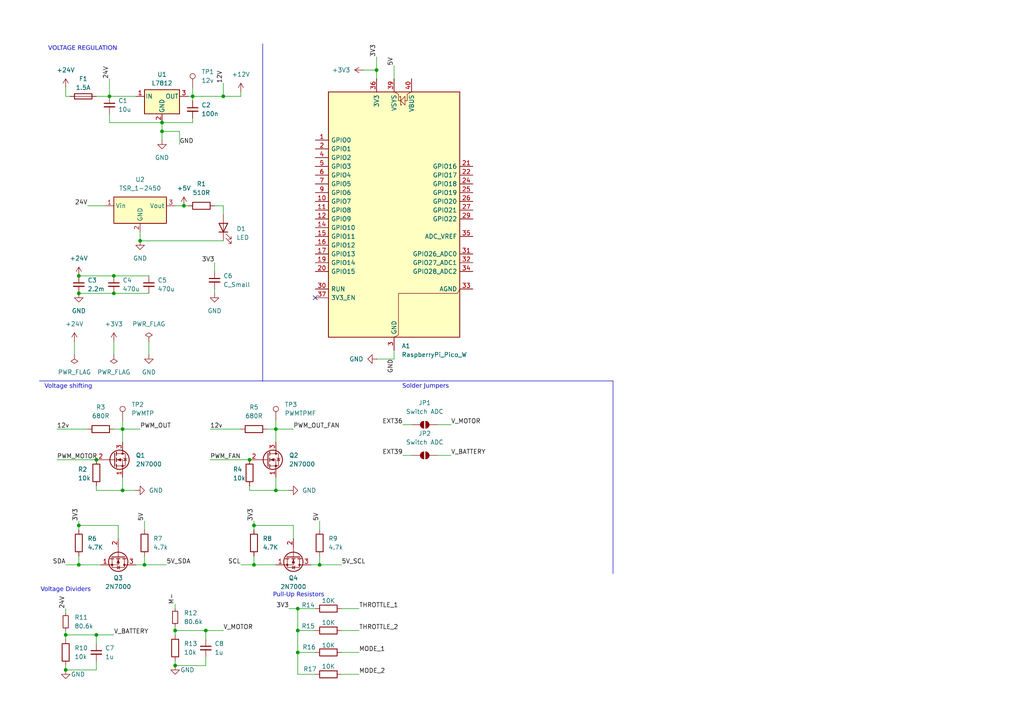
<source format=kicad_sch>
(kicad_sch
	(version 20231120)
	(generator "eeschema")
	(generator_version "8.0")
	(uuid "f2afcd18-8f3b-46ce-867a-96b4108c81e0")
	(paper "A4")
	(lib_symbols
		(symbol "+3V3_1"
			(power)
			(pin_numbers hide)
			(pin_names
				(offset 0) hide)
			(exclude_from_sim no)
			(in_bom yes)
			(on_board yes)
			(property "Reference" "#PWR"
				(at 0 -3.81 0)
				(effects
					(font
						(size 1.27 1.27)
					)
					(hide yes)
				)
			)
			(property "Value" "+3V3"
				(at 0 3.556 0)
				(effects
					(font
						(size 1.27 1.27)
					)
				)
			)
			(property "Footprint" ""
				(at 0 0 0)
				(effects
					(font
						(size 1.27 1.27)
					)
					(hide yes)
				)
			)
			(property "Datasheet" ""
				(at 0 0 0)
				(effects
					(font
						(size 1.27 1.27)
					)
					(hide yes)
				)
			)
			(property "Description" "Power symbol creates a global label with name \"+3V3\""
				(at 0 0 0)
				(effects
					(font
						(size 1.27 1.27)
					)
					(hide yes)
				)
			)
			(property "ki_keywords" "global power"
				(at 0 0 0)
				(effects
					(font
						(size 1.27 1.27)
					)
					(hide yes)
				)
			)
			(symbol "+3V3_1_0_1"
				(polyline
					(pts
						(xy -0.762 1.27) (xy 0 2.54)
					)
					(stroke
						(width 0)
						(type default)
					)
					(fill
						(type none)
					)
				)
				(polyline
					(pts
						(xy 0 0) (xy 0 2.54)
					)
					(stroke
						(width 0)
						(type default)
					)
					(fill
						(type none)
					)
				)
				(polyline
					(pts
						(xy 0 2.54) (xy 0.762 1.27)
					)
					(stroke
						(width 0)
						(type default)
					)
					(fill
						(type none)
					)
				)
			)
			(symbol "+3V3_1_1_1"
				(pin power_in line
					(at 0 0 90)
					(length 0)
					(name "~"
						(effects
							(font
								(size 1.27 1.27)
							)
						)
					)
					(number "1"
						(effects
							(font
								(size 1.27 1.27)
							)
						)
					)
				)
			)
		)
		(symbol "Connector:TestPoint"
			(pin_numbers hide)
			(pin_names
				(offset 0.762) hide)
			(exclude_from_sim no)
			(in_bom yes)
			(on_board yes)
			(property "Reference" "TP"
				(at 0 6.858 0)
				(effects
					(font
						(size 1.27 1.27)
					)
				)
			)
			(property "Value" "TestPoint"
				(at 0 5.08 0)
				(effects
					(font
						(size 1.27 1.27)
					)
				)
			)
			(property "Footprint" ""
				(at 5.08 0 0)
				(effects
					(font
						(size 1.27 1.27)
					)
					(hide yes)
				)
			)
			(property "Datasheet" "~"
				(at 5.08 0 0)
				(effects
					(font
						(size 1.27 1.27)
					)
					(hide yes)
				)
			)
			(property "Description" "test point"
				(at 0 0 0)
				(effects
					(font
						(size 1.27 1.27)
					)
					(hide yes)
				)
			)
			(property "ki_keywords" "test point tp"
				(at 0 0 0)
				(effects
					(font
						(size 1.27 1.27)
					)
					(hide yes)
				)
			)
			(property "ki_fp_filters" "Pin* Test*"
				(at 0 0 0)
				(effects
					(font
						(size 1.27 1.27)
					)
					(hide yes)
				)
			)
			(symbol "TestPoint_0_1"
				(circle
					(center 0 3.302)
					(radius 0.762)
					(stroke
						(width 0)
						(type default)
					)
					(fill
						(type none)
					)
				)
			)
			(symbol "TestPoint_1_1"
				(pin passive line
					(at 0 0 90)
					(length 2.54)
					(name "1"
						(effects
							(font
								(size 1.27 1.27)
							)
						)
					)
					(number "1"
						(effects
							(font
								(size 1.27 1.27)
							)
						)
					)
				)
			)
		)
		(symbol "Device:C_Small"
			(pin_numbers hide)
			(pin_names
				(offset 0.254) hide)
			(exclude_from_sim no)
			(in_bom yes)
			(on_board yes)
			(property "Reference" "C"
				(at 0.254 1.778 0)
				(effects
					(font
						(size 1.27 1.27)
					)
					(justify left)
				)
			)
			(property "Value" "C_Small"
				(at 0.254 -2.032 0)
				(effects
					(font
						(size 1.27 1.27)
					)
					(justify left)
				)
			)
			(property "Footprint" ""
				(at 0 0 0)
				(effects
					(font
						(size 1.27 1.27)
					)
					(hide yes)
				)
			)
			(property "Datasheet" "~"
				(at 0 0 0)
				(effects
					(font
						(size 1.27 1.27)
					)
					(hide yes)
				)
			)
			(property "Description" "Unpolarized capacitor, small symbol"
				(at 0 0 0)
				(effects
					(font
						(size 1.27 1.27)
					)
					(hide yes)
				)
			)
			(property "ki_keywords" "capacitor cap"
				(at 0 0 0)
				(effects
					(font
						(size 1.27 1.27)
					)
					(hide yes)
				)
			)
			(property "ki_fp_filters" "C_*"
				(at 0 0 0)
				(effects
					(font
						(size 1.27 1.27)
					)
					(hide yes)
				)
			)
			(symbol "C_Small_0_1"
				(polyline
					(pts
						(xy -1.524 -0.508) (xy 1.524 -0.508)
					)
					(stroke
						(width 0.3302)
						(type default)
					)
					(fill
						(type none)
					)
				)
				(polyline
					(pts
						(xy -1.524 0.508) (xy 1.524 0.508)
					)
					(stroke
						(width 0.3048)
						(type default)
					)
					(fill
						(type none)
					)
				)
			)
			(symbol "C_Small_1_1"
				(pin passive line
					(at 0 2.54 270)
					(length 2.032)
					(name "~"
						(effects
							(font
								(size 1.27 1.27)
							)
						)
					)
					(number "1"
						(effects
							(font
								(size 1.27 1.27)
							)
						)
					)
				)
				(pin passive line
					(at 0 -2.54 90)
					(length 2.032)
					(name "~"
						(effects
							(font
								(size 1.27 1.27)
							)
						)
					)
					(number "2"
						(effects
							(font
								(size 1.27 1.27)
							)
						)
					)
				)
			)
		)
		(symbol "Device:Fuse"
			(pin_numbers hide)
			(pin_names
				(offset 0)
			)
			(exclude_from_sim no)
			(in_bom yes)
			(on_board yes)
			(property "Reference" "F"
				(at 2.032 0 90)
				(effects
					(font
						(size 1.27 1.27)
					)
				)
			)
			(property "Value" "Fuse"
				(at -1.905 0 90)
				(effects
					(font
						(size 1.27 1.27)
					)
				)
			)
			(property "Footprint" ""
				(at -1.778 0 90)
				(effects
					(font
						(size 1.27 1.27)
					)
					(hide yes)
				)
			)
			(property "Datasheet" "~"
				(at 0 0 0)
				(effects
					(font
						(size 1.27 1.27)
					)
					(hide yes)
				)
			)
			(property "Description" "Fuse"
				(at 0 0 0)
				(effects
					(font
						(size 1.27 1.27)
					)
					(hide yes)
				)
			)
			(property "ki_keywords" "fuse"
				(at 0 0 0)
				(effects
					(font
						(size 1.27 1.27)
					)
					(hide yes)
				)
			)
			(property "ki_fp_filters" "*Fuse*"
				(at 0 0 0)
				(effects
					(font
						(size 1.27 1.27)
					)
					(hide yes)
				)
			)
			(symbol "Fuse_0_1"
				(rectangle
					(start -0.762 -2.54)
					(end 0.762 2.54)
					(stroke
						(width 0.254)
						(type default)
					)
					(fill
						(type none)
					)
				)
				(polyline
					(pts
						(xy 0 2.54) (xy 0 -2.54)
					)
					(stroke
						(width 0)
						(type default)
					)
					(fill
						(type none)
					)
				)
			)
			(symbol "Fuse_1_1"
				(pin passive line
					(at 0 3.81 270)
					(length 1.27)
					(name "~"
						(effects
							(font
								(size 1.27 1.27)
							)
						)
					)
					(number "1"
						(effects
							(font
								(size 1.27 1.27)
							)
						)
					)
				)
				(pin passive line
					(at 0 -3.81 90)
					(length 1.27)
					(name "~"
						(effects
							(font
								(size 1.27 1.27)
							)
						)
					)
					(number "2"
						(effects
							(font
								(size 1.27 1.27)
							)
						)
					)
				)
			)
		)
		(symbol "Device:LED"
			(pin_numbers hide)
			(pin_names
				(offset 1.016) hide)
			(exclude_from_sim no)
			(in_bom yes)
			(on_board yes)
			(property "Reference" "D"
				(at 0 2.54 0)
				(effects
					(font
						(size 1.27 1.27)
					)
				)
			)
			(property "Value" "LED"
				(at 0 -2.54 0)
				(effects
					(font
						(size 1.27 1.27)
					)
				)
			)
			(property "Footprint" ""
				(at 0 0 0)
				(effects
					(font
						(size 1.27 1.27)
					)
					(hide yes)
				)
			)
			(property "Datasheet" "~"
				(at 0 0 0)
				(effects
					(font
						(size 1.27 1.27)
					)
					(hide yes)
				)
			)
			(property "Description" "Light emitting diode"
				(at 0 0 0)
				(effects
					(font
						(size 1.27 1.27)
					)
					(hide yes)
				)
			)
			(property "ki_keywords" "LED diode"
				(at 0 0 0)
				(effects
					(font
						(size 1.27 1.27)
					)
					(hide yes)
				)
			)
			(property "ki_fp_filters" "LED* LED_SMD:* LED_THT:*"
				(at 0 0 0)
				(effects
					(font
						(size 1.27 1.27)
					)
					(hide yes)
				)
			)
			(symbol "LED_0_1"
				(polyline
					(pts
						(xy -1.27 -1.27) (xy -1.27 1.27)
					)
					(stroke
						(width 0.254)
						(type default)
					)
					(fill
						(type none)
					)
				)
				(polyline
					(pts
						(xy -1.27 0) (xy 1.27 0)
					)
					(stroke
						(width 0)
						(type default)
					)
					(fill
						(type none)
					)
				)
				(polyline
					(pts
						(xy 1.27 -1.27) (xy 1.27 1.27) (xy -1.27 0) (xy 1.27 -1.27)
					)
					(stroke
						(width 0.254)
						(type default)
					)
					(fill
						(type none)
					)
				)
				(polyline
					(pts
						(xy -3.048 -0.762) (xy -4.572 -2.286) (xy -3.81 -2.286) (xy -4.572 -2.286) (xy -4.572 -1.524)
					)
					(stroke
						(width 0)
						(type default)
					)
					(fill
						(type none)
					)
				)
				(polyline
					(pts
						(xy -1.778 -0.762) (xy -3.302 -2.286) (xy -2.54 -2.286) (xy -3.302 -2.286) (xy -3.302 -1.524)
					)
					(stroke
						(width 0)
						(type default)
					)
					(fill
						(type none)
					)
				)
			)
			(symbol "LED_1_1"
				(pin passive line
					(at -3.81 0 0)
					(length 2.54)
					(name "K"
						(effects
							(font
								(size 1.27 1.27)
							)
						)
					)
					(number "1"
						(effects
							(font
								(size 1.27 1.27)
							)
						)
					)
				)
				(pin passive line
					(at 3.81 0 180)
					(length 2.54)
					(name "A"
						(effects
							(font
								(size 1.27 1.27)
							)
						)
					)
					(number "2"
						(effects
							(font
								(size 1.27 1.27)
							)
						)
					)
				)
			)
		)
		(symbol "Device:R"
			(pin_numbers hide)
			(pin_names
				(offset 0)
			)
			(exclude_from_sim no)
			(in_bom yes)
			(on_board yes)
			(property "Reference" "R"
				(at 2.032 0 90)
				(effects
					(font
						(size 1.27 1.27)
					)
				)
			)
			(property "Value" "R"
				(at 0 0 90)
				(effects
					(font
						(size 1.27 1.27)
					)
				)
			)
			(property "Footprint" ""
				(at -1.778 0 90)
				(effects
					(font
						(size 1.27 1.27)
					)
					(hide yes)
				)
			)
			(property "Datasheet" "~"
				(at 0 0 0)
				(effects
					(font
						(size 1.27 1.27)
					)
					(hide yes)
				)
			)
			(property "Description" "Resistor"
				(at 0 0 0)
				(effects
					(font
						(size 1.27 1.27)
					)
					(hide yes)
				)
			)
			(property "ki_keywords" "R res resistor"
				(at 0 0 0)
				(effects
					(font
						(size 1.27 1.27)
					)
					(hide yes)
				)
			)
			(property "ki_fp_filters" "R_*"
				(at 0 0 0)
				(effects
					(font
						(size 1.27 1.27)
					)
					(hide yes)
				)
			)
			(symbol "R_0_1"
				(rectangle
					(start -1.016 -2.54)
					(end 1.016 2.54)
					(stroke
						(width 0.254)
						(type default)
					)
					(fill
						(type none)
					)
				)
			)
			(symbol "R_1_1"
				(pin passive line
					(at 0 3.81 270)
					(length 1.27)
					(name "~"
						(effects
							(font
								(size 1.27 1.27)
							)
						)
					)
					(number "1"
						(effects
							(font
								(size 1.27 1.27)
							)
						)
					)
				)
				(pin passive line
					(at 0 -3.81 90)
					(length 1.27)
					(name "~"
						(effects
							(font
								(size 1.27 1.27)
							)
						)
					)
					(number "2"
						(effects
							(font
								(size 1.27 1.27)
							)
						)
					)
				)
			)
		)
		(symbol "Device:R_Small"
			(pin_numbers hide)
			(pin_names
				(offset 0.254) hide)
			(exclude_from_sim no)
			(in_bom yes)
			(on_board yes)
			(property "Reference" "R"
				(at 0.762 0.508 0)
				(effects
					(font
						(size 1.27 1.27)
					)
					(justify left)
				)
			)
			(property "Value" "R_Small"
				(at 0.762 -1.016 0)
				(effects
					(font
						(size 1.27 1.27)
					)
					(justify left)
				)
			)
			(property "Footprint" ""
				(at 0 0 0)
				(effects
					(font
						(size 1.27 1.27)
					)
					(hide yes)
				)
			)
			(property "Datasheet" "~"
				(at 0 0 0)
				(effects
					(font
						(size 1.27 1.27)
					)
					(hide yes)
				)
			)
			(property "Description" "Resistor, small symbol"
				(at 0 0 0)
				(effects
					(font
						(size 1.27 1.27)
					)
					(hide yes)
				)
			)
			(property "ki_keywords" "R resistor"
				(at 0 0 0)
				(effects
					(font
						(size 1.27 1.27)
					)
					(hide yes)
				)
			)
			(property "ki_fp_filters" "R_*"
				(at 0 0 0)
				(effects
					(font
						(size 1.27 1.27)
					)
					(hide yes)
				)
			)
			(symbol "R_Small_0_1"
				(rectangle
					(start -0.762 1.778)
					(end 0.762 -1.778)
					(stroke
						(width 0.2032)
						(type default)
					)
					(fill
						(type none)
					)
				)
			)
			(symbol "R_Small_1_1"
				(pin passive line
					(at 0 2.54 270)
					(length 0.762)
					(name "~"
						(effects
							(font
								(size 1.27 1.27)
							)
						)
					)
					(number "1"
						(effects
							(font
								(size 1.27 1.27)
							)
						)
					)
				)
				(pin passive line
					(at 0 -2.54 90)
					(length 0.762)
					(name "~"
						(effects
							(font
								(size 1.27 1.27)
							)
						)
					)
					(number "2"
						(effects
							(font
								(size 1.27 1.27)
							)
						)
					)
				)
			)
		)
		(symbol "GND_1"
			(power)
			(pin_numbers hide)
			(pin_names
				(offset 0) hide)
			(exclude_from_sim no)
			(in_bom yes)
			(on_board yes)
			(property "Reference" "#PWR"
				(at 0 -6.35 0)
				(effects
					(font
						(size 1.27 1.27)
					)
					(hide yes)
				)
			)
			(property "Value" "GND"
				(at 0 -3.81 0)
				(effects
					(font
						(size 1.27 1.27)
					)
				)
			)
			(property "Footprint" ""
				(at 0 0 0)
				(effects
					(font
						(size 1.27 1.27)
					)
					(hide yes)
				)
			)
			(property "Datasheet" ""
				(at 0 0 0)
				(effects
					(font
						(size 1.27 1.27)
					)
					(hide yes)
				)
			)
			(property "Description" "Power symbol creates a global label with name \"GND\" , ground"
				(at 0 0 0)
				(effects
					(font
						(size 1.27 1.27)
					)
					(hide yes)
				)
			)
			(property "ki_keywords" "global power"
				(at 0 0 0)
				(effects
					(font
						(size 1.27 1.27)
					)
					(hide yes)
				)
			)
			(symbol "GND_1_0_1"
				(polyline
					(pts
						(xy 0 0) (xy 0 -1.27) (xy 1.27 -1.27) (xy 0 -2.54) (xy -1.27 -1.27) (xy 0 -1.27)
					)
					(stroke
						(width 0)
						(type default)
					)
					(fill
						(type none)
					)
				)
			)
			(symbol "GND_1_1_1"
				(pin power_in line
					(at 0 0 270)
					(length 0)
					(name "~"
						(effects
							(font
								(size 1.27 1.27)
							)
						)
					)
					(number "1"
						(effects
							(font
								(size 1.27 1.27)
							)
						)
					)
				)
			)
		)
		(symbol "GND_2"
			(power)
			(pin_numbers hide)
			(pin_names
				(offset 0) hide)
			(exclude_from_sim no)
			(in_bom yes)
			(on_board yes)
			(property "Reference" "#PWR"
				(at 0 -6.35 0)
				(effects
					(font
						(size 1.27 1.27)
					)
					(hide yes)
				)
			)
			(property "Value" "GND"
				(at 0 -3.81 0)
				(effects
					(font
						(size 1.27 1.27)
					)
				)
			)
			(property "Footprint" ""
				(at 0 0 0)
				(effects
					(font
						(size 1.27 1.27)
					)
					(hide yes)
				)
			)
			(property "Datasheet" ""
				(at 0 0 0)
				(effects
					(font
						(size 1.27 1.27)
					)
					(hide yes)
				)
			)
			(property "Description" "Power symbol creates a global label with name \"GND\" , ground"
				(at 0 0 0)
				(effects
					(font
						(size 1.27 1.27)
					)
					(hide yes)
				)
			)
			(property "ki_keywords" "global power"
				(at 0 0 0)
				(effects
					(font
						(size 1.27 1.27)
					)
					(hide yes)
				)
			)
			(symbol "GND_2_0_1"
				(polyline
					(pts
						(xy 0 0) (xy 0 -1.27) (xy 1.27 -1.27) (xy 0 -2.54) (xy -1.27 -1.27) (xy 0 -1.27)
					)
					(stroke
						(width 0)
						(type default)
					)
					(fill
						(type none)
					)
				)
			)
			(symbol "GND_2_1_1"
				(pin power_in line
					(at 0 0 270)
					(length 0)
					(name "~"
						(effects
							(font
								(size 1.27 1.27)
							)
						)
					)
					(number "1"
						(effects
							(font
								(size 1.27 1.27)
							)
						)
					)
				)
			)
		)
		(symbol "GND_3"
			(power)
			(pin_numbers hide)
			(pin_names
				(offset 0) hide)
			(exclude_from_sim no)
			(in_bom yes)
			(on_board yes)
			(property "Reference" "#PWR"
				(at 0 -6.35 0)
				(effects
					(font
						(size 1.27 1.27)
					)
					(hide yes)
				)
			)
			(property "Value" "GND"
				(at 0 -3.81 0)
				(effects
					(font
						(size 1.27 1.27)
					)
				)
			)
			(property "Footprint" ""
				(at 0 0 0)
				(effects
					(font
						(size 1.27 1.27)
					)
					(hide yes)
				)
			)
			(property "Datasheet" ""
				(at 0 0 0)
				(effects
					(font
						(size 1.27 1.27)
					)
					(hide yes)
				)
			)
			(property "Description" "Power symbol creates a global label with name \"GND\" , ground"
				(at 0 0 0)
				(effects
					(font
						(size 1.27 1.27)
					)
					(hide yes)
				)
			)
			(property "ki_keywords" "global power"
				(at 0 0 0)
				(effects
					(font
						(size 1.27 1.27)
					)
					(hide yes)
				)
			)
			(symbol "GND_3_0_1"
				(polyline
					(pts
						(xy 0 0) (xy 0 -1.27) (xy 1.27 -1.27) (xy 0 -2.54) (xy -1.27 -1.27) (xy 0 -1.27)
					)
					(stroke
						(width 0)
						(type default)
					)
					(fill
						(type none)
					)
				)
			)
			(symbol "GND_3_1_1"
				(pin power_in line
					(at 0 0 270)
					(length 0)
					(name "~"
						(effects
							(font
								(size 1.27 1.27)
							)
						)
					)
					(number "1"
						(effects
							(font
								(size 1.27 1.27)
							)
						)
					)
				)
			)
		)
		(symbol "Jumper:SolderJumper_2_Open"
			(pin_numbers hide)
			(pin_names
				(offset 0) hide)
			(exclude_from_sim yes)
			(in_bom no)
			(on_board yes)
			(property "Reference" "JP"
				(at 0 2.032 0)
				(effects
					(font
						(size 1.27 1.27)
					)
				)
			)
			(property "Value" "SolderJumper_2_Open"
				(at 0 -2.54 0)
				(effects
					(font
						(size 1.27 1.27)
					)
				)
			)
			(property "Footprint" ""
				(at 0 0 0)
				(effects
					(font
						(size 1.27 1.27)
					)
					(hide yes)
				)
			)
			(property "Datasheet" "~"
				(at 0 0 0)
				(effects
					(font
						(size 1.27 1.27)
					)
					(hide yes)
				)
			)
			(property "Description" "Solder Jumper, 2-pole, open"
				(at 0 0 0)
				(effects
					(font
						(size 1.27 1.27)
					)
					(hide yes)
				)
			)
			(property "ki_keywords" "solder jumper SPST"
				(at 0 0 0)
				(effects
					(font
						(size 1.27 1.27)
					)
					(hide yes)
				)
			)
			(property "ki_fp_filters" "SolderJumper*Open*"
				(at 0 0 0)
				(effects
					(font
						(size 1.27 1.27)
					)
					(hide yes)
				)
			)
			(symbol "SolderJumper_2_Open_0_1"
				(arc
					(start -0.254 1.016)
					(mid -1.2656 0)
					(end -0.254 -1.016)
					(stroke
						(width 0)
						(type default)
					)
					(fill
						(type none)
					)
				)
				(arc
					(start -0.254 1.016)
					(mid -1.2656 0)
					(end -0.254 -1.016)
					(stroke
						(width 0)
						(type default)
					)
					(fill
						(type outline)
					)
				)
				(polyline
					(pts
						(xy -0.254 1.016) (xy -0.254 -1.016)
					)
					(stroke
						(width 0)
						(type default)
					)
					(fill
						(type none)
					)
				)
				(polyline
					(pts
						(xy 0.254 1.016) (xy 0.254 -1.016)
					)
					(stroke
						(width 0)
						(type default)
					)
					(fill
						(type none)
					)
				)
				(arc
					(start 0.254 -1.016)
					(mid 1.2656 0)
					(end 0.254 1.016)
					(stroke
						(width 0)
						(type default)
					)
					(fill
						(type none)
					)
				)
				(arc
					(start 0.254 -1.016)
					(mid 1.2656 0)
					(end 0.254 1.016)
					(stroke
						(width 0)
						(type default)
					)
					(fill
						(type outline)
					)
				)
			)
			(symbol "SolderJumper_2_Open_1_1"
				(pin passive line
					(at -3.81 0 0)
					(length 2.54)
					(name "A"
						(effects
							(font
								(size 1.27 1.27)
							)
						)
					)
					(number "1"
						(effects
							(font
								(size 1.27 1.27)
							)
						)
					)
				)
				(pin passive line
					(at 3.81 0 180)
					(length 2.54)
					(name "B"
						(effects
							(font
								(size 1.27 1.27)
							)
						)
					)
					(number "2"
						(effects
							(font
								(size 1.27 1.27)
							)
						)
					)
				)
			)
		)
		(symbol "MCU_Module_RaspberryPi_Pico:RaspberryPi_Pico_W"
			(pin_names
				(offset 0.762)
			)
			(exclude_from_sim no)
			(in_bom yes)
			(on_board yes)
			(property "Reference" "A"
				(at -19.05 38.1 0)
				(effects
					(font
						(size 1.27 1.27)
					)
					(justify left)
				)
			)
			(property "Value" "RaspberryPi_Pico_W"
				(at 7.62 38.1 0)
				(effects
					(font
						(size 1.27 1.27)
					)
					(justify left)
				)
			)
			(property "Footprint" "Module_RaspberryPi_Pico:RaspberryPi_Pico_Common"
				(at 0 -49.53 0)
				(effects
					(font
						(size 1.27 1.27)
					)
					(hide yes)
				)
			)
			(property "Datasheet" "https://datasheets.raspberrypi.com/picow/pico-w-datasheet.pdf"
				(at 0 -52.07 0)
				(effects
					(font
						(size 1.27 1.27)
					)
					(hide yes)
				)
			)
			(property "Description" "Versatile and inexpensive wireless microcontroller module powered by RP2040 dual-core Arm Cortex-M0+ processor up to 133 MHz, 264kB SRAM, 2MB QSPI flash, Infineon CYW43439 2.4GHz 802.11n wireless LAN"
				(at 0 -54.61 0)
				(effects
					(font
						(size 1.27 1.27)
					)
					(hide yes)
				)
			)
			(property "ki_keywords" "Raspberry Pi Pico microcontroller module RP2040 M0+ usb CYW43439 wireless wifi bluetooth"
				(at 0 0 0)
				(effects
					(font
						(size 1.27 1.27)
					)
					(hide yes)
				)
			)
			(property "ki_fp_filters" "RaspberryPi?Pico?Common* RaspberryPi?Pico?W*"
				(at 0 0 0)
				(effects
					(font
						(size 1.27 1.27)
					)
					(hide yes)
				)
			)
			(symbol "RaspberryPi_Pico_W_0_1"
				(rectangle
					(start -19.05 36.83)
					(end 19.05 -34.29)
					(stroke
						(width 0.254)
						(type default)
					)
					(fill
						(type background)
					)
				)
				(polyline
					(pts
						(xy 0 36.83) (xy 1.27 36.195) (xy 1.27 34.29) (xy 1.905 34.29)
					)
					(stroke
						(width 0)
						(type default)
					)
					(fill
						(type none)
					)
				)
				(polyline
					(pts
						(xy 1.905 34.29) (xy 3.175 35.56) (xy 3.175 33.02) (xy 1.905 34.29)
					)
					(stroke
						(width 0)
						(type default)
					)
					(fill
						(type none)
					)
				)
				(polyline
					(pts
						(xy 5.08 36.83) (xy 3.81 36.195) (xy 3.81 34.29) (xy 3.175 34.29)
					)
					(stroke
						(width 0)
						(type default)
					)
					(fill
						(type none)
					)
				)
				(polyline
					(pts
						(xy 0 -34.29) (xy 1.27 -33.655) (xy 1.27 -21.59) (xy 18.415 -21.59) (xy 19.05 -20.32)
					)
					(stroke
						(width 0)
						(type default)
					)
					(fill
						(type none)
					)
				)
				(polyline
					(pts
						(xy 1.651 35.306) (xy 1.651 35.56) (xy 1.905 35.56) (xy 1.905 33.02) (xy 2.159 33.02) (xy 2.159 33.274)
					)
					(stroke
						(width 0)
						(type default)
					)
					(fill
						(type none)
					)
				)
			)
			(symbol "RaspberryPi_Pico_W_1_1"
				(pin bidirectional line
					(at -22.86 22.86 0)
					(length 3.81)
					(name "GPIO0"
						(effects
							(font
								(size 1.27 1.27)
							)
						)
					)
					(number "1"
						(effects
							(font
								(size 1.27 1.27)
							)
						)
					)
					(alternate "I2C0_SDA" bidirectional line)
					(alternate "PWM0_A" output line)
					(alternate "SPI0_RX" input line)
					(alternate "UART0_TX" output line)
					(alternate "USB_OVCUR_DET" input line)
				)
				(pin bidirectional line
					(at -22.86 5.08 0)
					(length 3.81)
					(name "GPIO7"
						(effects
							(font
								(size 1.27 1.27)
							)
						)
					)
					(number "10"
						(effects
							(font
								(size 1.27 1.27)
							)
						)
					)
					(alternate "I2C1_SCL" bidirectional clock)
					(alternate "PWM3_B" bidirectional line)
					(alternate "SPI0_TX" output line)
					(alternate "UART1_RTS" output line)
					(alternate "USB_VBUS_DET" input line)
				)
				(pin bidirectional line
					(at -22.86 2.54 0)
					(length 3.81)
					(name "GPIO8"
						(effects
							(font
								(size 1.27 1.27)
							)
						)
					)
					(number "11"
						(effects
							(font
								(size 1.27 1.27)
							)
						)
					)
					(alternate "I2C0_SDA" bidirectional line)
					(alternate "PWM4_A" output line)
					(alternate "SPI1_RX" input line)
					(alternate "UART1_TX" output line)
					(alternate "USB_VBUS_EN" output line)
				)
				(pin bidirectional line
					(at -22.86 0 0)
					(length 3.81)
					(name "GPIO9"
						(effects
							(font
								(size 1.27 1.27)
							)
						)
					)
					(number "12"
						(effects
							(font
								(size 1.27 1.27)
							)
						)
					)
					(alternate "I2C0_SCL" bidirectional clock)
					(alternate "PWM4_B" bidirectional line)
					(alternate "UART1_RX" input line)
					(alternate "USB_OVCUR_DET" input line)
					(alternate "~{SPI1_CSn}" bidirectional line)
				)
				(pin passive line
					(at 0 -38.1 90)
					(length 3.81) hide
					(name "GND"
						(effects
							(font
								(size 1.27 1.27)
							)
						)
					)
					(number "13"
						(effects
							(font
								(size 1.27 1.27)
							)
						)
					)
				)
				(pin bidirectional line
					(at -22.86 -2.54 0)
					(length 3.81)
					(name "GPIO10"
						(effects
							(font
								(size 1.27 1.27)
							)
						)
					)
					(number "14"
						(effects
							(font
								(size 1.27 1.27)
							)
						)
					)
					(alternate "I2C1_SDA" bidirectional line)
					(alternate "PWM5_A" output line)
					(alternate "SPI1_SCK" bidirectional clock)
					(alternate "UART1_CTS" input line)
					(alternate "USB_VBUS_DET" input line)
				)
				(pin bidirectional line
					(at -22.86 -5.08 0)
					(length 3.81)
					(name "GPIO11"
						(effects
							(font
								(size 1.27 1.27)
							)
						)
					)
					(number "15"
						(effects
							(font
								(size 1.27 1.27)
							)
						)
					)
					(alternate "I2C1_SCL" bidirectional clock)
					(alternate "PWM5_B" bidirectional line)
					(alternate "SPI1_TX" output line)
					(alternate "UART1_RTS" output line)
					(alternate "USB_VBUS_EN" output line)
				)
				(pin bidirectional line
					(at -22.86 -7.62 0)
					(length 3.81)
					(name "GPIO12"
						(effects
							(font
								(size 1.27 1.27)
							)
						)
					)
					(number "16"
						(effects
							(font
								(size 1.27 1.27)
							)
						)
					)
					(alternate "I2C0_SDA" bidirectional line)
					(alternate "PWM6_A" output line)
					(alternate "SPI1_RX" input line)
					(alternate "UART0_TX" output line)
					(alternate "USB_OVCUR_DET" input line)
				)
				(pin bidirectional line
					(at -22.86 -10.16 0)
					(length 3.81)
					(name "GPIO13"
						(effects
							(font
								(size 1.27 1.27)
							)
						)
					)
					(number "17"
						(effects
							(font
								(size 1.27 1.27)
							)
						)
					)
					(alternate "I2C0_SCL" bidirectional clock)
					(alternate "PWM6_B" bidirectional line)
					(alternate "UART0_RX" input line)
					(alternate "USB_VBUS_DET" input line)
					(alternate "~{SPI1_CSn}" bidirectional line)
				)
				(pin passive line
					(at 0 -38.1 90)
					(length 3.81) hide
					(name "GND"
						(effects
							(font
								(size 1.27 1.27)
							)
						)
					)
					(number "18"
						(effects
							(font
								(size 1.27 1.27)
							)
						)
					)
				)
				(pin bidirectional line
					(at -22.86 -12.7 0)
					(length 3.81)
					(name "GPIO14"
						(effects
							(font
								(size 1.27 1.27)
							)
						)
					)
					(number "19"
						(effects
							(font
								(size 1.27 1.27)
							)
						)
					)
					(alternate "I2C1_SDA" bidirectional line)
					(alternate "PWM7_A" output line)
					(alternate "SPI1_SCK" bidirectional clock)
					(alternate "UART0_CTS" input line)
					(alternate "USB_VBUS_EN" output line)
				)
				(pin bidirectional line
					(at -22.86 20.32 0)
					(length 3.81)
					(name "GPIO1"
						(effects
							(font
								(size 1.27 1.27)
							)
						)
					)
					(number "2"
						(effects
							(font
								(size 1.27 1.27)
							)
						)
					)
					(alternate "I2C0_SCL" bidirectional clock)
					(alternate "PWM0_B" bidirectional line)
					(alternate "UART0_RX" input line)
					(alternate "USB_VBUS_DET" passive line)
					(alternate "~{SPI0_CSn}" bidirectional line)
				)
				(pin bidirectional line
					(at -22.86 -15.24 0)
					(length 3.81)
					(name "GPIO15"
						(effects
							(font
								(size 1.27 1.27)
							)
						)
					)
					(number "20"
						(effects
							(font
								(size 1.27 1.27)
							)
						)
					)
					(alternate "I2C1_SCL" bidirectional clock)
					(alternate "PWM7_B" bidirectional line)
					(alternate "SPI1_TX" output line)
					(alternate "UART0_RTS" output line)
					(alternate "USB_OVCUR_DET" input line)
				)
				(pin bidirectional line
					(at 22.86 15.24 180)
					(length 3.81)
					(name "GPIO16"
						(effects
							(font
								(size 1.27 1.27)
							)
						)
					)
					(number "21"
						(effects
							(font
								(size 1.27 1.27)
							)
						)
					)
					(alternate "I2C0_SDA" bidirectional line)
					(alternate "PWM0_A" output line)
					(alternate "SPI0_RX" input line)
					(alternate "UART0_TX" output line)
					(alternate "USB_VBUS_DET" input line)
				)
				(pin bidirectional line
					(at 22.86 12.7 180)
					(length 3.81)
					(name "GPIO17"
						(effects
							(font
								(size 1.27 1.27)
							)
						)
					)
					(number "22"
						(effects
							(font
								(size 1.27 1.27)
							)
						)
					)
					(alternate "I2C0_SCL" bidirectional clock)
					(alternate "PWM0_B" bidirectional line)
					(alternate "UART0_RX" input line)
					(alternate "USB_VBUS_EN" output line)
					(alternate "~{SPI0_CSn}" bidirectional line)
				)
				(pin passive line
					(at 0 -38.1 90)
					(length 3.81) hide
					(name "GND"
						(effects
							(font
								(size 1.27 1.27)
							)
						)
					)
					(number "23"
						(effects
							(font
								(size 1.27 1.27)
							)
						)
					)
				)
				(pin bidirectional line
					(at 22.86 10.16 180)
					(length 3.81)
					(name "GPIO18"
						(effects
							(font
								(size 1.27 1.27)
							)
						)
					)
					(number "24"
						(effects
							(font
								(size 1.27 1.27)
							)
						)
					)
					(alternate "I2C1_SDA" bidirectional line)
					(alternate "PWM1_A" output line)
					(alternate "SPI0_SCK" bidirectional clock)
					(alternate "UART0_CTS" input line)
					(alternate "USB_OVCUR_DET" input line)
				)
				(pin bidirectional line
					(at 22.86 7.62 180)
					(length 3.81)
					(name "GPIO19"
						(effects
							(font
								(size 1.27 1.27)
							)
						)
					)
					(number "25"
						(effects
							(font
								(size 1.27 1.27)
							)
						)
					)
					(alternate "I2C1_SCL" bidirectional clock)
					(alternate "PWM1_B" bidirectional line)
					(alternate "SPI0_TX" output line)
					(alternate "UART0_RTS" output line)
					(alternate "USB_VBUS_DET" input line)
				)
				(pin bidirectional line
					(at 22.86 5.08 180)
					(length 3.81)
					(name "GPIO20"
						(effects
							(font
								(size 1.27 1.27)
							)
						)
					)
					(number "26"
						(effects
							(font
								(size 1.27 1.27)
							)
						)
					)
					(alternate "CLOCK_GPIN0" input clock)
					(alternate "I2C0_SDA" bidirectional line)
					(alternate "PWM2_A" output line)
					(alternate "SPI0_RX" input line)
					(alternate "UART1_TX" output line)
					(alternate "USB_VBUS_EN" output line)
				)
				(pin bidirectional line
					(at 22.86 2.54 180)
					(length 3.81)
					(name "GPIO21"
						(effects
							(font
								(size 1.27 1.27)
							)
						)
					)
					(number "27"
						(effects
							(font
								(size 1.27 1.27)
							)
						)
					)
					(alternate "CLOCK_GPOUT0" output clock)
					(alternate "I2C0_SCL" bidirectional clock)
					(alternate "PWM2_B" bidirectional line)
					(alternate "UART1_RX" input line)
					(alternate "USB_OVCUR_DET" input line)
					(alternate "~{SPI0_CSn}" bidirectional line)
				)
				(pin passive line
					(at 0 -38.1 90)
					(length 3.81) hide
					(name "GND"
						(effects
							(font
								(size 1.27 1.27)
							)
						)
					)
					(number "28"
						(effects
							(font
								(size 1.27 1.27)
							)
						)
					)
				)
				(pin bidirectional line
					(at 22.86 0 180)
					(length 3.81)
					(name "GPIO22"
						(effects
							(font
								(size 1.27 1.27)
							)
						)
					)
					(number "29"
						(effects
							(font
								(size 1.27 1.27)
							)
						)
					)
					(alternate "CLOCK_GPIN1" input clock)
					(alternate "I2C1_SDA" bidirectional line)
					(alternate "PWM3_A" output line)
					(alternate "SPI0_SCK" bidirectional clock)
					(alternate "UART1_CTS" input line)
					(alternate "USB_VBUS_DET" input line)
				)
				(pin power_out line
					(at 0 -38.1 90)
					(length 3.81)
					(name "GND"
						(effects
							(font
								(size 1.27 1.27)
							)
						)
					)
					(number "3"
						(effects
							(font
								(size 1.27 1.27)
							)
						)
					)
					(alternate "GND_IN" power_in line)
				)
				(pin input line
					(at -22.86 -20.32 0)
					(length 3.81)
					(name "RUN"
						(effects
							(font
								(size 1.27 1.27)
							)
						)
					)
					(number "30"
						(effects
							(font
								(size 1.27 1.27)
							)
						)
					)
					(alternate "~{RESET}" input line)
				)
				(pin bidirectional line
					(at 22.86 -10.16 180)
					(length 3.81)
					(name "GPIO26_ADC0"
						(effects
							(font
								(size 1.27 1.27)
							)
						)
					)
					(number "31"
						(effects
							(font
								(size 1.27 1.27)
							)
						)
					)
					(alternate "ADC0" input line)
					(alternate "GPIO26" bidirectional line)
					(alternate "I2C1_SDA" bidirectional line)
					(alternate "PWM5_A" output line)
					(alternate "SPI1_SCK" bidirectional clock)
					(alternate "UART1_CTS" input line)
					(alternate "USB_VBUS_EN" output line)
				)
				(pin bidirectional line
					(at 22.86 -12.7 180)
					(length 3.81)
					(name "GPIO27_ADC1"
						(effects
							(font
								(size 1.27 1.27)
							)
						)
					)
					(number "32"
						(effects
							(font
								(size 1.27 1.27)
							)
						)
					)
					(alternate "ADC1" input line)
					(alternate "GPIO27" bidirectional line)
					(alternate "I2C1_SCL" bidirectional clock)
					(alternate "PWM5_B" bidirectional line)
					(alternate "SPI1_TX" output line)
					(alternate "UART1_RTS" output line)
					(alternate "USB_OVCUR_DET" input line)
				)
				(pin power_out line
					(at 22.86 -20.32 180)
					(length 3.81)
					(name "AGND"
						(effects
							(font
								(size 1.27 1.27)
							)
						)
					)
					(number "33"
						(effects
							(font
								(size 1.27 1.27)
							)
						)
					)
					(alternate "GND" passive line)
				)
				(pin bidirectional line
					(at 22.86 -15.24 180)
					(length 3.81)
					(name "GPIO28_ADC2"
						(effects
							(font
								(size 1.27 1.27)
							)
						)
					)
					(number "34"
						(effects
							(font
								(size 1.27 1.27)
							)
						)
					)
					(alternate "ADC2" input line)
					(alternate "GPIO28" bidirectional line)
					(alternate "I2C0_SDA" bidirectional line)
					(alternate "PWM6_A" output line)
					(alternate "SPI1_RX" input line)
					(alternate "UART0_TX" output line)
					(alternate "USB_VBUS_DET" input line)
				)
				(pin power_in line
					(at 22.86 -5.08 180)
					(length 3.81)
					(name "ADC_VREF"
						(effects
							(font
								(size 1.27 1.27)
							)
						)
					)
					(number "35"
						(effects
							(font
								(size 1.27 1.27)
							)
						)
					)
				)
				(pin power_out line
					(at -5.08 40.64 270)
					(length 3.81)
					(name "3V3"
						(effects
							(font
								(size 1.27 1.27)
							)
						)
					)
					(number "36"
						(effects
							(font
								(size 1.27 1.27)
							)
						)
					)
				)
				(pin input line
					(at -22.86 -22.86 0)
					(length 3.81)
					(name "3V3_EN"
						(effects
							(font
								(size 1.27 1.27)
							)
						)
					)
					(number "37"
						(effects
							(font
								(size 1.27 1.27)
							)
						)
					)
					(alternate "~{3V3_DISABLE}" input line)
				)
				(pin passive line
					(at 0 -38.1 90)
					(length 3.81) hide
					(name "GND"
						(effects
							(font
								(size 1.27 1.27)
							)
						)
					)
					(number "38"
						(effects
							(font
								(size 1.27 1.27)
							)
						)
					)
				)
				(pin power_out line
					(at 0 40.64 270)
					(length 3.81)
					(name "VSYS"
						(effects
							(font
								(size 1.27 1.27)
							)
						)
					)
					(number "39"
						(effects
							(font
								(size 1.27 1.27)
							)
						)
					)
					(alternate "VSYS_IN" power_in line)
				)
				(pin bidirectional line
					(at -22.86 17.78 0)
					(length 3.81)
					(name "GPIO2"
						(effects
							(font
								(size 1.27 1.27)
							)
						)
					)
					(number "4"
						(effects
							(font
								(size 1.27 1.27)
							)
						)
					)
					(alternate "I2C1_SDA" bidirectional line)
					(alternate "PWM1_A" output line)
					(alternate "SPI0_SCK" bidirectional clock)
					(alternate "UART0_CTS" input line)
					(alternate "USB_VBUS_DET" input line)
				)
				(pin power_out line
					(at 5.08 40.64 270)
					(length 3.81)
					(name "VBUS"
						(effects
							(font
								(size 1.27 1.27)
							)
						)
					)
					(number "40"
						(effects
							(font
								(size 1.27 1.27)
							)
						)
					)
					(alternate "VBUS_HOST" power_in line)
				)
				(pin bidirectional line
					(at -22.86 15.24 0)
					(length 3.81)
					(name "GPIO3"
						(effects
							(font
								(size 1.27 1.27)
							)
						)
					)
					(number "5"
						(effects
							(font
								(size 1.27 1.27)
							)
						)
					)
					(alternate "I2C1_SCL" bidirectional clock)
					(alternate "PWM1_B" bidirectional line)
					(alternate "SPI0_TX" output line)
					(alternate "UART0_RTS" output line)
					(alternate "USB_OVCUR_DET" input line)
				)
				(pin bidirectional line
					(at -22.86 12.7 0)
					(length 3.81)
					(name "GPIO4"
						(effects
							(font
								(size 1.27 1.27)
							)
						)
					)
					(number "6"
						(effects
							(font
								(size 1.27 1.27)
							)
						)
					)
					(alternate "I2C0_SDA" bidirectional line)
					(alternate "PWM2_A" output line)
					(alternate "SPI0_RX" input line)
					(alternate "UART1_TX" output line)
					(alternate "USB_VBUS_DET" input line)
				)
				(pin bidirectional line
					(at -22.86 10.16 0)
					(length 3.81)
					(name "GPIO5"
						(effects
							(font
								(size 1.27 1.27)
							)
						)
					)
					(number "7"
						(effects
							(font
								(size 1.27 1.27)
							)
						)
					)
					(alternate "I2C0_SCL" bidirectional clock)
					(alternate "PWM2_B" bidirectional line)
					(alternate "UART1_RX" input line)
					(alternate "USB_VBUS_EN" output line)
					(alternate "~{SPI0_CSn}" bidirectional line)
				)
				(pin passive line
					(at 0 -38.1 90)
					(length 3.81) hide
					(name "GND"
						(effects
							(font
								(size 1.27 1.27)
							)
						)
					)
					(number "8"
						(effects
							(font
								(size 1.27 1.27)
							)
						)
					)
				)
				(pin bidirectional line
					(at -22.86 7.62 0)
					(length 3.81)
					(name "GPIO6"
						(effects
							(font
								(size 1.27 1.27)
							)
						)
					)
					(number "9"
						(effects
							(font
								(size 1.27 1.27)
							)
						)
					)
					(alternate "I2C1_SDA" bidirectional line)
					(alternate "PWM3_A" output line)
					(alternate "SPI0_SCK" bidirectional clock)
					(alternate "UART1_CTS" input line)
					(alternate "USB_OVCUR_DET" input line)
				)
			)
		)
		(symbol "Regulator_Linear:L7812"
			(pin_names
				(offset 0.254)
			)
			(exclude_from_sim no)
			(in_bom yes)
			(on_board yes)
			(property "Reference" "U"
				(at -3.81 3.175 0)
				(effects
					(font
						(size 1.27 1.27)
					)
				)
			)
			(property "Value" "L7812"
				(at 0 3.175 0)
				(effects
					(font
						(size 1.27 1.27)
					)
					(justify left)
				)
			)
			(property "Footprint" ""
				(at 0.635 -3.81 0)
				(effects
					(font
						(size 1.27 1.27)
						(italic yes)
					)
					(justify left)
					(hide yes)
				)
			)
			(property "Datasheet" "http://www.st.com/content/ccc/resource/technical/document/datasheet/41/4f/b3/b0/12/d4/47/88/CD00000444.pdf/files/CD00000444.pdf/jcr:content/translations/en.CD00000444.pdf"
				(at 0 -1.27 0)
				(effects
					(font
						(size 1.27 1.27)
					)
					(hide yes)
				)
			)
			(property "Description" "Positive 1.5A 35V Linear Regulator, Fixed Output 12V, TO-220/TO-263/TO-252"
				(at 0 0 0)
				(effects
					(font
						(size 1.27 1.27)
					)
					(hide yes)
				)
			)
			(property "ki_keywords" "Voltage Regulator 1.5A Positive"
				(at 0 0 0)
				(effects
					(font
						(size 1.27 1.27)
					)
					(hide yes)
				)
			)
			(property "ki_fp_filters" "TO?252* TO?263* TO?220*"
				(at 0 0 0)
				(effects
					(font
						(size 1.27 1.27)
					)
					(hide yes)
				)
			)
			(symbol "L7812_0_1"
				(rectangle
					(start -5.08 1.905)
					(end 5.08 -5.08)
					(stroke
						(width 0.254)
						(type default)
					)
					(fill
						(type background)
					)
				)
			)
			(symbol "L7812_1_1"
				(pin power_in line
					(at -7.62 0 0)
					(length 2.54)
					(name "IN"
						(effects
							(font
								(size 1.27 1.27)
							)
						)
					)
					(number "1"
						(effects
							(font
								(size 1.27 1.27)
							)
						)
					)
				)
				(pin power_in line
					(at 0 -7.62 90)
					(length 2.54)
					(name "GND"
						(effects
							(font
								(size 1.27 1.27)
							)
						)
					)
					(number "2"
						(effects
							(font
								(size 1.27 1.27)
							)
						)
					)
				)
				(pin power_out line
					(at 7.62 0 180)
					(length 2.54)
					(name "OUT"
						(effects
							(font
								(size 1.27 1.27)
							)
						)
					)
					(number "3"
						(effects
							(font
								(size 1.27 1.27)
							)
						)
					)
				)
			)
		)
		(symbol "Regulator_Switching:TSR_1-2450"
			(exclude_from_sim no)
			(in_bom yes)
			(on_board yes)
			(property "Reference" "U"
				(at -7.62 6.35 0)
				(effects
					(font
						(size 1.27 1.27)
					)
					(justify left)
				)
			)
			(property "Value" "TSR_1-2450"
				(at -1.27 6.35 0)
				(effects
					(font
						(size 1.27 1.27)
					)
					(justify left)
				)
			)
			(property "Footprint" "Converter_DCDC:Converter_DCDC_TRACO_TSR-1_THT"
				(at 0 -3.81 0)
				(effects
					(font
						(size 1.27 1.27)
						(italic yes)
					)
					(justify left)
					(hide yes)
				)
			)
			(property "Datasheet" "http://www.tracopower.com/products/tsr1.pdf"
				(at 0 0 0)
				(effects
					(font
						(size 1.27 1.27)
					)
					(hide yes)
				)
			)
			(property "Description" "1A step-down regulator module, fixed 5V output voltage, 5-36V input voltage, -40°C to +85°C temperature range, TO-220 compatible LM78xx replacement"
				(at 0 0 0)
				(effects
					(font
						(size 1.27 1.27)
					)
					(hide yes)
				)
			)
			(property "ki_keywords" "dc-dc traco buck"
				(at 0 0 0)
				(effects
					(font
						(size 1.27 1.27)
					)
					(hide yes)
				)
			)
			(property "ki_fp_filters" "Converter*DCDC*TRACO*TSR?1*"
				(at 0 0 0)
				(effects
					(font
						(size 1.27 1.27)
					)
					(hide yes)
				)
			)
			(symbol "TSR_1-2450_0_1"
				(rectangle
					(start -7.62 5.08)
					(end 7.62 -2.54)
					(stroke
						(width 0.254)
						(type default)
					)
					(fill
						(type background)
					)
				)
			)
			(symbol "TSR_1-2450_1_1"
				(pin power_in line
					(at -10.16 2.54 0)
					(length 2.54)
					(name "Vin"
						(effects
							(font
								(size 1.27 1.27)
							)
						)
					)
					(number "1"
						(effects
							(font
								(size 1.27 1.27)
							)
						)
					)
				)
				(pin power_in line
					(at 0 -5.08 90)
					(length 2.54)
					(name "GND"
						(effects
							(font
								(size 1.27 1.27)
							)
						)
					)
					(number "2"
						(effects
							(font
								(size 1.27 1.27)
							)
						)
					)
				)
				(pin power_out line
					(at 10.16 2.54 180)
					(length 2.54)
					(name "Vout"
						(effects
							(font
								(size 1.27 1.27)
							)
						)
					)
					(number "3"
						(effects
							(font
								(size 1.27 1.27)
							)
						)
					)
				)
			)
		)
		(symbol "Transistor_FET:2N7000"
			(pin_names hide)
			(exclude_from_sim no)
			(in_bom yes)
			(on_board yes)
			(property "Reference" "Q"
				(at 5.08 1.905 0)
				(effects
					(font
						(size 1.27 1.27)
					)
					(justify left)
				)
			)
			(property "Value" "2N7000"
				(at 5.08 0 0)
				(effects
					(font
						(size 1.27 1.27)
					)
					(justify left)
				)
			)
			(property "Footprint" "Package_TO_SOT_THT:TO-92_Inline"
				(at 5.08 -1.905 0)
				(effects
					(font
						(size 1.27 1.27)
						(italic yes)
					)
					(justify left)
					(hide yes)
				)
			)
			(property "Datasheet" "https://www.vishay.com/docs/70226/70226.pdf"
				(at 5.08 -3.81 0)
				(effects
					(font
						(size 1.27 1.27)
					)
					(justify left)
					(hide yes)
				)
			)
			(property "Description" "0.2A Id, 200V Vds, N-Channel MOSFET, 2.6V Logic Level, TO-92"
				(at 0 0 0)
				(effects
					(font
						(size 1.27 1.27)
					)
					(hide yes)
				)
			)
			(property "ki_keywords" "N-Channel MOSFET Logic-Level"
				(at 0 0 0)
				(effects
					(font
						(size 1.27 1.27)
					)
					(hide yes)
				)
			)
			(property "ki_fp_filters" "TO?92*"
				(at 0 0 0)
				(effects
					(font
						(size 1.27 1.27)
					)
					(hide yes)
				)
			)
			(symbol "2N7000_0_1"
				(polyline
					(pts
						(xy 0.254 0) (xy -2.54 0)
					)
					(stroke
						(width 0)
						(type default)
					)
					(fill
						(type none)
					)
				)
				(polyline
					(pts
						(xy 0.254 1.905) (xy 0.254 -1.905)
					)
					(stroke
						(width 0.254)
						(type default)
					)
					(fill
						(type none)
					)
				)
				(polyline
					(pts
						(xy 0.762 -1.27) (xy 0.762 -2.286)
					)
					(stroke
						(width 0.254)
						(type default)
					)
					(fill
						(type none)
					)
				)
				(polyline
					(pts
						(xy 0.762 0.508) (xy 0.762 -0.508)
					)
					(stroke
						(width 0.254)
						(type default)
					)
					(fill
						(type none)
					)
				)
				(polyline
					(pts
						(xy 0.762 2.286) (xy 0.762 1.27)
					)
					(stroke
						(width 0.254)
						(type default)
					)
					(fill
						(type none)
					)
				)
				(polyline
					(pts
						(xy 2.54 2.54) (xy 2.54 1.778)
					)
					(stroke
						(width 0)
						(type default)
					)
					(fill
						(type none)
					)
				)
				(polyline
					(pts
						(xy 2.54 -2.54) (xy 2.54 0) (xy 0.762 0)
					)
					(stroke
						(width 0)
						(type default)
					)
					(fill
						(type none)
					)
				)
				(polyline
					(pts
						(xy 0.762 -1.778) (xy 3.302 -1.778) (xy 3.302 1.778) (xy 0.762 1.778)
					)
					(stroke
						(width 0)
						(type default)
					)
					(fill
						(type none)
					)
				)
				(polyline
					(pts
						(xy 1.016 0) (xy 2.032 0.381) (xy 2.032 -0.381) (xy 1.016 0)
					)
					(stroke
						(width 0)
						(type default)
					)
					(fill
						(type outline)
					)
				)
				(polyline
					(pts
						(xy 2.794 0.508) (xy 2.921 0.381) (xy 3.683 0.381) (xy 3.81 0.254)
					)
					(stroke
						(width 0)
						(type default)
					)
					(fill
						(type none)
					)
				)
				(polyline
					(pts
						(xy 3.302 0.381) (xy 2.921 -0.254) (xy 3.683 -0.254) (xy 3.302 0.381)
					)
					(stroke
						(width 0)
						(type default)
					)
					(fill
						(type none)
					)
				)
				(circle
					(center 1.651 0)
					(radius 2.794)
					(stroke
						(width 0.254)
						(type default)
					)
					(fill
						(type none)
					)
				)
				(circle
					(center 2.54 -1.778)
					(radius 0.254)
					(stroke
						(width 0)
						(type default)
					)
					(fill
						(type outline)
					)
				)
				(circle
					(center 2.54 1.778)
					(radius 0.254)
					(stroke
						(width 0)
						(type default)
					)
					(fill
						(type outline)
					)
				)
			)
			(symbol "2N7000_1_1"
				(pin passive line
					(at 2.54 -5.08 90)
					(length 2.54)
					(name "S"
						(effects
							(font
								(size 1.27 1.27)
							)
						)
					)
					(number "1"
						(effects
							(font
								(size 1.27 1.27)
							)
						)
					)
				)
				(pin input line
					(at -5.08 0 0)
					(length 2.54)
					(name "G"
						(effects
							(font
								(size 1.27 1.27)
							)
						)
					)
					(number "2"
						(effects
							(font
								(size 1.27 1.27)
							)
						)
					)
				)
				(pin passive line
					(at 2.54 5.08 270)
					(length 2.54)
					(name "D"
						(effects
							(font
								(size 1.27 1.27)
							)
						)
					)
					(number "3"
						(effects
							(font
								(size 1.27 1.27)
							)
						)
					)
				)
			)
		)
		(symbol "power:+12V"
			(power)
			(pin_names
				(offset 0)
			)
			(exclude_from_sim no)
			(in_bom yes)
			(on_board yes)
			(property "Reference" "#PWR"
				(at 0 -3.81 0)
				(effects
					(font
						(size 1.27 1.27)
					)
					(hide yes)
				)
			)
			(property "Value" "+12V"
				(at 0 3.556 0)
				(effects
					(font
						(size 1.27 1.27)
					)
				)
			)
			(property "Footprint" ""
				(at 0 0 0)
				(effects
					(font
						(size 1.27 1.27)
					)
					(hide yes)
				)
			)
			(property "Datasheet" ""
				(at 0 0 0)
				(effects
					(font
						(size 1.27 1.27)
					)
					(hide yes)
				)
			)
			(property "Description" "Power symbol creates a global label with name \"+12V\""
				(at 0 0 0)
				(effects
					(font
						(size 1.27 1.27)
					)
					(hide yes)
				)
			)
			(property "ki_keywords" "global power"
				(at 0 0 0)
				(effects
					(font
						(size 1.27 1.27)
					)
					(hide yes)
				)
			)
			(symbol "+12V_0_1"
				(polyline
					(pts
						(xy -0.762 1.27) (xy 0 2.54)
					)
					(stroke
						(width 0)
						(type default)
					)
					(fill
						(type none)
					)
				)
				(polyline
					(pts
						(xy 0 0) (xy 0 2.54)
					)
					(stroke
						(width 0)
						(type default)
					)
					(fill
						(type none)
					)
				)
				(polyline
					(pts
						(xy 0 2.54) (xy 0.762 1.27)
					)
					(stroke
						(width 0)
						(type default)
					)
					(fill
						(type none)
					)
				)
			)
			(symbol "+12V_1_1"
				(pin power_in line
					(at 0 0 90)
					(length 0) hide
					(name "+12V"
						(effects
							(font
								(size 1.27 1.27)
							)
						)
					)
					(number "1"
						(effects
							(font
								(size 1.27 1.27)
							)
						)
					)
				)
			)
		)
		(symbol "power:+24V"
			(power)
			(pin_names
				(offset 0)
			)
			(exclude_from_sim no)
			(in_bom yes)
			(on_board yes)
			(property "Reference" "#PWR"
				(at 0 -3.81 0)
				(effects
					(font
						(size 1.27 1.27)
					)
					(hide yes)
				)
			)
			(property "Value" "+24V"
				(at 0 3.556 0)
				(effects
					(font
						(size 1.27 1.27)
					)
				)
			)
			(property "Footprint" ""
				(at 0 0 0)
				(effects
					(font
						(size 1.27 1.27)
					)
					(hide yes)
				)
			)
			(property "Datasheet" ""
				(at 0 0 0)
				(effects
					(font
						(size 1.27 1.27)
					)
					(hide yes)
				)
			)
			(property "Description" "Power symbol creates a global label with name \"+24V\""
				(at 0 0 0)
				(effects
					(font
						(size 1.27 1.27)
					)
					(hide yes)
				)
			)
			(property "ki_keywords" "global power"
				(at 0 0 0)
				(effects
					(font
						(size 1.27 1.27)
					)
					(hide yes)
				)
			)
			(symbol "+24V_0_1"
				(polyline
					(pts
						(xy -0.762 1.27) (xy 0 2.54)
					)
					(stroke
						(width 0)
						(type default)
					)
					(fill
						(type none)
					)
				)
				(polyline
					(pts
						(xy 0 0) (xy 0 2.54)
					)
					(stroke
						(width 0)
						(type default)
					)
					(fill
						(type none)
					)
				)
				(polyline
					(pts
						(xy 0 2.54) (xy 0.762 1.27)
					)
					(stroke
						(width 0)
						(type default)
					)
					(fill
						(type none)
					)
				)
			)
			(symbol "+24V_1_1"
				(pin power_in line
					(at 0 0 90)
					(length 0) hide
					(name "+24V"
						(effects
							(font
								(size 1.27 1.27)
							)
						)
					)
					(number "1"
						(effects
							(font
								(size 1.27 1.27)
							)
						)
					)
				)
			)
		)
		(symbol "power:+3V3"
			(power)
			(pin_names
				(offset 0)
			)
			(exclude_from_sim no)
			(in_bom yes)
			(on_board yes)
			(property "Reference" "#PWR"
				(at 0 -3.81 0)
				(effects
					(font
						(size 1.27 1.27)
					)
					(hide yes)
				)
			)
			(property "Value" "+3V3"
				(at 0 3.556 0)
				(effects
					(font
						(size 1.27 1.27)
					)
				)
			)
			(property "Footprint" ""
				(at 0 0 0)
				(effects
					(font
						(size 1.27 1.27)
					)
					(hide yes)
				)
			)
			(property "Datasheet" ""
				(at 0 0 0)
				(effects
					(font
						(size 1.27 1.27)
					)
					(hide yes)
				)
			)
			(property "Description" "Power symbol creates a global label with name \"+3V3\""
				(at 0 0 0)
				(effects
					(font
						(size 1.27 1.27)
					)
					(hide yes)
				)
			)
			(property "ki_keywords" "global power"
				(at 0 0 0)
				(effects
					(font
						(size 1.27 1.27)
					)
					(hide yes)
				)
			)
			(symbol "+3V3_0_1"
				(polyline
					(pts
						(xy -0.762 1.27) (xy 0 2.54)
					)
					(stroke
						(width 0)
						(type default)
					)
					(fill
						(type none)
					)
				)
				(polyline
					(pts
						(xy 0 0) (xy 0 2.54)
					)
					(stroke
						(width 0)
						(type default)
					)
					(fill
						(type none)
					)
				)
				(polyline
					(pts
						(xy 0 2.54) (xy 0.762 1.27)
					)
					(stroke
						(width 0)
						(type default)
					)
					(fill
						(type none)
					)
				)
			)
			(symbol "+3V3_1_1"
				(pin power_in line
					(at 0 0 90)
					(length 0) hide
					(name "+3V3"
						(effects
							(font
								(size 1.27 1.27)
							)
						)
					)
					(number "1"
						(effects
							(font
								(size 1.27 1.27)
							)
						)
					)
				)
			)
		)
		(symbol "power:+5V"
			(power)
			(pin_names
				(offset 0)
			)
			(exclude_from_sim no)
			(in_bom yes)
			(on_board yes)
			(property "Reference" "#PWR"
				(at 0 -3.81 0)
				(effects
					(font
						(size 1.27 1.27)
					)
					(hide yes)
				)
			)
			(property "Value" "+5V"
				(at 0 3.556 0)
				(effects
					(font
						(size 1.27 1.27)
					)
				)
			)
			(property "Footprint" ""
				(at 0 0 0)
				(effects
					(font
						(size 1.27 1.27)
					)
					(hide yes)
				)
			)
			(property "Datasheet" ""
				(at 0 0 0)
				(effects
					(font
						(size 1.27 1.27)
					)
					(hide yes)
				)
			)
			(property "Description" "Power symbol creates a global label with name \"+5V\""
				(at 0 0 0)
				(effects
					(font
						(size 1.27 1.27)
					)
					(hide yes)
				)
			)
			(property "ki_keywords" "global power"
				(at 0 0 0)
				(effects
					(font
						(size 1.27 1.27)
					)
					(hide yes)
				)
			)
			(symbol "+5V_0_1"
				(polyline
					(pts
						(xy -0.762 1.27) (xy 0 2.54)
					)
					(stroke
						(width 0)
						(type default)
					)
					(fill
						(type none)
					)
				)
				(polyline
					(pts
						(xy 0 0) (xy 0 2.54)
					)
					(stroke
						(width 0)
						(type default)
					)
					(fill
						(type none)
					)
				)
				(polyline
					(pts
						(xy 0 2.54) (xy 0.762 1.27)
					)
					(stroke
						(width 0)
						(type default)
					)
					(fill
						(type none)
					)
				)
			)
			(symbol "+5V_1_1"
				(pin power_in line
					(at 0 0 90)
					(length 0) hide
					(name "+5V"
						(effects
							(font
								(size 1.27 1.27)
							)
						)
					)
					(number "1"
						(effects
							(font
								(size 1.27 1.27)
							)
						)
					)
				)
			)
		)
		(symbol "power:GND"
			(power)
			(pin_names
				(offset 0)
			)
			(exclude_from_sim no)
			(in_bom yes)
			(on_board yes)
			(property "Reference" "#PWR"
				(at 0 -6.35 0)
				(effects
					(font
						(size 1.27 1.27)
					)
					(hide yes)
				)
			)
			(property "Value" "GND"
				(at 0 -3.81 0)
				(effects
					(font
						(size 1.27 1.27)
					)
				)
			)
			(property "Footprint" ""
				(at 0 0 0)
				(effects
					(font
						(size 1.27 1.27)
					)
					(hide yes)
				)
			)
			(property "Datasheet" ""
				(at 0 0 0)
				(effects
					(font
						(size 1.27 1.27)
					)
					(hide yes)
				)
			)
			(property "Description" "Power symbol creates a global label with name \"GND\" , ground"
				(at 0 0 0)
				(effects
					(font
						(size 1.27 1.27)
					)
					(hide yes)
				)
			)
			(property "ki_keywords" "global power"
				(at 0 0 0)
				(effects
					(font
						(size 1.27 1.27)
					)
					(hide yes)
				)
			)
			(symbol "GND_0_1"
				(polyline
					(pts
						(xy 0 0) (xy 0 -1.27) (xy 1.27 -1.27) (xy 0 -2.54) (xy -1.27 -1.27) (xy 0 -1.27)
					)
					(stroke
						(width 0)
						(type default)
					)
					(fill
						(type none)
					)
				)
			)
			(symbol "GND_1_1"
				(pin power_in line
					(at 0 0 270)
					(length 0) hide
					(name "GND"
						(effects
							(font
								(size 1.27 1.27)
							)
						)
					)
					(number "1"
						(effects
							(font
								(size 1.27 1.27)
							)
						)
					)
				)
			)
		)
		(symbol "power:PWR_FLAG"
			(power)
			(pin_numbers hide)
			(pin_names
				(offset 0) hide)
			(exclude_from_sim no)
			(in_bom yes)
			(on_board yes)
			(property "Reference" "#FLG"
				(at 0 1.905 0)
				(effects
					(font
						(size 1.27 1.27)
					)
					(hide yes)
				)
			)
			(property "Value" "PWR_FLAG"
				(at 0 3.81 0)
				(effects
					(font
						(size 1.27 1.27)
					)
				)
			)
			(property "Footprint" ""
				(at 0 0 0)
				(effects
					(font
						(size 1.27 1.27)
					)
					(hide yes)
				)
			)
			(property "Datasheet" "~"
				(at 0 0 0)
				(effects
					(font
						(size 1.27 1.27)
					)
					(hide yes)
				)
			)
			(property "Description" "Special symbol for telling ERC where power comes from"
				(at 0 0 0)
				(effects
					(font
						(size 1.27 1.27)
					)
					(hide yes)
				)
			)
			(property "ki_keywords" "flag power"
				(at 0 0 0)
				(effects
					(font
						(size 1.27 1.27)
					)
					(hide yes)
				)
			)
			(symbol "PWR_FLAG_0_0"
				(pin power_out line
					(at 0 0 90)
					(length 0)
					(name "pwr"
						(effects
							(font
								(size 1.27 1.27)
							)
						)
					)
					(number "1"
						(effects
							(font
								(size 1.27 1.27)
							)
						)
					)
				)
			)
			(symbol "PWR_FLAG_0_1"
				(polyline
					(pts
						(xy 0 0) (xy 0 1.27) (xy -1.016 1.905) (xy 0 2.54) (xy 1.016 1.905) (xy 0 1.27)
					)
					(stroke
						(width 0)
						(type default)
					)
					(fill
						(type none)
					)
				)
			)
		)
	)
	(junction
		(at 80.01 124.46)
		(diameter 0)
		(color 0 0 0 0)
		(uuid "06149b7f-0374-4972-b5a3-7db93cace899")
	)
	(junction
		(at 72.39 133.35)
		(diameter 0)
		(color 0 0 0 0)
		(uuid "06e953c8-970e-4dbc-8711-f9d2e476f5d5")
	)
	(junction
		(at 50.8 193.04)
		(diameter 0)
		(color 0 0 0 0)
		(uuid "142dc50d-cae3-4e35-ae9b-49f198e47fc1")
	)
	(junction
		(at 50.8 182.88)
		(diameter 0)
		(color 0 0 0 0)
		(uuid "1df6652b-6d61-43eb-8634-bcc422b337d3")
	)
	(junction
		(at 27.94 133.35)
		(diameter 0)
		(color 0 0 0 0)
		(uuid "21c8c386-87ca-4972-b585-0e181e3e0071")
	)
	(junction
		(at 35.56 142.24)
		(diameter 0)
		(color 0 0 0 0)
		(uuid "27edbace-52cb-4f54-8255-a8ec42fe046f")
	)
	(junction
		(at 19.05 184.15)
		(diameter 0)
		(color 0 0 0 0)
		(uuid "3246dede-15d8-47f9-8a2d-6d7f1eeb6251")
	)
	(junction
		(at 64.77 27.94)
		(diameter 0)
		(color 0 0 0 0)
		(uuid "3c3901f4-8f2f-4afa-88bd-430ec37edede")
	)
	(junction
		(at 86.36 189.23)
		(diameter 0)
		(color 0 0 0 0)
		(uuid "522ef708-8a4f-4fa0-86a5-50fc0b7ea311")
	)
	(junction
		(at 33.02 85.09)
		(diameter 0)
		(color 0 0 0 0)
		(uuid "529309bf-be56-4601-85c2-646715bbbafa")
	)
	(junction
		(at 55.88 27.94)
		(diameter 0)
		(color 0 0 0 0)
		(uuid "5972669c-2ef2-4701-801d-7069cc2d4b8d")
	)
	(junction
		(at 86.36 182.88)
		(diameter 0)
		(color 0 0 0 0)
		(uuid "5abf64a2-aad2-42cd-94ac-98da5d055801")
	)
	(junction
		(at 22.86 163.83)
		(diameter 0)
		(color 0 0 0 0)
		(uuid "7569f758-a302-467c-8889-c8e73dd5c64e")
	)
	(junction
		(at 33.02 80.01)
		(diameter 0)
		(color 0 0 0 0)
		(uuid "7bb83c20-f9e4-4f4a-9d79-2676169c4870")
	)
	(junction
		(at 73.66 163.83)
		(diameter 0)
		(color 0 0 0 0)
		(uuid "7cec0c84-abd6-4391-a507-afcf01a7ae34")
	)
	(junction
		(at 86.36 176.53)
		(diameter 0)
		(color 0 0 0 0)
		(uuid "9b17d395-4b01-4bbf-98d8-9cd5353cee07")
	)
	(junction
		(at 92.71 163.83)
		(diameter 0)
		(color 0 0 0 0)
		(uuid "9dd587a7-38bd-4d1c-b1f9-7e870d66e752")
	)
	(junction
		(at 40.64 69.85)
		(diameter 0)
		(color 0 0 0 0)
		(uuid "ab01017a-09db-4345-86fd-1552ac46046d")
	)
	(junction
		(at 19.05 194.31)
		(diameter 0)
		(color 0 0 0 0)
		(uuid "b00b43d3-5074-4e31-a02a-afe7b4e80c9c")
	)
	(junction
		(at 73.66 152.4)
		(diameter 0)
		(color 0 0 0 0)
		(uuid "b346ced4-a981-4f40-8977-ad13c9b6319a")
	)
	(junction
		(at 31.75 27.94)
		(diameter 0)
		(color 0 0 0 0)
		(uuid "bb3ae4b3-71d8-427e-9b3c-50c16791afaf")
	)
	(junction
		(at 35.56 124.46)
		(diameter 0)
		(color 0 0 0 0)
		(uuid "bf7aee6b-3ed1-4ea5-9166-39d2096d2360")
	)
	(junction
		(at 41.91 163.83)
		(diameter 0)
		(color 0 0 0 0)
		(uuid "c23df952-b9f2-488d-8d8c-0e46de559721")
	)
	(junction
		(at 22.86 80.01)
		(diameter 0)
		(color 0 0 0 0)
		(uuid "c4ae8248-4142-45a9-9bb0-64ca9aa843e9")
	)
	(junction
		(at 27.94 184.15)
		(diameter 0)
		(color 0 0 0 0)
		(uuid "c8dd24f2-853a-4cf2-aee2-5e5fa29b2076")
	)
	(junction
		(at 59.69 182.88)
		(diameter 0)
		(color 0 0 0 0)
		(uuid "c958d62a-a12b-40b8-a789-167c0297abeb")
	)
	(junction
		(at 46.99 38.1)
		(diameter 0)
		(color 0 0 0 0)
		(uuid "d5069e2e-f15d-4173-aa9d-720b5caadf5e")
	)
	(junction
		(at 22.86 85.09)
		(diameter 0)
		(color 0 0 0 0)
		(uuid "e1099859-b97c-43b5-b5c8-584f24c88311")
	)
	(junction
		(at 22.86 152.4)
		(diameter 0)
		(color 0 0 0 0)
		(uuid "e37bafba-b433-4809-af81-59b0b7ee3dfd")
	)
	(junction
		(at 80.01 142.24)
		(diameter 0)
		(color 0 0 0 0)
		(uuid "e5e352cc-11bc-4a84-94eb-90eb7988b899")
	)
	(junction
		(at 53.34 59.69)
		(diameter 0)
		(color 0 0 0 0)
		(uuid "f8ef7cc9-8786-4505-9922-62711572d641")
	)
	(junction
		(at 109.22 20.32)
		(diameter 0)
		(color 0 0 0 0)
		(uuid "fd0fb93e-838c-47d2-9f52-86c13fa252d9")
	)
	(junction
		(at 46.99 35.56)
		(diameter 0)
		(color 0 0 0 0)
		(uuid "ffc9c065-f593-459c-a033-187ae179868c")
	)
	(no_connect
		(at 91.44 86.36)
		(uuid "304e55be-9a01-428f-ad6e-5fb71f40ed17")
	)
	(wire
		(pts
			(xy 50.8 182.88) (xy 59.69 182.88)
		)
		(stroke
			(width 0)
			(type default)
		)
		(uuid "029b5af5-728b-4750-982c-8027d62aa412")
	)
	(wire
		(pts
			(xy 99.06 195.58) (xy 104.14 195.58)
		)
		(stroke
			(width 0)
			(type default)
		)
		(uuid "02e59751-b54b-4d35-926c-6603a698fcc9")
	)
	(wire
		(pts
			(xy 19.05 25.4) (xy 19.05 27.94)
		)
		(stroke
			(width 0)
			(type default)
		)
		(uuid "04c8b8b8-385b-4e8c-b785-e3119200374e")
	)
	(wire
		(pts
			(xy 86.36 182.88) (xy 86.36 189.23)
		)
		(stroke
			(width 0)
			(type default)
		)
		(uuid "0b8a9ce8-a3b8-4251-bfc8-1abe480a09b0")
	)
	(wire
		(pts
			(xy 109.22 16.51) (xy 109.22 20.32)
		)
		(stroke
			(width 0)
			(type default)
		)
		(uuid "0b9255ac-6b6f-4101-8c7f-3a981999f143")
	)
	(wire
		(pts
			(xy 60.96 124.46) (xy 69.85 124.46)
		)
		(stroke
			(width 0)
			(type default)
		)
		(uuid "0bc71058-2df6-48f9-a0c0-9ff0acf4049e")
	)
	(wire
		(pts
			(xy 64.77 27.94) (xy 69.85 27.94)
		)
		(stroke
			(width 0)
			(type default)
		)
		(uuid "1475fd02-ad72-40bc-9741-8aa11625395f")
	)
	(wire
		(pts
			(xy 27.94 191.77) (xy 27.94 194.31)
		)
		(stroke
			(width 0)
			(type default)
		)
		(uuid "15c56629-eb1b-4a16-99cc-a688b900bfc5")
	)
	(wire
		(pts
			(xy 31.75 35.56) (xy 46.99 35.56)
		)
		(stroke
			(width 0)
			(type default)
		)
		(uuid "17ca249c-73c8-4f52-9caa-559aaaed7336")
	)
	(wire
		(pts
			(xy 39.37 163.83) (xy 41.91 163.83)
		)
		(stroke
			(width 0)
			(type default)
		)
		(uuid "19669f6b-cd7d-41f6-bab9-4f440b7cd2a2")
	)
	(wire
		(pts
			(xy 33.02 85.09) (xy 43.18 85.09)
		)
		(stroke
			(width 0)
			(type default)
		)
		(uuid "1d245ed8-9f6c-47b9-9e89-15b12c24a1c6")
	)
	(wire
		(pts
			(xy 22.86 151.13) (xy 22.86 152.4)
		)
		(stroke
			(width 0)
			(type default)
		)
		(uuid "1e83f62d-40aa-418b-b4de-58ce5f7ff966")
	)
	(wire
		(pts
			(xy 92.71 161.29) (xy 92.71 163.83)
		)
		(stroke
			(width 0)
			(type default)
		)
		(uuid "20f44ebb-03b0-4e49-8d32-8da2cdc3a1d7")
	)
	(wire
		(pts
			(xy 16.51 133.35) (xy 27.94 133.35)
		)
		(stroke
			(width 0)
			(type default)
		)
		(uuid "21fbb180-84fe-4a68-87b0-741e3e34714d")
	)
	(wire
		(pts
			(xy 60.96 133.35) (xy 72.39 133.35)
		)
		(stroke
			(width 0)
			(type default)
		)
		(uuid "24269814-2958-46d6-925e-c69ce3b2f007")
	)
	(polyline
		(pts
			(xy 177.8 110.49) (xy 177.8 166.37)
		)
		(stroke
			(width 0)
			(type default)
		)
		(uuid "244775cf-a443-41e9-9685-ed7675c242d4")
	)
	(wire
		(pts
			(xy 116.84 123.19) (xy 119.38 123.19)
		)
		(stroke
			(width 0)
			(type default)
		)
		(uuid "2800cf00-43f3-4b63-9c96-70565f26211a")
	)
	(wire
		(pts
			(xy 33.02 124.46) (xy 35.56 124.46)
		)
		(stroke
			(width 0)
			(type default)
		)
		(uuid "28bed5a0-c3e6-4b5f-bccc-da29b4d6e287")
	)
	(wire
		(pts
			(xy 16.51 124.46) (xy 25.4 124.46)
		)
		(stroke
			(width 0)
			(type default)
		)
		(uuid "2ab1a397-b12e-484b-9cd9-b45306bb67c4")
	)
	(wire
		(pts
			(xy 27.94 184.15) (xy 27.94 186.69)
		)
		(stroke
			(width 0)
			(type default)
		)
		(uuid "304342bb-3fb7-4fe6-8351-a5a8d353395a")
	)
	(wire
		(pts
			(xy 55.88 25.4) (xy 55.88 27.94)
		)
		(stroke
			(width 0)
			(type default)
		)
		(uuid "30a34c2b-b70b-4cfb-91cd-7c2a6487f775")
	)
	(wire
		(pts
			(xy 69.85 26.67) (xy 69.85 27.94)
		)
		(stroke
			(width 0)
			(type default)
		)
		(uuid "32654320-6450-4809-9df1-f6118774781d")
	)
	(wire
		(pts
			(xy 64.77 59.69) (xy 64.77 62.23)
		)
		(stroke
			(width 0)
			(type default)
		)
		(uuid "32779e3e-f4e7-4695-9732-80dea4a2edb1")
	)
	(wire
		(pts
			(xy 40.64 69.85) (xy 64.77 69.85)
		)
		(stroke
			(width 0)
			(type default)
		)
		(uuid "35c1e799-1bd7-4604-9e43-36889304af62")
	)
	(wire
		(pts
			(xy 46.99 35.56) (xy 55.88 35.56)
		)
		(stroke
			(width 0)
			(type default)
		)
		(uuid "35d0c541-3461-47a1-b0be-2b92610ad568")
	)
	(wire
		(pts
			(xy 86.36 195.58) (xy 91.44 195.58)
		)
		(stroke
			(width 0)
			(type default)
		)
		(uuid "375b3b83-0304-4265-9321-d77a70411198")
	)
	(wire
		(pts
			(xy 80.01 142.24) (xy 72.39 142.24)
		)
		(stroke
			(width 0)
			(type default)
		)
		(uuid "38ac1535-53f4-4b6c-b54f-86900df99049")
	)
	(wire
		(pts
			(xy 22.86 152.4) (xy 34.29 152.4)
		)
		(stroke
			(width 0)
			(type default)
		)
		(uuid "3d7a0ae6-231b-4c0f-8619-170c3b3bf4fe")
	)
	(polyline
		(pts
			(xy 76.2 12.7) (xy 76.2 110.49)
		)
		(stroke
			(width 0)
			(type default)
		)
		(uuid "3f9db314-ca83-4bd5-901d-85e42b6edad4")
	)
	(wire
		(pts
			(xy 35.56 142.24) (xy 39.37 142.24)
		)
		(stroke
			(width 0)
			(type default)
		)
		(uuid "42d79552-48a2-4d97-9a73-a7f0fd3b0e12")
	)
	(wire
		(pts
			(xy 25.4 59.69) (xy 30.48 59.69)
		)
		(stroke
			(width 0)
			(type default)
		)
		(uuid "4438fc4c-4f7e-4e41-be8f-a24107cf3b38")
	)
	(wire
		(pts
			(xy 69.85 163.83) (xy 73.66 163.83)
		)
		(stroke
			(width 0)
			(type default)
		)
		(uuid "449d8354-e6d8-48a1-a841-894a77f34565")
	)
	(wire
		(pts
			(xy 46.99 35.56) (xy 46.99 38.1)
		)
		(stroke
			(width 0)
			(type default)
		)
		(uuid "4581b142-633f-4d54-8138-d84f5326f993")
	)
	(wire
		(pts
			(xy 19.05 182.88) (xy 19.05 184.15)
		)
		(stroke
			(width 0)
			(type default)
		)
		(uuid "47348a4a-d8b4-42b1-92c5-76d009faa4fd")
	)
	(wire
		(pts
			(xy 59.69 182.88) (xy 59.69 185.42)
		)
		(stroke
			(width 0)
			(type default)
		)
		(uuid "489f9541-5e71-411d-8811-b300b448893b")
	)
	(wire
		(pts
			(xy 22.86 163.83) (xy 29.21 163.83)
		)
		(stroke
			(width 0)
			(type default)
		)
		(uuid "4ce06fe8-662b-43a9-8d22-528d0896a6b2")
	)
	(wire
		(pts
			(xy 80.01 124.46) (xy 80.01 128.27)
		)
		(stroke
			(width 0)
			(type default)
		)
		(uuid "4d002068-60f0-423a-b347-b5fd6af3fddf")
	)
	(wire
		(pts
			(xy 86.36 189.23) (xy 86.36 195.58)
		)
		(stroke
			(width 0)
			(type default)
		)
		(uuid "506486bd-f720-4e16-94e3-5376cbf43986")
	)
	(wire
		(pts
			(xy 50.8 59.69) (xy 53.34 59.69)
		)
		(stroke
			(width 0)
			(type default)
		)
		(uuid "509b8fbf-8897-4a06-b2c9-4d30e86dfae0")
	)
	(wire
		(pts
			(xy 92.71 151.13) (xy 92.71 153.67)
		)
		(stroke
			(width 0)
			(type default)
		)
		(uuid "5208f291-8cdc-4127-b715-12c500dd33a1")
	)
	(wire
		(pts
			(xy 90.17 163.83) (xy 92.71 163.83)
		)
		(stroke
			(width 0)
			(type default)
		)
		(uuid "523bce0d-e8e5-4747-923c-0cb5fe0c9de4")
	)
	(wire
		(pts
			(xy 92.71 163.83) (xy 99.06 163.83)
		)
		(stroke
			(width 0)
			(type default)
		)
		(uuid "52ada8e2-9090-4d4f-aecd-737495ddeb73")
	)
	(wire
		(pts
			(xy 55.88 27.94) (xy 55.88 29.21)
		)
		(stroke
			(width 0)
			(type default)
		)
		(uuid "547ca96e-4154-4af8-943b-dcbf43e8d6da")
	)
	(wire
		(pts
			(xy 72.39 142.24) (xy 72.39 140.97)
		)
		(stroke
			(width 0)
			(type default)
		)
		(uuid "55d576e9-7bb3-4820-8568-99618eee07d7")
	)
	(wire
		(pts
			(xy 35.56 142.24) (xy 27.94 142.24)
		)
		(stroke
			(width 0)
			(type default)
		)
		(uuid "569197d3-7fec-41d4-aa30-81c8ae1faeed")
	)
	(wire
		(pts
			(xy 99.06 176.53) (xy 104.14 176.53)
		)
		(stroke
			(width 0)
			(type default)
		)
		(uuid "58056dc0-5fc9-4123-9c62-0ab5fa51a86a")
	)
	(wire
		(pts
			(xy 19.05 184.15) (xy 27.94 184.15)
		)
		(stroke
			(width 0)
			(type default)
		)
		(uuid "59c37310-b43f-4b3a-95ef-71ab2f2e9fc5")
	)
	(wire
		(pts
			(xy 33.02 80.01) (xy 43.18 80.01)
		)
		(stroke
			(width 0)
			(type default)
		)
		(uuid "5a414318-705c-4bef-8a6c-409889d71626")
	)
	(wire
		(pts
			(xy 114.3 104.14) (xy 114.3 101.6)
		)
		(stroke
			(width 0)
			(type default)
		)
		(uuid "5d9749a4-c148-46b8-bcfd-c11f8dec80d7")
	)
	(wire
		(pts
			(xy 27.94 142.24) (xy 27.94 140.97)
		)
		(stroke
			(width 0)
			(type default)
		)
		(uuid "5e61fdf7-3f8c-4ae0-a001-0ea975024868")
	)
	(wire
		(pts
			(xy 86.36 189.23) (xy 91.44 189.23)
		)
		(stroke
			(width 0)
			(type default)
		)
		(uuid "6060f8db-1f0d-411f-bc3b-a96ef65a99ce")
	)
	(wire
		(pts
			(xy 55.88 27.94) (xy 54.61 27.94)
		)
		(stroke
			(width 0)
			(type default)
		)
		(uuid "629a90ce-ee3f-4533-a736-ed238f25905f")
	)
	(wire
		(pts
			(xy 31.75 33.02) (xy 31.75 35.56)
		)
		(stroke
			(width 0)
			(type default)
		)
		(uuid "6577a196-75b6-49fa-b882-11bef789ee4b")
	)
	(wire
		(pts
			(xy 35.56 124.46) (xy 40.64 124.46)
		)
		(stroke
			(width 0)
			(type default)
		)
		(uuid "65bcfde0-76aa-441b-a005-8bb0f764b411")
	)
	(wire
		(pts
			(xy 86.36 182.88) (xy 91.44 182.88)
		)
		(stroke
			(width 0)
			(type default)
		)
		(uuid "67e12321-1db6-4646-ad58-496eb4271611")
	)
	(wire
		(pts
			(xy 99.06 189.23) (xy 104.14 189.23)
		)
		(stroke
			(width 0)
			(type default)
		)
		(uuid "68681da1-2e70-49cb-8e82-b3323ecc9e8a")
	)
	(polyline
		(pts
			(xy 76.2 110.49) (xy 177.8 110.49)
		)
		(stroke
			(width 0)
			(type default)
		)
		(uuid "68b88341-16a4-4bd5-a9c8-8809d7ca11da")
	)
	(wire
		(pts
			(xy 109.22 20.32) (xy 109.22 22.86)
		)
		(stroke
			(width 0)
			(type default)
		)
		(uuid "68d6d444-f7c1-4084-b292-c17b4fe3a1cf")
	)
	(wire
		(pts
			(xy 50.8 175.26) (xy 50.8 176.53)
		)
		(stroke
			(width 0)
			(type default)
		)
		(uuid "6ca8cf3b-27e8-4045-ac4a-ec0e567f8a40")
	)
	(wire
		(pts
			(xy 41.91 161.29) (xy 41.91 163.83)
		)
		(stroke
			(width 0)
			(type default)
		)
		(uuid "6d45a187-ed00-48d1-a6f2-9d3a93c67250")
	)
	(wire
		(pts
			(xy 83.82 176.53) (xy 86.36 176.53)
		)
		(stroke
			(width 0)
			(type default)
		)
		(uuid "709c0685-4ff5-490c-9be9-b505bc49a43a")
	)
	(wire
		(pts
			(xy 59.69 182.88) (xy 64.77 182.88)
		)
		(stroke
			(width 0)
			(type default)
		)
		(uuid "723429f5-e7f1-4fa2-a496-6198cec0025d")
	)
	(wire
		(pts
			(xy 80.01 124.46) (xy 85.09 124.46)
		)
		(stroke
			(width 0)
			(type default)
		)
		(uuid "725fd7cb-e5d4-4991-b068-3b1bf6106375")
	)
	(wire
		(pts
			(xy 43.18 99.06) (xy 43.18 102.87)
		)
		(stroke
			(width 0)
			(type default)
		)
		(uuid "75125857-29b6-4d77-8efb-c6f3490981c7")
	)
	(wire
		(pts
			(xy 127 132.08) (xy 130.81 132.08)
		)
		(stroke
			(width 0)
			(type default)
		)
		(uuid "761c5ecc-7686-432a-91d3-790794b3f8c2")
	)
	(wire
		(pts
			(xy 33.02 99.06) (xy 33.02 102.87)
		)
		(stroke
			(width 0)
			(type default)
		)
		(uuid "7699976b-c5c2-41d7-9dce-670b064dec85")
	)
	(wire
		(pts
			(xy 80.01 124.46) (xy 80.01 121.92)
		)
		(stroke
			(width 0)
			(type default)
		)
		(uuid "76a63d8f-3a23-4ce1-83d6-abb9414bf974")
	)
	(wire
		(pts
			(xy 55.88 27.94) (xy 64.77 27.94)
		)
		(stroke
			(width 0)
			(type default)
		)
		(uuid "7afd0e27-315e-4764-a520-f9a49d3dcb65")
	)
	(wire
		(pts
			(xy 35.56 138.43) (xy 35.56 142.24)
		)
		(stroke
			(width 0)
			(type default)
		)
		(uuid "7c08999d-7654-4572-ba46-6d2942d069b1")
	)
	(wire
		(pts
			(xy 73.66 153.67) (xy 73.66 152.4)
		)
		(stroke
			(width 0)
			(type default)
		)
		(uuid "7de4ae6b-e39c-4696-9dcc-6d9273d81dcb")
	)
	(wire
		(pts
			(xy 46.99 38.1) (xy 46.99 40.64)
		)
		(stroke
			(width 0)
			(type default)
		)
		(uuid "820979cb-170e-41ce-986d-ec44c7366a92")
	)
	(wire
		(pts
			(xy 86.36 176.53) (xy 91.44 176.53)
		)
		(stroke
			(width 0)
			(type default)
		)
		(uuid "820fcf4f-2504-425b-8dcb-0fc083a27837")
	)
	(wire
		(pts
			(xy 41.91 151.13) (xy 41.91 153.67)
		)
		(stroke
			(width 0)
			(type default)
		)
		(uuid "85b96c23-a6ff-433f-bcf1-75b6ef89f2d5")
	)
	(wire
		(pts
			(xy 22.86 80.01) (xy 33.02 80.01)
		)
		(stroke
			(width 0)
			(type default)
		)
		(uuid "8647557f-a06f-4ca7-835e-f308b46c5c35")
	)
	(wire
		(pts
			(xy 62.23 83.82) (xy 62.23 85.09)
		)
		(stroke
			(width 0)
			(type default)
		)
		(uuid "8892c8af-bbda-445e-8301-e80b53b02a67")
	)
	(wire
		(pts
			(xy 80.01 138.43) (xy 80.01 142.24)
		)
		(stroke
			(width 0)
			(type default)
		)
		(uuid "918e0488-4baf-4e80-a238-3bf482ef8675")
	)
	(wire
		(pts
			(xy 50.8 191.77) (xy 50.8 193.04)
		)
		(stroke
			(width 0)
			(type default)
		)
		(uuid "96494365-0d72-47d0-888e-d7cc96123114")
	)
	(wire
		(pts
			(xy 22.86 161.29) (xy 22.86 163.83)
		)
		(stroke
			(width 0)
			(type default)
		)
		(uuid "9d5c6c3e-9130-4ba7-8ca3-3ca21d5c6bf3")
	)
	(wire
		(pts
			(xy 19.05 194.31) (xy 27.94 194.31)
		)
		(stroke
			(width 0)
			(type default)
		)
		(uuid "9e2f24a3-ed4f-43d2-ab0d-2a3df6acb45e")
	)
	(polyline
		(pts
			(xy 11.43 110.49) (xy 76.2 110.49)
		)
		(stroke
			(width 0)
			(type default)
		)
		(uuid "a5245e77-1529-4317-ada4-fd29c7f49eb8")
	)
	(wire
		(pts
			(xy 21.59 99.06) (xy 21.59 102.87)
		)
		(stroke
			(width 0)
			(type default)
		)
		(uuid "a59a598c-08d1-43e3-9d30-22f22b497507")
	)
	(wire
		(pts
			(xy 19.05 184.15) (xy 19.05 185.42)
		)
		(stroke
			(width 0)
			(type default)
		)
		(uuid "a79f047c-3dc9-4b40-ace3-9dba12aea652")
	)
	(wire
		(pts
			(xy 52.07 38.1) (xy 52.07 41.91)
		)
		(stroke
			(width 0)
			(type default)
		)
		(uuid "ac4f69d2-4808-4357-9e6f-4300b876ceed")
	)
	(wire
		(pts
			(xy 62.23 59.69) (xy 64.77 59.69)
		)
		(stroke
			(width 0)
			(type default)
		)
		(uuid "b23122d2-d498-4a93-9df9-444b206ba435")
	)
	(wire
		(pts
			(xy 27.94 27.94) (xy 31.75 27.94)
		)
		(stroke
			(width 0)
			(type default)
		)
		(uuid "b4113e3a-ea7d-4b54-8bbe-a8eb09a302f2")
	)
	(wire
		(pts
			(xy 31.75 27.94) (xy 31.75 22.86)
		)
		(stroke
			(width 0)
			(type default)
		)
		(uuid "b8d8113e-418c-4ce0-a212-35f7da8122e3")
	)
	(wire
		(pts
			(xy 27.94 184.15) (xy 33.02 184.15)
		)
		(stroke
			(width 0)
			(type default)
		)
		(uuid "b901d2c7-fd0f-4936-8481-61a8e7aa0b2f")
	)
	(wire
		(pts
			(xy 114.3 19.05) (xy 114.3 22.86)
		)
		(stroke
			(width 0)
			(type default)
		)
		(uuid "ba966e19-4231-4e6e-ad84-51be6b13c77a")
	)
	(wire
		(pts
			(xy 46.99 38.1) (xy 52.07 38.1)
		)
		(stroke
			(width 0)
			(type default)
		)
		(uuid "be21859b-2fa9-4dbd-96d8-3191c394b8c5")
	)
	(wire
		(pts
			(xy 50.8 181.61) (xy 50.8 182.88)
		)
		(stroke
			(width 0)
			(type default)
		)
		(uuid "bebd89f8-2aad-441b-b746-a166f16e4938")
	)
	(wire
		(pts
			(xy 41.91 163.83) (xy 48.26 163.83)
		)
		(stroke
			(width 0)
			(type default)
		)
		(uuid "bfe3b906-5080-4320-a799-8845a5977c7d")
	)
	(wire
		(pts
			(xy 19.05 163.83) (xy 22.86 163.83)
		)
		(stroke
			(width 0)
			(type default)
		)
		(uuid "c3c0a1c8-5c50-438f-ba35-29d474d8bcb3")
	)
	(wire
		(pts
			(xy 22.86 85.09) (xy 33.02 85.09)
		)
		(stroke
			(width 0)
			(type default)
		)
		(uuid "c6f01003-731f-4617-b741-f09822e13ecf")
	)
	(wire
		(pts
			(xy 77.47 124.46) (xy 80.01 124.46)
		)
		(stroke
			(width 0)
			(type default)
		)
		(uuid "c738ca7f-aba4-48ac-997f-cdc4bdc7acd4")
	)
	(wire
		(pts
			(xy 19.05 27.94) (xy 20.32 27.94)
		)
		(stroke
			(width 0)
			(type default)
		)
		(uuid "cb837d9c-c98c-47c9-8b4c-02b330f7a7e3")
	)
	(wire
		(pts
			(xy 31.75 27.94) (xy 39.37 27.94)
		)
		(stroke
			(width 0)
			(type default)
		)
		(uuid "d103e619-944d-4c4a-8fab-2da869de5f3f")
	)
	(wire
		(pts
			(xy 105.41 20.32) (xy 109.22 20.32)
		)
		(stroke
			(width 0)
			(type default)
		)
		(uuid "d704ec8d-b492-4df3-be01-f9d02f5ed13f")
	)
	(wire
		(pts
			(xy 50.8 193.04) (xy 59.69 193.04)
		)
		(stroke
			(width 0)
			(type default)
		)
		(uuid "d73a00c7-b66a-43b5-bb37-d475518a75c8")
	)
	(wire
		(pts
			(xy 99.06 182.88) (xy 104.14 182.88)
		)
		(stroke
			(width 0)
			(type default)
		)
		(uuid "d7c6a63c-2e16-4da4-b08d-f4773dc7176f")
	)
	(wire
		(pts
			(xy 62.23 76.2) (xy 62.23 78.74)
		)
		(stroke
			(width 0)
			(type default)
		)
		(uuid "dc1771a4-ea81-473b-a651-a979d0ce18d9")
	)
	(wire
		(pts
			(xy 73.66 161.29) (xy 73.66 163.83)
		)
		(stroke
			(width 0)
			(type default)
		)
		(uuid "dd00faf3-a440-4fa1-9f5f-3388daaf9b55")
	)
	(wire
		(pts
			(xy 35.56 124.46) (xy 35.56 121.92)
		)
		(stroke
			(width 0)
			(type default)
		)
		(uuid "dd256565-e0c3-4683-a864-a45ccdb1985b")
	)
	(wire
		(pts
			(xy 40.64 67.31) (xy 40.64 69.85)
		)
		(stroke
			(width 0)
			(type default)
		)
		(uuid "de0f6250-f49d-4179-9c2e-3a76956b48a5")
	)
	(wire
		(pts
			(xy 64.77 24.13) (xy 64.77 27.94)
		)
		(stroke
			(width 0)
			(type default)
		)
		(uuid "e26dc256-45fe-4824-8548-f87e083186c8")
	)
	(wire
		(pts
			(xy 55.88 35.56) (xy 55.88 34.29)
		)
		(stroke
			(width 0)
			(type default)
		)
		(uuid "e47d7c68-4800-416a-a371-660473cc7491")
	)
	(wire
		(pts
			(xy 73.66 151.13) (xy 73.66 152.4)
		)
		(stroke
			(width 0)
			(type default)
		)
		(uuid "e5402d92-8362-460a-9f4a-b9c087e01cee")
	)
	(wire
		(pts
			(xy 35.56 124.46) (xy 35.56 128.27)
		)
		(stroke
			(width 0)
			(type default)
		)
		(uuid "e5b66cda-b00d-4f99-bc43-1097e5e20042")
	)
	(wire
		(pts
			(xy 109.22 104.14) (xy 114.3 104.14)
		)
		(stroke
			(width 0)
			(type default)
		)
		(uuid "e709b6a3-cc4e-48f2-9596-8dc0fdb327df")
	)
	(wire
		(pts
			(xy 59.69 190.5) (xy 59.69 193.04)
		)
		(stroke
			(width 0)
			(type default)
		)
		(uuid "e7139cfe-f86a-47bf-b3f1-912b54ce83dc")
	)
	(wire
		(pts
			(xy 34.29 152.4) (xy 34.29 156.21)
		)
		(stroke
			(width 0)
			(type default)
		)
		(uuid "e7dead99-f67f-432a-806e-e5bf8b0445a1")
	)
	(wire
		(pts
			(xy 80.01 142.24) (xy 83.82 142.24)
		)
		(stroke
			(width 0)
			(type default)
		)
		(uuid "e8b087e6-4ba9-411f-88e6-ada1863862fd")
	)
	(wire
		(pts
			(xy 19.05 176.53) (xy 19.05 177.8)
		)
		(stroke
			(width 0)
			(type default)
		)
		(uuid "e9d39d1e-adef-4178-b732-d9dcf62c4ec1")
	)
	(wire
		(pts
			(xy 19.05 193.04) (xy 19.05 194.31)
		)
		(stroke
			(width 0)
			(type default)
		)
		(uuid "e9e3c88f-e4c1-4ee9-ba3a-ee7dff033ee7")
	)
	(wire
		(pts
			(xy 127 123.19) (xy 130.81 123.19)
		)
		(stroke
			(width 0)
			(type default)
		)
		(uuid "f238ab30-81f3-4e8e-a554-4bfbc30fa256")
	)
	(wire
		(pts
			(xy 85.09 152.4) (xy 85.09 156.21)
		)
		(stroke
			(width 0)
			(type default)
		)
		(uuid "f255d1ad-c0ec-47b5-9cc9-4cb21795683b")
	)
	(wire
		(pts
			(xy 116.84 132.08) (xy 119.38 132.08)
		)
		(stroke
			(width 0)
			(type default)
		)
		(uuid "f5acef63-201f-4938-8447-a9ed5ca4e475")
	)
	(wire
		(pts
			(xy 50.8 182.88) (xy 50.8 184.15)
		)
		(stroke
			(width 0)
			(type default)
		)
		(uuid "f5d1189c-4391-4aad-b5de-1b3dd2b514ec")
	)
	(wire
		(pts
			(xy 53.34 59.69) (xy 54.61 59.69)
		)
		(stroke
			(width 0)
			(type default)
		)
		(uuid "f662b5e6-9895-4021-9575-949d9eda66bd")
	)
	(wire
		(pts
			(xy 73.66 152.4) (xy 85.09 152.4)
		)
		(stroke
			(width 0)
			(type default)
		)
		(uuid "f95c8e46-5dd4-4449-853f-a3c6954e0240")
	)
	(wire
		(pts
			(xy 73.66 163.83) (xy 80.01 163.83)
		)
		(stroke
			(width 0)
			(type default)
		)
		(uuid "fa2a5300-a3e7-45f4-bb13-578e7dc15040")
	)
	(wire
		(pts
			(xy 22.86 153.67) (xy 22.86 152.4)
		)
		(stroke
			(width 0)
			(type default)
		)
		(uuid "fc9a5dc3-b0fc-4810-a558-020008399510")
	)
	(wire
		(pts
			(xy 86.36 176.53) (xy 86.36 182.88)
		)
		(stroke
			(width 0)
			(type default)
		)
		(uuid "fcb70495-6bfa-428d-ae79-77bbcce96441")
	)
	(text "Pull-Up Resistors\n"
		(exclude_from_sim no)
		(at 86.614 172.974 0)
		(effects
			(font
				(face "Futura")
				(size 1.27 1.27)
			)
		)
		(uuid "441f42e2-4afe-43e3-ba88-3cdc280a08c7")
	)
	(text "Voltage Dividers\n"
		(exclude_from_sim no)
		(at 19.05 171.45 0)
		(effects
			(font
				(face "Futura")
				(size 1.27 1.27)
			)
		)
		(uuid "73152470-6a8e-4c1b-a725-7d1f5626bfc0")
	)
	(text "Solder Jumpers\n\n"
		(exclude_from_sim no)
		(at 123.444 113.538 0)
		(effects
			(font
				(face "Futura")
				(size 1.27 1.27)
			)
		)
		(uuid "9a9bc717-8211-4be3-a0f1-2a66130b4da4")
	)
	(text "Voltage shifting\n"
		(exclude_from_sim no)
		(at 19.812 112.522 0)
		(effects
			(font
				(face "Futura")
				(size 1.27 1.27)
			)
		)
		(uuid "a189df91-22bc-47dd-959c-7de5fc073190")
	)
	(text "VOLTAGE REGULATION"
		(exclude_from_sim no)
		(at 13.97 15.24 0)
		(effects
			(font
				(face "Futura")
				(size 1.27 1.27)
			)
			(justify left bottom)
		)
		(uuid "cd1bb351-faf2-4a79-89e2-988290420289")
	)
	(label "EXT36"
		(at 116.84 123.19 180)
		(fields_autoplaced yes)
		(effects
			(font
				(size 1.27 1.27)
			)
			(justify right bottom)
		)
		(uuid "04b473f8-2188-43e5-82cc-874a521e7725")
	)
	(label "SCL"
		(at 69.85 163.83 180)
		(fields_autoplaced yes)
		(effects
			(font
				(size 1.27 1.27)
			)
			(justify right bottom)
		)
		(uuid "11eecc6f-b834-4761-b97f-f8ceecac459e")
	)
	(label "5V"
		(at 92.71 151.13 90)
		(fields_autoplaced yes)
		(effects
			(font
				(size 1.27 1.27)
			)
			(justify left bottom)
		)
		(uuid "154aada4-9fdf-4b3d-a320-602b0ea4bc33")
	)
	(label "3V3"
		(at 109.22 16.51 90)
		(fields_autoplaced yes)
		(effects
			(font
				(size 1.27 1.27)
			)
			(justify left bottom)
		)
		(uuid "16145b39-dcaa-4b30-88e4-61cde593956b")
	)
	(label "V_BATTERY"
		(at 130.81 132.08 0)
		(fields_autoplaced yes)
		(effects
			(font
				(size 1.27 1.27)
			)
			(justify left bottom)
		)
		(uuid "16e2ec27-16d1-4fc4-ab51-32e34990a962")
	)
	(label "MODE_2"
		(at 104.14 195.58 0)
		(fields_autoplaced yes)
		(effects
			(font
				(size 1.27 1.27)
			)
			(justify left bottom)
		)
		(uuid "2635c9ea-7533-4e1f-b136-1143c4ab8bef")
	)
	(label "GND"
		(at 52.07 41.91 0)
		(fields_autoplaced yes)
		(effects
			(font
				(size 1.27 1.27)
			)
			(justify left bottom)
		)
		(uuid "32fc0cf1-63b1-4c6c-8492-c32643bb239e")
	)
	(label "5V_SCL"
		(at 99.06 163.83 0)
		(fields_autoplaced yes)
		(effects
			(font
				(size 1.27 1.27)
			)
			(justify left bottom)
		)
		(uuid "352507e4-1ed9-4fb0-ac23-9d7b5282cd49")
	)
	(label "12v"
		(at 16.51 124.46 0)
		(fields_autoplaced yes)
		(effects
			(font
				(size 1.27 1.27)
			)
			(justify left bottom)
		)
		(uuid "3cc225eb-d154-46c9-a356-15915fd900c1")
	)
	(label "V_MOTOR"
		(at 64.77 182.88 0)
		(fields_autoplaced yes)
		(effects
			(font
				(size 1.27 1.27)
			)
			(justify left bottom)
		)
		(uuid "4cf283e8-0ddb-4fe4-901d-711d9040678b")
	)
	(label "SDA"
		(at 19.05 163.83 180)
		(fields_autoplaced yes)
		(effects
			(font
				(size 1.27 1.27)
			)
			(justify right bottom)
		)
		(uuid "52b724b4-6a74-43f4-87dc-7c9764c8fa9e")
	)
	(label "PWM_MOTOR"
		(at 16.51 133.35 0)
		(fields_autoplaced yes)
		(effects
			(font
				(size 1.27 1.27)
			)
			(justify left bottom)
		)
		(uuid "56b6046d-ed1a-4b74-b8ed-a7b659a72605")
	)
	(label "12V"
		(at 64.77 24.13 90)
		(fields_autoplaced yes)
		(effects
			(font
				(size 1.27 1.27)
			)
			(justify left bottom)
		)
		(uuid "5c5ea10a-ebf4-4887-8914-4369bbe37ea5")
	)
	(label "PWM_FAN"
		(at 60.96 133.35 0)
		(fields_autoplaced yes)
		(effects
			(font
				(size 1.27 1.27)
			)
			(justify left bottom)
		)
		(uuid "620c9d88-9615-4cb8-ae70-9e4a06e8d785")
	)
	(label "MODE_1"
		(at 104.14 189.23 0)
		(fields_autoplaced yes)
		(effects
			(font
				(size 1.27 1.27)
			)
			(justify left bottom)
		)
		(uuid "68eb3689-0f5e-4667-b7b2-0f65af24c416")
	)
	(label "3V3"
		(at 83.82 176.53 180)
		(fields_autoplaced yes)
		(effects
			(font
				(size 1.27 1.27)
			)
			(justify right bottom)
		)
		(uuid "6b37e321-d0fb-453f-b64d-65a314138800")
	)
	(label "M-"
		(at 50.8 175.26 90)
		(fields_autoplaced yes)
		(effects
			(font
				(size 1.27 1.27)
			)
			(justify left bottom)
		)
		(uuid "722bf265-3383-4ac4-8a94-6bec9d91be0e")
	)
	(label "5V"
		(at 114.3 19.05 90)
		(fields_autoplaced yes)
		(effects
			(font
				(size 1.27 1.27)
			)
			(justify left bottom)
		)
		(uuid "74fefe1c-9caa-4b6a-ae19-84ba0066964b")
	)
	(label "3V3"
		(at 73.66 151.13 90)
		(fields_autoplaced yes)
		(effects
			(font
				(size 1.27 1.27)
			)
			(justify left bottom)
		)
		(uuid "78a6ef1c-6230-4dd6-9361-0ef8b8aba34f")
	)
	(label "THROTTLE_1"
		(at 104.14 176.53 0)
		(fields_autoplaced yes)
		(effects
			(font
				(size 1.27 1.27)
			)
			(justify left bottom)
		)
		(uuid "81120af2-2080-416d-aae1-d27dac968aff")
	)
	(label "V_BATTERY"
		(at 33.02 184.15 0)
		(fields_autoplaced yes)
		(effects
			(font
				(size 1.27 1.27)
			)
			(justify left bottom)
		)
		(uuid "8eac726e-2769-4766-a52d-26bd0b7cd8a4")
	)
	(label "GND"
		(at 114.3 104.14 270)
		(fields_autoplaced yes)
		(effects
			(font
				(size 1.27 1.27)
			)
			(justify right bottom)
		)
		(uuid "97d95295-3cef-43d8-ac1f-8bc39ba20f6b")
	)
	(label "PWM_OUT"
		(at 40.64 124.46 0)
		(fields_autoplaced yes)
		(effects
			(font
				(size 1.27 1.27)
			)
			(justify left bottom)
		)
		(uuid "99b64ab0-f426-442d-9a8a-c4dddab1de29")
	)
	(label "5V"
		(at 41.91 151.13 90)
		(fields_autoplaced yes)
		(effects
			(font
				(size 1.27 1.27)
			)
			(justify left bottom)
		)
		(uuid "a30452a5-e801-440c-af25-843bc8afed3c")
	)
	(label "12v"
		(at 60.96 124.46 0)
		(fields_autoplaced yes)
		(effects
			(font
				(size 1.27 1.27)
			)
			(justify left bottom)
		)
		(uuid "ba80fdf8-8c31-4d1f-bc20-c7bdb75a872c")
	)
	(label "5V_SDA"
		(at 48.26 163.83 0)
		(fields_autoplaced yes)
		(effects
			(font
				(size 1.27 1.27)
			)
			(justify left bottom)
		)
		(uuid "bc6d408f-b838-43af-b60b-e49d88a94ef8")
	)
	(label "THROTTLE_2"
		(at 104.14 182.88 0)
		(fields_autoplaced yes)
		(effects
			(font
				(size 1.27 1.27)
			)
			(justify left bottom)
		)
		(uuid "be393a64-f37b-4447-90df-88ee040825a5")
	)
	(label "PWM_OUT_FAN"
		(at 85.09 124.46 0)
		(fields_autoplaced yes)
		(effects
			(font
				(size 1.27 1.27)
			)
			(justify left bottom)
		)
		(uuid "c0fe13c9-8c29-4286-8439-269b9bb7ad51")
	)
	(label "24V"
		(at 31.75 22.86 90)
		(fields_autoplaced yes)
		(effects
			(font
				(size 1.27 1.27)
			)
			(justify left bottom)
		)
		(uuid "c73e49e3-5120-4a1d-b580-ccb5b3a4e564")
	)
	(label "24V"
		(at 25.4 59.69 180)
		(fields_autoplaced yes)
		(effects
			(font
				(size 1.27 1.27)
			)
			(justify right bottom)
		)
		(uuid "e0c4f170-d9f5-4274-89d7-fd9b5bdcc46d")
	)
	(label "EXT39"
		(at 116.84 132.08 180)
		(fields_autoplaced yes)
		(effects
			(font
				(size 1.27 1.27)
			)
			(justify right bottom)
		)
		(uuid "f19585e1-3b40-4438-83fd-ed483ead0be8")
	)
	(label "3V3"
		(at 62.23 76.2 180)
		(fields_autoplaced yes)
		(effects
			(font
				(size 1.27 1.27)
			)
			(justify right bottom)
		)
		(uuid "f6986d46-4d3b-4fb6-85ef-0b1a5e0cae29")
	)
	(label "3V3"
		(at 22.86 151.13 90)
		(fields_autoplaced yes)
		(effects
			(font
				(size 1.27 1.27)
			)
			(justify left bottom)
		)
		(uuid "fa504fe1-3d7a-4a6c-851e-215bfafa5b25")
	)
	(label "V_MOTOR"
		(at 130.81 123.19 0)
		(fields_autoplaced yes)
		(effects
			(font
				(size 1.27 1.27)
			)
			(justify left bottom)
		)
		(uuid "fb982dda-c95e-40b3-aa37-f185b7dae87e")
	)
	(label "24V"
		(at 19.05 176.53 90)
		(fields_autoplaced yes)
		(effects
			(font
				(size 1.27 1.27)
			)
			(justify left bottom)
		)
		(uuid "fd6845e7-a362-4cb1-93d8-09561ef0c7f6")
	)
	(symbol
		(lib_id "power:+24V")
		(at 22.86 80.01 0)
		(unit 1)
		(exclude_from_sim no)
		(in_bom yes)
		(on_board yes)
		(dnp no)
		(fields_autoplaced yes)
		(uuid "01c3d9ee-97e0-41c1-afda-553a61f64f05")
		(property "Reference" "#PWR06"
			(at 22.86 83.82 0)
			(effects
				(font
					(size 1.27 1.27)
				)
				(hide yes)
			)
		)
		(property "Value" "+24V"
			(at 22.86 74.93 0)
			(effects
				(font
					(size 1.27 1.27)
				)
			)
		)
		(property "Footprint" ""
			(at 22.86 80.01 0)
			(effects
				(font
					(size 1.27 1.27)
				)
				(hide yes)
			)
		)
		(property "Datasheet" ""
			(at 22.86 80.01 0)
			(effects
				(font
					(size 1.27 1.27)
				)
				(hide yes)
			)
		)
		(property "Description" ""
			(at 22.86 80.01 0)
			(effects
				(font
					(size 1.27 1.27)
				)
				(hide yes)
			)
		)
		(pin "1"
			(uuid "5a92b6f4-8b60-408d-88cf-360ac927bce0")
		)
		(instances
			(project "Speed controller"
				(path "/f2afcd18-8f3b-46ce-867a-96b4108c81e0"
					(reference "#PWR06")
					(unit 1)
				)
			)
		)
	)
	(symbol
		(lib_id "Device:C_Small")
		(at 62.23 81.28 0)
		(unit 1)
		(exclude_from_sim no)
		(in_bom yes)
		(on_board yes)
		(dnp no)
		(fields_autoplaced yes)
		(uuid "06c37a62-e5b2-4e05-b6ec-538ab9aeb8fc")
		(property "Reference" "C6"
			(at 64.77 80.0163 0)
			(effects
				(font
					(size 1.27 1.27)
				)
				(justify left)
			)
		)
		(property "Value" "C_Small"
			(at 64.77 82.5563 0)
			(effects
				(font
					(size 1.27 1.27)
				)
				(justify left)
			)
		)
		(property "Footprint" ""
			(at 62.23 81.28 0)
			(effects
				(font
					(size 1.27 1.27)
				)
				(hide yes)
			)
		)
		(property "Datasheet" "~"
			(at 62.23 81.28 0)
			(effects
				(font
					(size 1.27 1.27)
				)
				(hide yes)
			)
		)
		(property "Description" ""
			(at 62.23 81.28 0)
			(effects
				(font
					(size 1.27 1.27)
				)
				(hide yes)
			)
		)
		(pin "1"
			(uuid "a81d4c43-dd0b-43d3-b0b4-d264b9a78844")
		)
		(pin "2"
			(uuid "35a93a78-25a0-4170-a5b8-a70b8090eb0e")
		)
		(instances
			(project "Speed controller"
				(path "/f2afcd18-8f3b-46ce-867a-96b4108c81e0"
					(reference "C6")
					(unit 1)
				)
			)
		)
	)
	(symbol
		(lib_id "power:GND")
		(at 46.99 40.64 0)
		(unit 1)
		(exclude_from_sim no)
		(in_bom yes)
		(on_board yes)
		(dnp no)
		(fields_autoplaced yes)
		(uuid "124d7030-e8cc-4c5e-9675-1bfe6bc9d220")
		(property "Reference" "#PWR02"
			(at 46.99 46.99 0)
			(effects
				(font
					(size 1.27 1.27)
				)
				(hide yes)
			)
		)
		(property "Value" "GND"
			(at 46.99 45.72 0)
			(effects
				(font
					(size 1.27 1.27)
				)
			)
		)
		(property "Footprint" ""
			(at 46.99 40.64 0)
			(effects
				(font
					(size 1.27 1.27)
				)
				(hide yes)
			)
		)
		(property "Datasheet" ""
			(at 46.99 40.64 0)
			(effects
				(font
					(size 1.27 1.27)
				)
				(hide yes)
			)
		)
		(property "Description" ""
			(at 46.99 40.64 0)
			(effects
				(font
					(size 1.27 1.27)
				)
				(hide yes)
			)
		)
		(pin "1"
			(uuid "91295cac-cf02-4397-936a-4d1fcb125d3e")
		)
		(instances
			(project "Speed controller"
				(path "/f2afcd18-8f3b-46ce-867a-96b4108c81e0"
					(reference "#PWR02")
					(unit 1)
				)
			)
		)
	)
	(symbol
		(lib_id "power:GND")
		(at 40.64 69.85 0)
		(unit 1)
		(exclude_from_sim no)
		(in_bom yes)
		(on_board yes)
		(dnp no)
		(fields_autoplaced yes)
		(uuid "18036169-e3cb-4e8a-8d65-df3e7a464dcf")
		(property "Reference" "#PWR04"
			(at 40.64 76.2 0)
			(effects
				(font
					(size 1.27 1.27)
				)
				(hide yes)
			)
		)
		(property "Value" "GND"
			(at 40.64 74.93 0)
			(effects
				(font
					(size 1.27 1.27)
				)
			)
		)
		(property "Footprint" ""
			(at 40.64 69.85 0)
			(effects
				(font
					(size 1.27 1.27)
				)
				(hide yes)
			)
		)
		(property "Datasheet" ""
			(at 40.64 69.85 0)
			(effects
				(font
					(size 1.27 1.27)
				)
				(hide yes)
			)
		)
		(property "Description" ""
			(at 40.64 69.85 0)
			(effects
				(font
					(size 1.27 1.27)
				)
				(hide yes)
			)
		)
		(pin "1"
			(uuid "b5d4ad5b-63c4-4109-9ca5-54338183e6dd")
		)
		(instances
			(project "Speed controller"
				(path "/f2afcd18-8f3b-46ce-867a-96b4108c81e0"
					(reference "#PWR04")
					(unit 1)
				)
			)
		)
	)
	(symbol
		(lib_id "Device:R")
		(at 92.71 157.48 0)
		(unit 1)
		(exclude_from_sim no)
		(in_bom yes)
		(on_board yes)
		(dnp no)
		(fields_autoplaced yes)
		(uuid "186edc66-a3dd-4beb-84e8-0186c8e5340d")
		(property "Reference" "R9"
			(at 95.25 156.2099 0)
			(effects
				(font
					(size 1.27 1.27)
				)
				(justify left)
			)
		)
		(property "Value" "4.7k"
			(at 95.25 158.7499 0)
			(effects
				(font
					(size 1.27 1.27)
				)
				(justify left)
			)
		)
		(property "Footprint" ""
			(at 90.932 157.48 90)
			(effects
				(font
					(size 1.27 1.27)
				)
				(hide yes)
			)
		)
		(property "Datasheet" "~"
			(at 92.71 157.48 0)
			(effects
				(font
					(size 1.27 1.27)
				)
				(hide yes)
			)
		)
		(property "Description" "Resistor"
			(at 92.71 157.48 0)
			(effects
				(font
					(size 1.27 1.27)
				)
				(hide yes)
			)
		)
		(pin "2"
			(uuid "a9ced380-2f3d-4b24-95a0-7c0be4bb7b1b")
		)
		(pin "1"
			(uuid "4f99f839-fb98-4a64-af6b-be469d5d8f65")
		)
		(instances
			(project "Speed controller"
				(path "/f2afcd18-8f3b-46ce-867a-96b4108c81e0"
					(reference "R9")
					(unit 1)
				)
			)
		)
	)
	(symbol
		(lib_id "power:GND")
		(at 43.18 102.87 0)
		(unit 1)
		(exclude_from_sim no)
		(in_bom yes)
		(on_board yes)
		(dnp no)
		(fields_autoplaced yes)
		(uuid "1abc2682-f2cc-46eb-bbc9-f04bea64e3ee")
		(property "Reference" "#PWR011"
			(at 43.18 109.22 0)
			(effects
				(font
					(size 1.27 1.27)
				)
				(hide yes)
			)
		)
		(property "Value" "GND"
			(at 43.18 107.95 0)
			(effects
				(font
					(size 1.27 1.27)
				)
			)
		)
		(property "Footprint" ""
			(at 43.18 102.87 0)
			(effects
				(font
					(size 1.27 1.27)
				)
				(hide yes)
			)
		)
		(property "Datasheet" ""
			(at 43.18 102.87 0)
			(effects
				(font
					(size 1.27 1.27)
				)
				(hide yes)
			)
		)
		(property "Description" ""
			(at 43.18 102.87 0)
			(effects
				(font
					(size 1.27 1.27)
				)
				(hide yes)
			)
		)
		(pin "1"
			(uuid "7fb54cc5-823a-42ab-8a04-ec7c7f6f76eb")
		)
		(instances
			(project "Speed controller"
				(path "/f2afcd18-8f3b-46ce-867a-96b4108c81e0"
					(reference "#PWR011")
					(unit 1)
				)
			)
		)
	)
	(symbol
		(lib_id "Device:C_Small")
		(at 33.02 82.55 0)
		(unit 1)
		(exclude_from_sim no)
		(in_bom yes)
		(on_board yes)
		(dnp no)
		(fields_autoplaced yes)
		(uuid "27c1f2da-2ab5-40e7-a3fb-5044e95ddef5")
		(property "Reference" "C4"
			(at 35.56 81.2863 0)
			(effects
				(font
					(size 1.27 1.27)
				)
				(justify left)
			)
		)
		(property "Value" "470u"
			(at 35.56 83.8263 0)
			(effects
				(font
					(size 1.27 1.27)
				)
				(justify left)
			)
		)
		(property "Footprint" ""
			(at 33.02 82.55 0)
			(effects
				(font
					(size 1.27 1.27)
				)
				(hide yes)
			)
		)
		(property "Datasheet" "~"
			(at 33.02 82.55 0)
			(effects
				(font
					(size 1.27 1.27)
				)
				(hide yes)
			)
		)
		(property "Description" ""
			(at 33.02 82.55 0)
			(effects
				(font
					(size 1.27 1.27)
				)
				(hide yes)
			)
		)
		(pin "2"
			(uuid "701a51b1-d3f2-4804-9375-cc5ca1397b44")
		)
		(pin "1"
			(uuid "3b64c4ce-fbcd-43c5-b4ee-b61b12898d4d")
		)
		(instances
			(project "Speed controller"
				(path "/f2afcd18-8f3b-46ce-867a-96b4108c81e0"
					(reference "C4")
					(unit 1)
				)
			)
		)
	)
	(symbol
		(lib_id "power:GND")
		(at 22.86 85.09 0)
		(unit 1)
		(exclude_from_sim no)
		(in_bom yes)
		(on_board yes)
		(dnp no)
		(fields_autoplaced yes)
		(uuid "308f6cc1-790e-486e-ac4f-bdfc7f5c9b36")
		(property "Reference" "#PWR07"
			(at 22.86 91.44 0)
			(effects
				(font
					(size 1.27 1.27)
				)
				(hide yes)
			)
		)
		(property "Value" "GND"
			(at 22.86 90.17 0)
			(effects
				(font
					(size 1.27 1.27)
				)
			)
		)
		(property "Footprint" ""
			(at 22.86 85.09 0)
			(effects
				(font
					(size 1.27 1.27)
				)
				(hide yes)
			)
		)
		(property "Datasheet" ""
			(at 22.86 85.09 0)
			(effects
				(font
					(size 1.27 1.27)
				)
				(hide yes)
			)
		)
		(property "Description" ""
			(at 22.86 85.09 0)
			(effects
				(font
					(size 1.27 1.27)
				)
				(hide yes)
			)
		)
		(pin "1"
			(uuid "19df1fef-3052-42b8-a348-97b2694f3389")
		)
		(instances
			(project "Speed controller"
				(path "/f2afcd18-8f3b-46ce-867a-96b4108c81e0"
					(reference "#PWR07")
					(unit 1)
				)
			)
		)
	)
	(symbol
		(lib_id "Device:Fuse")
		(at 24.13 27.94 90)
		(unit 1)
		(exclude_from_sim no)
		(in_bom yes)
		(on_board yes)
		(dnp no)
		(fields_autoplaced yes)
		(uuid "35e6baed-40c1-4f33-a870-ceb45a13af4a")
		(property "Reference" "F1"
			(at 24.13 22.86 90)
			(effects
				(font
					(size 1.27 1.27)
				)
			)
		)
		(property "Value" "1.5A"
			(at 24.13 25.4 90)
			(effects
				(font
					(size 1.27 1.27)
				)
			)
		)
		(property "Footprint" ""
			(at 24.13 29.718 90)
			(effects
				(font
					(size 1.27 1.27)
				)
				(hide yes)
			)
		)
		(property "Datasheet" "~"
			(at 24.13 27.94 0)
			(effects
				(font
					(size 1.27 1.27)
				)
				(hide yes)
			)
		)
		(property "Description" ""
			(at 24.13 27.94 0)
			(effects
				(font
					(size 1.27 1.27)
				)
				(hide yes)
			)
		)
		(pin "1"
			(uuid "21c59881-b6be-4dd1-88e3-6ef17c5468b3")
		)
		(pin "2"
			(uuid "bcfda167-8f22-4fad-94b7-267d0446f6bf")
		)
		(instances
			(project "Speed controller"
				(path "/f2afcd18-8f3b-46ce-867a-96b4108c81e0"
					(reference "F1")
					(unit 1)
				)
			)
		)
	)
	(symbol
		(lib_id "Transistor_FET:2N7000")
		(at 85.09 161.29 270)
		(unit 1)
		(exclude_from_sim no)
		(in_bom yes)
		(on_board yes)
		(dnp no)
		(fields_autoplaced yes)
		(uuid "3bb6202d-c306-4195-880f-74cc67827b18")
		(property "Reference" "Q4"
			(at 85.09 167.64 90)
			(effects
				(font
					(size 1.27 1.27)
				)
			)
		)
		(property "Value" "2N7000"
			(at 85.09 170.18 90)
			(effects
				(font
					(size 1.27 1.27)
				)
			)
		)
		(property "Footprint" "Package_TO_SOT_THT:TO-92_Inline"
			(at 83.185 166.37 0)
			(effects
				(font
					(size 1.27 1.27)
					(italic yes)
				)
				(justify left)
				(hide yes)
			)
		)
		(property "Datasheet" "https://www.vishay.com/docs/70226/70226.pdf"
			(at 81.28 166.37 0)
			(effects
				(font
					(size 1.27 1.27)
				)
				(justify left)
				(hide yes)
			)
		)
		(property "Description" "0.2A Id, 200V Vds, N-Channel MOSFET, 2.6V Logic Level, TO-92"
			(at 85.09 161.29 0)
			(effects
				(font
					(size 1.27 1.27)
				)
				(hide yes)
			)
		)
		(pin "2"
			(uuid "75435042-6b14-4b32-b86e-16ff28f98f26")
		)
		(pin "1"
			(uuid "2e45f933-9fd7-478d-82a4-08434b914017")
		)
		(pin "3"
			(uuid "18bbb28e-47a3-4bae-aa76-818e043b1627")
		)
		(instances
			(project "Speed controller"
				(path "/f2afcd18-8f3b-46ce-867a-96b4108c81e0"
					(reference "Q4")
					(unit 1)
				)
			)
		)
	)
	(symbol
		(lib_id "Connector:TestPoint")
		(at 55.88 25.4 0)
		(unit 1)
		(exclude_from_sim no)
		(in_bom yes)
		(on_board yes)
		(dnp no)
		(fields_autoplaced yes)
		(uuid "3edce108-9950-47dd-88d5-8fbd88bd11a9")
		(property "Reference" "TP1"
			(at 58.42 20.828 0)
			(effects
				(font
					(size 1.27 1.27)
				)
				(justify left)
			)
		)
		(property "Value" "12v"
			(at 58.42 23.368 0)
			(effects
				(font
					(size 1.27 1.27)
				)
				(justify left)
			)
		)
		(property "Footprint" ""
			(at 60.96 25.4 0)
			(effects
				(font
					(size 1.27 1.27)
				)
				(hide yes)
			)
		)
		(property "Datasheet" "~"
			(at 60.96 25.4 0)
			(effects
				(font
					(size 1.27 1.27)
				)
				(hide yes)
			)
		)
		(property "Description" ""
			(at 55.88 25.4 0)
			(effects
				(font
					(size 1.27 1.27)
				)
				(hide yes)
			)
		)
		(pin "1"
			(uuid "4ce625dc-84b9-4c52-8334-aea7d95bcd96")
		)
		(instances
			(project "Speed controller"
				(path "/f2afcd18-8f3b-46ce-867a-96b4108c81e0"
					(reference "TP1")
					(unit 1)
				)
			)
		)
	)
	(symbol
		(lib_id "power:+12V")
		(at 69.85 26.67 0)
		(unit 1)
		(exclude_from_sim no)
		(in_bom yes)
		(on_board yes)
		(dnp no)
		(fields_autoplaced yes)
		(uuid "3f014328-8fd9-4d15-9c8b-2c57b8fc58bc")
		(property "Reference" "#PWR03"
			(at 69.85 30.48 0)
			(effects
				(font
					(size 1.27 1.27)
				)
				(hide yes)
			)
		)
		(property "Value" "+12V"
			(at 69.85 21.59 0)
			(effects
				(font
					(size 1.27 1.27)
				)
			)
		)
		(property "Footprint" ""
			(at 69.85 26.67 0)
			(effects
				(font
					(size 1.27 1.27)
				)
				(hide yes)
			)
		)
		(property "Datasheet" ""
			(at 69.85 26.67 0)
			(effects
				(font
					(size 1.27 1.27)
				)
				(hide yes)
			)
		)
		(property "Description" ""
			(at 69.85 26.67 0)
			(effects
				(font
					(size 1.27 1.27)
				)
				(hide yes)
			)
		)
		(pin "1"
			(uuid "3b54910d-3c0e-40a2-80cc-254fb320c743")
		)
		(instances
			(project "Speed controller"
				(path "/f2afcd18-8f3b-46ce-867a-96b4108c81e0"
					(reference "#PWR03")
					(unit 1)
				)
			)
		)
	)
	(symbol
		(lib_name "GND_2")
		(lib_id "power:GND")
		(at 39.37 142.24 90)
		(unit 1)
		(exclude_from_sim no)
		(in_bom yes)
		(on_board yes)
		(dnp no)
		(fields_autoplaced yes)
		(uuid "42b7415b-cf4f-4fe7-b0c5-ca5619f66426")
		(property "Reference" "#PWR014"
			(at 45.72 142.24 0)
			(effects
				(font
					(size 1.27 1.27)
				)
				(hide yes)
			)
		)
		(property "Value" "GND"
			(at 43.18 142.2399 90)
			(effects
				(font
					(size 1.27 1.27)
				)
				(justify right)
			)
		)
		(property "Footprint" ""
			(at 39.37 142.24 0)
			(effects
				(font
					(size 1.27 1.27)
				)
				(hide yes)
			)
		)
		(property "Datasheet" ""
			(at 39.37 142.24 0)
			(effects
				(font
					(size 1.27 1.27)
				)
				(hide yes)
			)
		)
		(property "Description" "Power symbol creates a global label with name \"GND\" , ground"
			(at 39.37 142.24 0)
			(effects
				(font
					(size 1.27 1.27)
				)
				(hide yes)
			)
		)
		(pin "1"
			(uuid "9b1ebcfc-2d92-49b1-a215-0d1c2a12c109")
		)
		(instances
			(project ""
				(path "/f2afcd18-8f3b-46ce-867a-96b4108c81e0"
					(reference "#PWR014")
					(unit 1)
				)
			)
		)
	)
	(symbol
		(lib_id "Transistor_FET:2N7000")
		(at 34.29 161.29 270)
		(unit 1)
		(exclude_from_sim no)
		(in_bom yes)
		(on_board yes)
		(dnp no)
		(fields_autoplaced yes)
		(uuid "45162299-0ea1-4f15-a305-dc563aeb3224")
		(property "Reference" "Q3"
			(at 34.29 167.64 90)
			(effects
				(font
					(size 1.27 1.27)
				)
			)
		)
		(property "Value" "2N7000"
			(at 34.29 170.18 90)
			(effects
				(font
					(size 1.27 1.27)
				)
			)
		)
		(property "Footprint" "Package_TO_SOT_THT:TO-92_Inline"
			(at 32.385 166.37 0)
			(effects
				(font
					(size 1.27 1.27)
					(italic yes)
				)
				(justify left)
				(hide yes)
			)
		)
		(property "Datasheet" "https://www.vishay.com/docs/70226/70226.pdf"
			(at 30.48 166.37 0)
			(effects
				(font
					(size 1.27 1.27)
				)
				(justify left)
				(hide yes)
			)
		)
		(property "Description" "0.2A Id, 200V Vds, N-Channel MOSFET, 2.6V Logic Level, TO-92"
			(at 34.29 161.29 0)
			(effects
				(font
					(size 1.27 1.27)
				)
				(hide yes)
			)
		)
		(pin "2"
			(uuid "60ab888d-67b2-4145-bbba-9778be6b08ae")
		)
		(pin "1"
			(uuid "6e9cc345-fb90-4b14-8b06-223624f9bec0")
		)
		(pin "3"
			(uuid "d5bbada2-2fd2-471f-871c-d2adb98e29ea")
		)
		(instances
			(project ""
				(path "/f2afcd18-8f3b-46ce-867a-96b4108c81e0"
					(reference "Q3")
					(unit 1)
				)
			)
		)
	)
	(symbol
		(lib_id "power:PWR_FLAG")
		(at 43.18 99.06 0)
		(unit 1)
		(exclude_from_sim no)
		(in_bom yes)
		(on_board yes)
		(dnp no)
		(uuid "5199e4ae-8744-4fcd-98a2-3775e851a40d")
		(property "Reference" "#FLG03"
			(at 43.18 97.155 0)
			(effects
				(font
					(size 1.27 1.27)
				)
				(hide yes)
			)
		)
		(property "Value" "PWR_FLAG"
			(at 43.18 93.98 0)
			(effects
				(font
					(size 1.27 1.27)
				)
			)
		)
		(property "Footprint" ""
			(at 43.18 99.06 0)
			(effects
				(font
					(size 1.27 1.27)
				)
				(hide yes)
			)
		)
		(property "Datasheet" "~"
			(at 43.18 99.06 0)
			(effects
				(font
					(size 1.27 1.27)
				)
				(hide yes)
			)
		)
		(property "Description" ""
			(at 43.18 99.06 0)
			(effects
				(font
					(size 1.27 1.27)
				)
				(hide yes)
			)
		)
		(pin "1"
			(uuid "88820848-089b-45a3-b016-e7020d6424ef")
		)
		(instances
			(project "Speed controller"
				(path "/f2afcd18-8f3b-46ce-867a-96b4108c81e0"
					(reference "#FLG03")
					(unit 1)
				)
			)
		)
	)
	(symbol
		(lib_id "Jumper:SolderJumper_2_Open")
		(at 123.19 123.19 0)
		(unit 1)
		(exclude_from_sim yes)
		(in_bom no)
		(on_board yes)
		(dnp no)
		(fields_autoplaced yes)
		(uuid "582419c4-1339-4959-a41f-acca8cd03362")
		(property "Reference" "JP1"
			(at 123.19 116.84 0)
			(effects
				(font
					(size 1.27 1.27)
				)
			)
		)
		(property "Value" "Switch ADC"
			(at 123.19 119.38 0)
			(effects
				(font
					(size 1.27 1.27)
				)
			)
		)
		(property "Footprint" ""
			(at 123.19 123.19 0)
			(effects
				(font
					(size 1.27 1.27)
				)
				(hide yes)
			)
		)
		(property "Datasheet" "~"
			(at 123.19 123.19 0)
			(effects
				(font
					(size 1.27 1.27)
				)
				(hide yes)
			)
		)
		(property "Description" "Solder Jumper, 2-pole, open"
			(at 123.19 123.19 0)
			(effects
				(font
					(size 1.27 1.27)
				)
				(hide yes)
			)
		)
		(pin "2"
			(uuid "2688aaff-9568-4c19-9c10-e1b88586c1a2")
		)
		(pin "1"
			(uuid "97669136-3715-4774-9f0f-61e35dc761f9")
		)
		(instances
			(project ""
				(path "/f2afcd18-8f3b-46ce-867a-96b4108c81e0"
					(reference "JP1")
					(unit 1)
				)
			)
		)
	)
	(symbol
		(lib_id "power:+24V")
		(at 19.05 25.4 0)
		(unit 1)
		(exclude_from_sim no)
		(in_bom yes)
		(on_board yes)
		(dnp no)
		(fields_autoplaced yes)
		(uuid "5840b5a0-ae99-45fd-ae65-ea3aaa380111")
		(property "Reference" "#PWR01"
			(at 19.05 29.21 0)
			(effects
				(font
					(size 1.27 1.27)
				)
				(hide yes)
			)
		)
		(property "Value" "+24V"
			(at 19.05 20.32 0)
			(effects
				(font
					(size 1.27 1.27)
				)
			)
		)
		(property "Footprint" ""
			(at 19.05 25.4 0)
			(effects
				(font
					(size 1.27 1.27)
				)
				(hide yes)
			)
		)
		(property "Datasheet" ""
			(at 19.05 25.4 0)
			(effects
				(font
					(size 1.27 1.27)
				)
				(hide yes)
			)
		)
		(property "Description" ""
			(at 19.05 25.4 0)
			(effects
				(font
					(size 1.27 1.27)
				)
				(hide yes)
			)
		)
		(pin "1"
			(uuid "73a04681-b7e2-4e08-9ffc-a1cda585f6c0")
		)
		(instances
			(project "Speed controller"
				(path "/f2afcd18-8f3b-46ce-867a-96b4108c81e0"
					(reference "#PWR01")
					(unit 1)
				)
			)
		)
	)
	(symbol
		(lib_id "Device:R")
		(at 19.05 189.23 0)
		(unit 1)
		(exclude_from_sim no)
		(in_bom yes)
		(on_board yes)
		(dnp no)
		(fields_autoplaced yes)
		(uuid "5a10bb96-d7cd-46a0-9f12-d7e9200d9899")
		(property "Reference" "R10"
			(at 21.59 187.9599 0)
			(effects
				(font
					(size 1.27 1.27)
				)
				(justify left)
			)
		)
		(property "Value" "10k"
			(at 21.59 190.4999 0)
			(effects
				(font
					(size 1.27 1.27)
				)
				(justify left)
			)
		)
		(property "Footprint" ""
			(at 17.272 189.23 90)
			(effects
				(font
					(size 1.27 1.27)
				)
				(hide yes)
			)
		)
		(property "Datasheet" "~"
			(at 19.05 189.23 0)
			(effects
				(font
					(size 1.27 1.27)
				)
				(hide yes)
			)
		)
		(property "Description" "Resistor"
			(at 19.05 189.23 0)
			(effects
				(font
					(size 1.27 1.27)
				)
				(hide yes)
			)
		)
		(pin "1"
			(uuid "64536dd1-02a1-4c2a-b6dc-f66cf0ff8df0")
		)
		(pin "2"
			(uuid "5733e144-e2d7-43be-b745-a33e79af46cc")
		)
		(instances
			(project ""
				(path "/f2afcd18-8f3b-46ce-867a-96b4108c81e0"
					(reference "R10")
					(unit 1)
				)
			)
		)
	)
	(symbol
		(lib_id "power:+3V3")
		(at 33.02 99.06 0)
		(unit 1)
		(exclude_from_sim no)
		(in_bom yes)
		(on_board yes)
		(dnp no)
		(fields_autoplaced yes)
		(uuid "612a1391-4bfe-47cf-b723-e1762170d28a")
		(property "Reference" "#PWR010"
			(at 33.02 102.87 0)
			(effects
				(font
					(size 1.27 1.27)
				)
				(hide yes)
			)
		)
		(property "Value" "+3V3"
			(at 33.02 93.98 0)
			(effects
				(font
					(size 1.27 1.27)
				)
			)
		)
		(property "Footprint" ""
			(at 33.02 99.06 0)
			(effects
				(font
					(size 1.27 1.27)
				)
				(hide yes)
			)
		)
		(property "Datasheet" ""
			(at 33.02 99.06 0)
			(effects
				(font
					(size 1.27 1.27)
				)
				(hide yes)
			)
		)
		(property "Description" ""
			(at 33.02 99.06 0)
			(effects
				(font
					(size 1.27 1.27)
				)
				(hide yes)
			)
		)
		(pin "1"
			(uuid "63da2d9e-eb8e-4785-b69e-d261dd09d5a8")
		)
		(instances
			(project "Speed controller"
				(path "/f2afcd18-8f3b-46ce-867a-96b4108c81e0"
					(reference "#PWR010")
					(unit 1)
				)
			)
		)
	)
	(symbol
		(lib_id "power:PWR_FLAG")
		(at 21.59 102.87 180)
		(unit 1)
		(exclude_from_sim no)
		(in_bom yes)
		(on_board yes)
		(dnp no)
		(fields_autoplaced yes)
		(uuid "64d4483e-850b-47bd-b7d8-b0e1fa251a68")
		(property "Reference" "#FLG01"
			(at 21.59 104.775 0)
			(effects
				(font
					(size 1.27 1.27)
				)
				(hide yes)
			)
		)
		(property "Value" "PWR_FLAG"
			(at 21.59 107.95 0)
			(effects
				(font
					(size 1.27 1.27)
				)
			)
		)
		(property "Footprint" ""
			(at 21.59 102.87 0)
			(effects
				(font
					(size 1.27 1.27)
				)
				(hide yes)
			)
		)
		(property "Datasheet" "~"
			(at 21.59 102.87 0)
			(effects
				(font
					(size 1.27 1.27)
				)
				(hide yes)
			)
		)
		(property "Description" ""
			(at 21.59 102.87 0)
			(effects
				(font
					(size 1.27 1.27)
				)
				(hide yes)
			)
		)
		(pin "1"
			(uuid "55b9f307-1bf6-40a5-ba35-e180174bf05d")
		)
		(instances
			(project "Speed controller"
				(path "/f2afcd18-8f3b-46ce-867a-96b4108c81e0"
					(reference "#FLG01")
					(unit 1)
				)
			)
		)
	)
	(symbol
		(lib_id "Device:R")
		(at 95.25 195.58 90)
		(unit 1)
		(exclude_from_sim no)
		(in_bom yes)
		(on_board yes)
		(dnp no)
		(uuid "665859f0-dc7b-4196-bb2f-c37db12649dc")
		(property "Reference" "R17"
			(at 89.916 194.056 90)
			(effects
				(font
					(size 1.27 1.27)
				)
			)
		)
		(property "Value" "10K"
			(at 95.25 193.294 90)
			(effects
				(font
					(size 1.27 1.27)
				)
			)
		)
		(property "Footprint" ""
			(at 95.25 197.358 90)
			(effects
				(font
					(size 1.27 1.27)
				)
				(hide yes)
			)
		)
		(property "Datasheet" "~"
			(at 95.25 195.58 0)
			(effects
				(font
					(size 1.27 1.27)
				)
				(hide yes)
			)
		)
		(property "Description" "Resistor"
			(at 95.25 195.58 0)
			(effects
				(font
					(size 1.27 1.27)
				)
				(hide yes)
			)
		)
		(pin "1"
			(uuid "d9a13a55-f564-416d-9403-5c7715d5d47a")
		)
		(pin "2"
			(uuid "1b076b6e-e131-42cb-a6fd-56aa843412b7")
		)
		(instances
			(project "Speed controller"
				(path "/f2afcd18-8f3b-46ce-867a-96b4108c81e0"
					(reference "R17")
					(unit 1)
				)
			)
		)
	)
	(symbol
		(lib_id "Device:R")
		(at 72.39 137.16 0)
		(unit 1)
		(exclude_from_sim no)
		(in_bom yes)
		(on_board yes)
		(dnp no)
		(uuid "6b14c7e8-ba91-41bc-9fb8-307450c8e0fa")
		(property "Reference" "R4"
			(at 67.564 136.144 0)
			(effects
				(font
					(size 1.27 1.27)
				)
				(justify left)
			)
		)
		(property "Value" "10k"
			(at 67.564 138.684 0)
			(effects
				(font
					(size 1.27 1.27)
				)
				(justify left)
			)
		)
		(property "Footprint" ""
			(at 70.612 137.16 90)
			(effects
				(font
					(size 1.27 1.27)
				)
				(hide yes)
			)
		)
		(property "Datasheet" "~"
			(at 72.39 137.16 0)
			(effects
				(font
					(size 1.27 1.27)
				)
				(hide yes)
			)
		)
		(property "Description" "Resistor"
			(at 72.39 137.16 0)
			(effects
				(font
					(size 1.27 1.27)
				)
				(hide yes)
			)
		)
		(pin "1"
			(uuid "8dc72d4f-6cb7-4946-a7bf-02a808e7a66d")
		)
		(pin "2"
			(uuid "21be36c7-b7e2-45b0-b1ae-14bb98d7c55c")
		)
		(instances
			(project "Speed controller"
				(path "/f2afcd18-8f3b-46ce-867a-96b4108c81e0"
					(reference "R4")
					(unit 1)
				)
			)
		)
	)
	(symbol
		(lib_id "power:+5V")
		(at 53.34 59.69 0)
		(unit 1)
		(exclude_from_sim no)
		(in_bom yes)
		(on_board yes)
		(dnp no)
		(fields_autoplaced yes)
		(uuid "6e8ac61f-4f40-4b2d-8506-86f4ea390a5e")
		(property "Reference" "#PWR05"
			(at 53.34 63.5 0)
			(effects
				(font
					(size 1.27 1.27)
				)
				(hide yes)
			)
		)
		(property "Value" "+5V"
			(at 53.34 54.61 0)
			(effects
				(font
					(size 1.27 1.27)
				)
			)
		)
		(property "Footprint" ""
			(at 53.34 59.69 0)
			(effects
				(font
					(size 1.27 1.27)
				)
				(hide yes)
			)
		)
		(property "Datasheet" ""
			(at 53.34 59.69 0)
			(effects
				(font
					(size 1.27 1.27)
				)
				(hide yes)
			)
		)
		(property "Description" ""
			(at 53.34 59.69 0)
			(effects
				(font
					(size 1.27 1.27)
				)
				(hide yes)
			)
		)
		(pin "1"
			(uuid "176d5079-03a6-452d-835f-952dc43609f7")
		)
		(instances
			(project "Speed controller"
				(path "/f2afcd18-8f3b-46ce-867a-96b4108c81e0"
					(reference "#PWR05")
					(unit 1)
				)
			)
		)
	)
	(symbol
		(lib_id "Device:C_Small")
		(at 31.75 30.48 0)
		(unit 1)
		(exclude_from_sim no)
		(in_bom yes)
		(on_board yes)
		(dnp no)
		(fields_autoplaced yes)
		(uuid "75da13e9-3fd4-4403-bef2-233038607d02")
		(property "Reference" "C1"
			(at 34.29 29.2163 0)
			(effects
				(font
					(size 1.27 1.27)
				)
				(justify left)
			)
		)
		(property "Value" "10u"
			(at 34.29 31.7563 0)
			(effects
				(font
					(size 1.27 1.27)
				)
				(justify left)
			)
		)
		(property "Footprint" ""
			(at 31.75 30.48 0)
			(effects
				(font
					(size 1.27 1.27)
				)
				(hide yes)
			)
		)
		(property "Datasheet" "~"
			(at 31.75 30.48 0)
			(effects
				(font
					(size 1.27 1.27)
				)
				(hide yes)
			)
		)
		(property "Description" ""
			(at 31.75 30.48 0)
			(effects
				(font
					(size 1.27 1.27)
				)
				(hide yes)
			)
		)
		(pin "2"
			(uuid "d7da3498-7cf1-466b-931b-03dcfd7dc5ab")
		)
		(pin "1"
			(uuid "177b4c32-7fe2-4370-ad85-9d6a71e322d3")
		)
		(instances
			(project "Speed controller"
				(path "/f2afcd18-8f3b-46ce-867a-96b4108c81e0"
					(reference "C1")
					(unit 1)
				)
			)
		)
	)
	(symbol
		(lib_name "+3V3_1")
		(lib_id "power:+3V3")
		(at 105.41 20.32 90)
		(unit 1)
		(exclude_from_sim no)
		(in_bom yes)
		(on_board yes)
		(dnp no)
		(fields_autoplaced yes)
		(uuid "7a08c0dc-e321-4e8d-8f2d-c02c78a90900")
		(property "Reference" "#PWR013"
			(at 109.22 20.32 0)
			(effects
				(font
					(size 1.27 1.27)
				)
				(hide yes)
			)
		)
		(property "Value" "+3V3"
			(at 101.6 20.3199 90)
			(effects
				(font
					(size 1.27 1.27)
				)
				(justify left)
			)
		)
		(property "Footprint" ""
			(at 105.41 20.32 0)
			(effects
				(font
					(size 1.27 1.27)
				)
				(hide yes)
			)
		)
		(property "Datasheet" ""
			(at 105.41 20.32 0)
			(effects
				(font
					(size 1.27 1.27)
				)
				(hide yes)
			)
		)
		(property "Description" "Power symbol creates a global label with name \"+3V3\""
			(at 105.41 20.32 0)
			(effects
				(font
					(size 1.27 1.27)
				)
				(hide yes)
			)
		)
		(pin "1"
			(uuid "f602dcc6-4965-40a9-8c21-7dd1670eeda8")
		)
		(instances
			(project ""
				(path "/f2afcd18-8f3b-46ce-867a-96b4108c81e0"
					(reference "#PWR013")
					(unit 1)
				)
			)
		)
	)
	(symbol
		(lib_id "Jumper:SolderJumper_2_Open")
		(at 123.19 132.08 0)
		(unit 1)
		(exclude_from_sim yes)
		(in_bom no)
		(on_board yes)
		(dnp no)
		(fields_autoplaced yes)
		(uuid "7ba18313-88b0-43f1-b06e-19ca9674f19f")
		(property "Reference" "JP2"
			(at 123.19 125.73 0)
			(effects
				(font
					(size 1.27 1.27)
				)
			)
		)
		(property "Value" "Switch ADC"
			(at 123.19 128.27 0)
			(effects
				(font
					(size 1.27 1.27)
				)
			)
		)
		(property "Footprint" ""
			(at 123.19 132.08 0)
			(effects
				(font
					(size 1.27 1.27)
				)
				(hide yes)
			)
		)
		(property "Datasheet" "~"
			(at 123.19 132.08 0)
			(effects
				(font
					(size 1.27 1.27)
				)
				(hide yes)
			)
		)
		(property "Description" "Solder Jumper, 2-pole, open"
			(at 123.19 132.08 0)
			(effects
				(font
					(size 1.27 1.27)
				)
				(hide yes)
			)
		)
		(pin "2"
			(uuid "bfffe64b-5538-46f6-a683-44a2771d31b6")
		)
		(pin "1"
			(uuid "704d5d7d-bbb2-49f9-b9ea-68884e00a8f5")
		)
		(instances
			(project "Speed controller"
				(path "/f2afcd18-8f3b-46ce-867a-96b4108c81e0"
					(reference "JP2")
					(unit 1)
				)
			)
		)
	)
	(symbol
		(lib_name "GND_3")
		(lib_id "power:GND")
		(at 50.8 193.04 0)
		(unit 1)
		(exclude_from_sim no)
		(in_bom yes)
		(on_board yes)
		(dnp no)
		(uuid "7db5f830-6515-4af0-b423-7691c10ce4bc")
		(property "Reference" "#PWR017"
			(at 50.8 199.39 0)
			(effects
				(font
					(size 1.27 1.27)
				)
				(hide yes)
			)
		)
		(property "Value" "GND"
			(at 54.356 194.31 0)
			(effects
				(font
					(size 1.27 1.27)
				)
			)
		)
		(property "Footprint" ""
			(at 50.8 193.04 0)
			(effects
				(font
					(size 1.27 1.27)
				)
				(hide yes)
			)
		)
		(property "Datasheet" ""
			(at 50.8 193.04 0)
			(effects
				(font
					(size 1.27 1.27)
				)
				(hide yes)
			)
		)
		(property "Description" "Power symbol creates a global label with name \"GND\" , ground"
			(at 50.8 193.04 0)
			(effects
				(font
					(size 1.27 1.27)
				)
				(hide yes)
			)
		)
		(pin "1"
			(uuid "bb935368-f967-42ba-ba31-71f0e7ee0242")
		)
		(instances
			(project "Speed controller"
				(path "/f2afcd18-8f3b-46ce-867a-96b4108c81e0"
					(reference "#PWR017")
					(unit 1)
				)
			)
		)
	)
	(symbol
		(lib_id "Device:R")
		(at 95.25 176.53 90)
		(unit 1)
		(exclude_from_sim no)
		(in_bom yes)
		(on_board yes)
		(dnp no)
		(uuid "811124db-51b5-4388-b111-31283c7034d5")
		(property "Reference" "R14"
			(at 89.408 175.514 90)
			(effects
				(font
					(size 1.27 1.27)
				)
			)
		)
		(property "Value" "10K"
			(at 95.25 174.244 90)
			(effects
				(font
					(size 1.27 1.27)
				)
			)
		)
		(property "Footprint" ""
			(at 95.25 178.308 90)
			(effects
				(font
					(size 1.27 1.27)
				)
				(hide yes)
			)
		)
		(property "Datasheet" "~"
			(at 95.25 176.53 0)
			(effects
				(font
					(size 1.27 1.27)
				)
				(hide yes)
			)
		)
		(property "Description" "Resistor"
			(at 95.25 176.53 0)
			(effects
				(font
					(size 1.27 1.27)
				)
				(hide yes)
			)
		)
		(pin "1"
			(uuid "0ca42612-71c9-4501-ad05-66a865fa3fe9")
		)
		(pin "2"
			(uuid "7d9bbd9b-230c-4b9e-a64e-5b6091a10ecb")
		)
		(instances
			(project ""
				(path "/f2afcd18-8f3b-46ce-867a-96b4108c81e0"
					(reference "R14")
					(unit 1)
				)
			)
		)
	)
	(symbol
		(lib_id "Device:C_Small")
		(at 43.18 82.55 0)
		(unit 1)
		(exclude_from_sim no)
		(in_bom yes)
		(on_board yes)
		(dnp no)
		(fields_autoplaced yes)
		(uuid "88eabc49-37d2-42a5-8735-5d247c7a2b84")
		(property "Reference" "C5"
			(at 45.72 81.2863 0)
			(effects
				(font
					(size 1.27 1.27)
				)
				(justify left)
			)
		)
		(property "Value" "470u"
			(at 45.72 83.8263 0)
			(effects
				(font
					(size 1.27 1.27)
				)
				(justify left)
			)
		)
		(property "Footprint" ""
			(at 43.18 82.55 0)
			(effects
				(font
					(size 1.27 1.27)
				)
				(hide yes)
			)
		)
		(property "Datasheet" "~"
			(at 43.18 82.55 0)
			(effects
				(font
					(size 1.27 1.27)
				)
				(hide yes)
			)
		)
		(property "Description" ""
			(at 43.18 82.55 0)
			(effects
				(font
					(size 1.27 1.27)
				)
				(hide yes)
			)
		)
		(pin "2"
			(uuid "75f938f9-69a8-471a-8d52-f49255b7a193")
		)
		(pin "1"
			(uuid "100d0215-4512-4320-b189-392397414c69")
		)
		(instances
			(project "Speed controller"
				(path "/f2afcd18-8f3b-46ce-867a-96b4108c81e0"
					(reference "C5")
					(unit 1)
				)
			)
		)
	)
	(symbol
		(lib_id "Device:C_Small")
		(at 55.88 31.75 0)
		(unit 1)
		(exclude_from_sim no)
		(in_bom yes)
		(on_board yes)
		(dnp no)
		(fields_autoplaced yes)
		(uuid "8ae04b2f-54fe-4beb-9fbb-9ad6688bd66a")
		(property "Reference" "C2"
			(at 58.42 30.4863 0)
			(effects
				(font
					(size 1.27 1.27)
				)
				(justify left)
			)
		)
		(property "Value" "100n"
			(at 58.42 33.0263 0)
			(effects
				(font
					(size 1.27 1.27)
				)
				(justify left)
			)
		)
		(property "Footprint" ""
			(at 55.88 31.75 0)
			(effects
				(font
					(size 1.27 1.27)
				)
				(hide yes)
			)
		)
		(property "Datasheet" "~"
			(at 55.88 31.75 0)
			(effects
				(font
					(size 1.27 1.27)
				)
				(hide yes)
			)
		)
		(property "Description" ""
			(at 55.88 31.75 0)
			(effects
				(font
					(size 1.27 1.27)
				)
				(hide yes)
			)
		)
		(pin "2"
			(uuid "93d2cc0e-e1e3-4e2e-98fc-f10214c8bb09")
		)
		(pin "1"
			(uuid "cfd8337a-8458-4765-8b90-fcc967c6b9d7")
		)
		(instances
			(project "Speed controller"
				(path "/f2afcd18-8f3b-46ce-867a-96b4108c81e0"
					(reference "C2")
					(unit 1)
				)
			)
		)
	)
	(symbol
		(lib_id "Device:R")
		(at 41.91 157.48 0)
		(unit 1)
		(exclude_from_sim no)
		(in_bom yes)
		(on_board yes)
		(dnp no)
		(fields_autoplaced yes)
		(uuid "942a3844-c29a-448d-b25d-3343c8022ac4")
		(property "Reference" "R7"
			(at 44.45 156.2099 0)
			(effects
				(font
					(size 1.27 1.27)
				)
				(justify left)
			)
		)
		(property "Value" "4.7k"
			(at 44.45 158.7499 0)
			(effects
				(font
					(size 1.27 1.27)
				)
				(justify left)
			)
		)
		(property "Footprint" ""
			(at 40.132 157.48 90)
			(effects
				(font
					(size 1.27 1.27)
				)
				(hide yes)
			)
		)
		(property "Datasheet" "~"
			(at 41.91 157.48 0)
			(effects
				(font
					(size 1.27 1.27)
				)
				(hide yes)
			)
		)
		(property "Description" "Resistor"
			(at 41.91 157.48 0)
			(effects
				(font
					(size 1.27 1.27)
				)
				(hide yes)
			)
		)
		(pin "2"
			(uuid "b477bdf9-8db0-41d7-91d3-1f46b4b98a7b")
		)
		(pin "1"
			(uuid "f5949b0a-8327-4a99-afa2-b5ed9651dd83")
		)
		(instances
			(project ""
				(path "/f2afcd18-8f3b-46ce-867a-96b4108c81e0"
					(reference "R7")
					(unit 1)
				)
			)
		)
	)
	(symbol
		(lib_id "power:PWR_FLAG")
		(at 33.02 102.87 180)
		(unit 1)
		(exclude_from_sim no)
		(in_bom yes)
		(on_board yes)
		(dnp no)
		(uuid "98298ca0-79be-448b-8a6e-028e445cf6a7")
		(property "Reference" "#FLG02"
			(at 33.02 104.775 0)
			(effects
				(font
					(size 1.27 1.27)
				)
				(hide yes)
			)
		)
		(property "Value" "PWR_FLAG"
			(at 33.02 107.95 0)
			(effects
				(font
					(size 1.27 1.27)
				)
			)
		)
		(property "Footprint" ""
			(at 33.02 102.87 0)
			(effects
				(font
					(size 1.27 1.27)
				)
				(hide yes)
			)
		)
		(property "Datasheet" "~"
			(at 33.02 102.87 0)
			(effects
				(font
					(size 1.27 1.27)
				)
				(hide yes)
			)
		)
		(property "Description" ""
			(at 33.02 102.87 0)
			(effects
				(font
					(size 1.27 1.27)
				)
				(hide yes)
			)
		)
		(pin "1"
			(uuid "6e8bd4c4-873c-48de-8f0a-c6cceab82d7f")
		)
		(instances
			(project "Speed controller"
				(path "/f2afcd18-8f3b-46ce-867a-96b4108c81e0"
					(reference "#FLG02")
					(unit 1)
				)
			)
		)
	)
	(symbol
		(lib_name "GND_3")
		(lib_id "power:GND")
		(at 19.05 194.31 0)
		(unit 1)
		(exclude_from_sim no)
		(in_bom yes)
		(on_board yes)
		(dnp no)
		(uuid "a7a74908-1a1d-4fef-a8cd-6c1bddb5a2d7")
		(property "Reference" "#PWR016"
			(at 19.05 200.66 0)
			(effects
				(font
					(size 1.27 1.27)
				)
				(hide yes)
			)
		)
		(property "Value" "GND"
			(at 22.606 195.58 0)
			(effects
				(font
					(size 1.27 1.27)
				)
			)
		)
		(property "Footprint" ""
			(at 19.05 194.31 0)
			(effects
				(font
					(size 1.27 1.27)
				)
				(hide yes)
			)
		)
		(property "Datasheet" ""
			(at 19.05 194.31 0)
			(effects
				(font
					(size 1.27 1.27)
				)
				(hide yes)
			)
		)
		(property "Description" "Power symbol creates a global label with name \"GND\" , ground"
			(at 19.05 194.31 0)
			(effects
				(font
					(size 1.27 1.27)
				)
				(hide yes)
			)
		)
		(pin "1"
			(uuid "d51334c1-40ab-4685-b566-bf13a3684f91")
		)
		(instances
			(project ""
				(path "/f2afcd18-8f3b-46ce-867a-96b4108c81e0"
					(reference "#PWR016")
					(unit 1)
				)
			)
		)
	)
	(symbol
		(lib_id "power:+24V")
		(at 21.59 99.06 0)
		(unit 1)
		(exclude_from_sim no)
		(in_bom yes)
		(on_board yes)
		(dnp no)
		(fields_autoplaced yes)
		(uuid "a8621b52-e2a6-491e-a8e5-cb1d064c7a12")
		(property "Reference" "#PWR09"
			(at 21.59 102.87 0)
			(effects
				(font
					(size 1.27 1.27)
				)
				(hide yes)
			)
		)
		(property "Value" "+24V"
			(at 21.59 93.98 0)
			(effects
				(font
					(size 1.27 1.27)
				)
			)
		)
		(property "Footprint" ""
			(at 21.59 99.06 0)
			(effects
				(font
					(size 1.27 1.27)
				)
				(hide yes)
			)
		)
		(property "Datasheet" ""
			(at 21.59 99.06 0)
			(effects
				(font
					(size 1.27 1.27)
				)
				(hide yes)
			)
		)
		(property "Description" ""
			(at 21.59 99.06 0)
			(effects
				(font
					(size 1.27 1.27)
				)
				(hide yes)
			)
		)
		(pin "1"
			(uuid "722da8c2-97ec-4692-848a-6fcdf660c735")
		)
		(instances
			(project "Speed controller"
				(path "/f2afcd18-8f3b-46ce-867a-96b4108c81e0"
					(reference "#PWR09")
					(unit 1)
				)
			)
		)
	)
	(symbol
		(lib_id "Device:R")
		(at 27.94 137.16 0)
		(unit 1)
		(exclude_from_sim no)
		(in_bom yes)
		(on_board yes)
		(dnp no)
		(uuid "ad0373e5-2465-4fca-9c2a-3a2d7168e606")
		(property "Reference" "R2"
			(at 22.606 136.144 0)
			(effects
				(font
					(size 1.27 1.27)
				)
				(justify left)
			)
		)
		(property "Value" "10k"
			(at 22.606 138.684 0)
			(effects
				(font
					(size 1.27 1.27)
				)
				(justify left)
			)
		)
		(property "Footprint" ""
			(at 26.162 137.16 90)
			(effects
				(font
					(size 1.27 1.27)
				)
				(hide yes)
			)
		)
		(property "Datasheet" "~"
			(at 27.94 137.16 0)
			(effects
				(font
					(size 1.27 1.27)
				)
				(hide yes)
			)
		)
		(property "Description" "Resistor"
			(at 27.94 137.16 0)
			(effects
				(font
					(size 1.27 1.27)
				)
				(hide yes)
			)
		)
		(pin "1"
			(uuid "10466d8a-a70a-48bf-88b3-1fb08b3e68d0")
		)
		(pin "2"
			(uuid "767d94ce-f754-4f6c-8b9d-a6781b06c074")
		)
		(instances
			(project ""
				(path "/f2afcd18-8f3b-46ce-867a-96b4108c81e0"
					(reference "R2")
					(unit 1)
				)
			)
		)
	)
	(symbol
		(lib_name "GND_1")
		(lib_id "power:GND")
		(at 109.22 104.14 270)
		(unit 1)
		(exclude_from_sim no)
		(in_bom yes)
		(on_board yes)
		(dnp no)
		(fields_autoplaced yes)
		(uuid "ae8b34a0-8d28-4281-904a-c79b3645c03c")
		(property "Reference" "#PWR012"
			(at 102.87 104.14 0)
			(effects
				(font
					(size 1.27 1.27)
				)
				(hide yes)
			)
		)
		(property "Value" "GND"
			(at 105.41 104.1399 90)
			(effects
				(font
					(size 1.27 1.27)
				)
				(justify right)
			)
		)
		(property "Footprint" ""
			(at 109.22 104.14 0)
			(effects
				(font
					(size 1.27 1.27)
				)
				(hide yes)
			)
		)
		(property "Datasheet" ""
			(at 109.22 104.14 0)
			(effects
				(font
					(size 1.27 1.27)
				)
				(hide yes)
			)
		)
		(property "Description" "Power symbol creates a global label with name \"GND\" , ground"
			(at 109.22 104.14 0)
			(effects
				(font
					(size 1.27 1.27)
				)
				(hide yes)
			)
		)
		(pin "1"
			(uuid "2f16dbfd-2d5c-429b-8122-1275014da891")
		)
		(instances
			(project ""
				(path "/f2afcd18-8f3b-46ce-867a-96b4108c81e0"
					(reference "#PWR012")
					(unit 1)
				)
			)
		)
	)
	(symbol
		(lib_id "Regulator_Linear:L7812")
		(at 46.99 27.94 0)
		(unit 1)
		(exclude_from_sim no)
		(in_bom yes)
		(on_board yes)
		(dnp no)
		(fields_autoplaced yes)
		(uuid "b661cee8-c4d1-4f82-8924-b9e5fb17fbe3")
		(property "Reference" "U1"
			(at 46.99 21.59 0)
			(effects
				(font
					(size 1.27 1.27)
				)
			)
		)
		(property "Value" "L7812"
			(at 46.99 24.13 0)
			(effects
				(font
					(size 1.27 1.27)
				)
			)
		)
		(property "Footprint" ""
			(at 47.625 31.75 0)
			(effects
				(font
					(size 1.27 1.27)
					(italic yes)
				)
				(justify left)
				(hide yes)
			)
		)
		(property "Datasheet" "http://www.st.com/content/ccc/resource/technical/document/datasheet/41/4f/b3/b0/12/d4/47/88/CD00000444.pdf/files/CD00000444.pdf/jcr:content/translations/en.CD00000444.pdf"
			(at 46.99 29.21 0)
			(effects
				(font
					(size 1.27 1.27)
				)
				(hide yes)
			)
		)
		(property "Description" ""
			(at 46.99 27.94 0)
			(effects
				(font
					(size 1.27 1.27)
				)
				(hide yes)
			)
		)
		(pin "2"
			(uuid "fca9d69c-473b-43ec-9f36-32149cf8ff65")
		)
		(pin "1"
			(uuid "9032a8cb-ca2f-4f18-b223-ea70295b723d")
		)
		(pin "3"
			(uuid "f071324a-fe35-4858-a3f6-1507fefddc32")
		)
		(instances
			(project "Speed controller"
				(path "/f2afcd18-8f3b-46ce-867a-96b4108c81e0"
					(reference "U1")
					(unit 1)
				)
			)
		)
	)
	(symbol
		(lib_id "Device:R_Small")
		(at 50.8 179.07 0)
		(unit 1)
		(exclude_from_sim no)
		(in_bom yes)
		(on_board yes)
		(dnp no)
		(fields_autoplaced yes)
		(uuid "b77ac900-8dc0-4076-9b78-b27162bad68e")
		(property "Reference" "R12"
			(at 53.34 177.7999 0)
			(effects
				(font
					(size 1.27 1.27)
				)
				(justify left)
			)
		)
		(property "Value" "80.6k"
			(at 53.34 180.3399 0)
			(effects
				(font
					(size 1.27 1.27)
				)
				(justify left)
			)
		)
		(property "Footprint" ""
			(at 50.8 179.07 0)
			(effects
				(font
					(size 1.27 1.27)
				)
				(hide yes)
			)
		)
		(property "Datasheet" "~"
			(at 50.8 179.07 0)
			(effects
				(font
					(size 1.27 1.27)
				)
				(hide yes)
			)
		)
		(property "Description" "Resistor, small symbol"
			(at 50.8 179.07 0)
			(effects
				(font
					(size 1.27 1.27)
				)
				(hide yes)
			)
		)
		(pin "2"
			(uuid "b3469199-a61b-490d-94b5-ffd3b2d7f123")
		)
		(pin "1"
			(uuid "67280335-931d-4636-99e5-07f10d97de8e")
		)
		(instances
			(project "Speed controller"
				(path "/f2afcd18-8f3b-46ce-867a-96b4108c81e0"
					(reference "R12")
					(unit 1)
				)
			)
		)
	)
	(symbol
		(lib_id "Device:R")
		(at 73.66 157.48 0)
		(unit 1)
		(exclude_from_sim no)
		(in_bom yes)
		(on_board yes)
		(dnp no)
		(fields_autoplaced yes)
		(uuid "c2f44844-b88a-41cd-ac46-f7b7bdc7da91")
		(property "Reference" "R8"
			(at 76.2 156.2099 0)
			(effects
				(font
					(size 1.27 1.27)
				)
				(justify left)
			)
		)
		(property "Value" "4.7K"
			(at 76.2 158.7499 0)
			(effects
				(font
					(size 1.27 1.27)
				)
				(justify left)
			)
		)
		(property "Footprint" ""
			(at 71.882 157.48 90)
			(effects
				(font
					(size 1.27 1.27)
				)
				(hide yes)
			)
		)
		(property "Datasheet" "~"
			(at 73.66 157.48 0)
			(effects
				(font
					(size 1.27 1.27)
				)
				(hide yes)
			)
		)
		(property "Description" "Resistor"
			(at 73.66 157.48 0)
			(effects
				(font
					(size 1.27 1.27)
				)
				(hide yes)
			)
		)
		(pin "1"
			(uuid "31b01ddf-3114-43e5-ae10-4e24e03cf8c4")
		)
		(pin "2"
			(uuid "24f16234-9d34-4841-bf0d-0c44cdfa7e69")
		)
		(instances
			(project "Speed controller"
				(path "/f2afcd18-8f3b-46ce-867a-96b4108c81e0"
					(reference "R8")
					(unit 1)
				)
			)
		)
	)
	(symbol
		(lib_id "Transistor_FET:2N7000")
		(at 33.02 133.35 0)
		(unit 1)
		(exclude_from_sim no)
		(in_bom yes)
		(on_board yes)
		(dnp no)
		(fields_autoplaced yes)
		(uuid "c3e2a923-6fd8-4803-a0b7-ae601751e530")
		(property "Reference" "Q1"
			(at 39.37 132.0799 0)
			(effects
				(font
					(size 1.27 1.27)
				)
				(justify left)
			)
		)
		(property "Value" "2N7000"
			(at 39.37 134.6199 0)
			(effects
				(font
					(size 1.27 1.27)
				)
				(justify left)
			)
		)
		(property "Footprint" "Package_TO_SOT_THT:TO-92_Inline"
			(at 38.1 135.255 0)
			(effects
				(font
					(size 1.27 1.27)
					(italic yes)
				)
				(justify left)
				(hide yes)
			)
		)
		(property "Datasheet" "https://www.vishay.com/docs/70226/70226.pdf"
			(at 38.1 137.16 0)
			(effects
				(font
					(size 1.27 1.27)
				)
				(justify left)
				(hide yes)
			)
		)
		(property "Description" "0.2A Id, 200V Vds, N-Channel MOSFET, 2.6V Logic Level, TO-92"
			(at 33.02 133.35 0)
			(effects
				(font
					(size 1.27 1.27)
				)
				(hide yes)
			)
		)
		(pin "3"
			(uuid "3baf5548-99ac-40e9-b910-62442e941bf2")
		)
		(pin "2"
			(uuid "30b984a9-304b-4920-87df-9afa4e896c48")
		)
		(pin "1"
			(uuid "9044f194-26ab-4556-ba13-d6a95133d4d3")
		)
		(instances
			(project ""
				(path "/f2afcd18-8f3b-46ce-867a-96b4108c81e0"
					(reference "Q1")
					(unit 1)
				)
			)
		)
	)
	(symbol
		(lib_id "Device:R")
		(at 58.42 59.69 90)
		(unit 1)
		(exclude_from_sim no)
		(in_bom yes)
		(on_board yes)
		(dnp no)
		(fields_autoplaced yes)
		(uuid "c4d9bfee-d292-40ac-b943-f71f85282f4f")
		(property "Reference" "R1"
			(at 58.42 53.34 90)
			(effects
				(font
					(size 1.27 1.27)
				)
			)
		)
		(property "Value" "510R"
			(at 58.42 55.88 90)
			(effects
				(font
					(size 1.27 1.27)
				)
			)
		)
		(property "Footprint" ""
			(at 58.42 61.468 90)
			(effects
				(font
					(size 1.27 1.27)
				)
				(hide yes)
			)
		)
		(property "Datasheet" "~"
			(at 58.42 59.69 0)
			(effects
				(font
					(size 1.27 1.27)
				)
				(hide yes)
			)
		)
		(property "Description" ""
			(at 58.42 59.69 0)
			(effects
				(font
					(size 1.27 1.27)
				)
				(hide yes)
			)
		)
		(pin "1"
			(uuid "44d907af-72a7-4287-8325-6fdecae09a51")
		)
		(pin "2"
			(uuid "9ed9f466-4e87-478b-b703-93936edb5328")
		)
		(instances
			(project "Speed controller"
				(path "/f2afcd18-8f3b-46ce-867a-96b4108c81e0"
					(reference "R1")
					(unit 1)
				)
			)
		)
	)
	(symbol
		(lib_id "Transistor_FET:2N7000")
		(at 77.47 133.35 0)
		(unit 1)
		(exclude_from_sim no)
		(in_bom yes)
		(on_board yes)
		(dnp no)
		(fields_autoplaced yes)
		(uuid "c76277d6-7917-4e58-9cfe-1573f2df18a9")
		(property "Reference" "Q2"
			(at 83.82 132.0799 0)
			(effects
				(font
					(size 1.27 1.27)
				)
				(justify left)
			)
		)
		(property "Value" "2N7000"
			(at 83.82 134.6199 0)
			(effects
				(font
					(size 1.27 1.27)
				)
				(justify left)
			)
		)
		(property "Footprint" "Package_TO_SOT_THT:TO-92_Inline"
			(at 82.55 135.255 0)
			(effects
				(font
					(size 1.27 1.27)
					(italic yes)
				)
				(justify left)
				(hide yes)
			)
		)
		(property "Datasheet" "https://www.vishay.com/docs/70226/70226.pdf"
			(at 82.55 137.16 0)
			(effects
				(font
					(size 1.27 1.27)
				)
				(justify left)
				(hide yes)
			)
		)
		(property "Description" "0.2A Id, 200V Vds, N-Channel MOSFET, 2.6V Logic Level, TO-92"
			(at 77.47 133.35 0)
			(effects
				(font
					(size 1.27 1.27)
				)
				(hide yes)
			)
		)
		(pin "3"
			(uuid "ccae5826-08d8-4ccf-a36e-462b47bdecbc")
		)
		(pin "2"
			(uuid "c859af34-9298-453d-912f-84a465819dd4")
		)
		(pin "1"
			(uuid "0a15a51a-bbea-4b71-9adc-275ba8756a50")
		)
		(instances
			(project "Speed controller"
				(path "/f2afcd18-8f3b-46ce-867a-96b4108c81e0"
					(reference "Q2")
					(unit 1)
				)
			)
		)
	)
	(symbol
		(lib_id "Device:R")
		(at 50.8 187.96 0)
		(unit 1)
		(exclude_from_sim no)
		(in_bom yes)
		(on_board yes)
		(dnp no)
		(fields_autoplaced yes)
		(uuid "c87653c5-5ab6-4843-b5fa-8d561150e1ad")
		(property "Reference" "R13"
			(at 53.34 186.6899 0)
			(effects
				(font
					(size 1.27 1.27)
				)
				(justify left)
			)
		)
		(property "Value" "10k"
			(at 53.34 189.2299 0)
			(effects
				(font
					(size 1.27 1.27)
				)
				(justify left)
			)
		)
		(property "Footprint" ""
			(at 49.022 187.96 90)
			(effects
				(font
					(size 1.27 1.27)
				)
				(hide yes)
			)
		)
		(property "Datasheet" "~"
			(at 50.8 187.96 0)
			(effects
				(font
					(size 1.27 1.27)
				)
				(hide yes)
			)
		)
		(property "Description" "Resistor"
			(at 50.8 187.96 0)
			(effects
				(font
					(size 1.27 1.27)
				)
				(hide yes)
			)
		)
		(pin "1"
			(uuid "8406f020-caea-4a3a-86f0-abb6935a1e08")
		)
		(pin "2"
			(uuid "39b4f6ce-128b-45df-b5ec-f74abe1d1e7a")
		)
		(instances
			(project "Speed controller"
				(path "/f2afcd18-8f3b-46ce-867a-96b4108c81e0"
					(reference "R13")
					(unit 1)
				)
			)
		)
	)
	(symbol
		(lib_id "Regulator_Switching:TSR_1-2450")
		(at 40.64 62.23 0)
		(unit 1)
		(exclude_from_sim no)
		(in_bom yes)
		(on_board yes)
		(dnp no)
		(fields_autoplaced yes)
		(uuid "c89aca49-e1e8-410b-8edf-71ffa7ca38ab")
		(property "Reference" "U2"
			(at 40.64 52.07 0)
			(effects
				(font
					(size 1.27 1.27)
				)
			)
		)
		(property "Value" "TSR_1-2450"
			(at 40.64 54.61 0)
			(effects
				(font
					(size 1.27 1.27)
				)
			)
		)
		(property "Footprint" "Converter_DCDC:Converter_DCDC_TRACO_TSR-1_THT"
			(at 40.64 66.04 0)
			(effects
				(font
					(size 1.27 1.27)
					(italic yes)
				)
				(justify left)
				(hide yes)
			)
		)
		(property "Datasheet" "http://www.tracopower.com/products/tsr1.pdf"
			(at 40.64 62.23 0)
			(effects
				(font
					(size 1.27 1.27)
				)
				(hide yes)
			)
		)
		(property "Description" ""
			(at 40.64 62.23 0)
			(effects
				(font
					(size 1.27 1.27)
				)
				(hide yes)
			)
		)
		(pin "2"
			(uuid "de0bfcbc-43ba-4cb9-a6dd-159cc16154ce")
		)
		(pin "1"
			(uuid "811b245d-f141-420b-b144-6cf58259fdc2")
		)
		(pin "3"
			(uuid "f2ad63af-d231-4e6f-b14a-b92acd1fa9d0")
		)
		(instances
			(project "Speed controller"
				(path "/f2afcd18-8f3b-46ce-867a-96b4108c81e0"
					(reference "U2")
					(unit 1)
				)
			)
		)
	)
	(symbol
		(lib_id "Device:R")
		(at 22.86 157.48 0)
		(unit 1)
		(exclude_from_sim no)
		(in_bom yes)
		(on_board yes)
		(dnp no)
		(fields_autoplaced yes)
		(uuid "cb857a64-65e5-4ea5-85f5-3c0d5d6f58cf")
		(property "Reference" "R6"
			(at 25.4 156.2099 0)
			(effects
				(font
					(size 1.27 1.27)
				)
				(justify left)
			)
		)
		(property "Value" "4.7K"
			(at 25.4 158.7499 0)
			(effects
				(font
					(size 1.27 1.27)
				)
				(justify left)
			)
		)
		(property "Footprint" ""
			(at 21.082 157.48 90)
			(effects
				(font
					(size 1.27 1.27)
				)
				(hide yes)
			)
		)
		(property "Datasheet" "~"
			(at 22.86 157.48 0)
			(effects
				(font
					(size 1.27 1.27)
				)
				(hide yes)
			)
		)
		(property "Description" "Resistor"
			(at 22.86 157.48 0)
			(effects
				(font
					(size 1.27 1.27)
				)
				(hide yes)
			)
		)
		(pin "1"
			(uuid "ddc84127-c6bb-451f-83f4-5164cbd6f93b")
		)
		(pin "2"
			(uuid "3a733e8d-61aa-4645-96cd-9953b7b3b1fa")
		)
		(instances
			(project ""
				(path "/f2afcd18-8f3b-46ce-867a-96b4108c81e0"
					(reference "R6")
					(unit 1)
				)
			)
		)
	)
	(symbol
		(lib_id "Device:C_Small")
		(at 22.86 82.55 0)
		(unit 1)
		(exclude_from_sim no)
		(in_bom yes)
		(on_board yes)
		(dnp no)
		(fields_autoplaced yes)
		(uuid "ccd5237c-cc6b-4e79-87c9-62497ad54d5a")
		(property "Reference" "C3"
			(at 25.4 81.2863 0)
			(effects
				(font
					(size 1.27 1.27)
				)
				(justify left)
			)
		)
		(property "Value" "2.2m"
			(at 25.4 83.8263 0)
			(effects
				(font
					(size 1.27 1.27)
				)
				(justify left)
			)
		)
		(property "Footprint" ""
			(at 22.86 82.55 0)
			(effects
				(font
					(size 1.27 1.27)
				)
				(hide yes)
			)
		)
		(property "Datasheet" "~"
			(at 22.86 82.55 0)
			(effects
				(font
					(size 1.27 1.27)
				)
				(hide yes)
			)
		)
		(property "Description" ""
			(at 22.86 82.55 0)
			(effects
				(font
					(size 1.27 1.27)
				)
				(hide yes)
			)
		)
		(pin "2"
			(uuid "bde16b97-ba50-4752-937b-f2a41f7f667a")
		)
		(pin "1"
			(uuid "a41d5677-5996-4eab-a3a2-b1e5fb82a2b1")
		)
		(instances
			(project "Speed controller"
				(path "/f2afcd18-8f3b-46ce-867a-96b4108c81e0"
					(reference "C3")
					(unit 1)
				)
			)
		)
	)
	(symbol
		(lib_id "Device:C_Small")
		(at 27.94 189.23 0)
		(unit 1)
		(exclude_from_sim no)
		(in_bom yes)
		(on_board yes)
		(dnp no)
		(fields_autoplaced yes)
		(uuid "cce39299-3d91-4206-b75e-bd80db564319")
		(property "Reference" "C7"
			(at 30.48 187.9662 0)
			(effects
				(font
					(size 1.27 1.27)
				)
				(justify left)
			)
		)
		(property "Value" "1u"
			(at 30.48 190.5062 0)
			(effects
				(font
					(size 1.27 1.27)
				)
				(justify left)
			)
		)
		(property "Footprint" ""
			(at 27.94 189.23 0)
			(effects
				(font
					(size 1.27 1.27)
				)
				(hide yes)
			)
		)
		(property "Datasheet" "~"
			(at 27.94 189.23 0)
			(effects
				(font
					(size 1.27 1.27)
				)
				(hide yes)
			)
		)
		(property "Description" "Unpolarized capacitor, small symbol"
			(at 27.94 189.23 0)
			(effects
				(font
					(size 1.27 1.27)
				)
				(hide yes)
			)
		)
		(pin "1"
			(uuid "9dca06e2-4d66-4a27-a9f7-009d66f4dd65")
		)
		(pin "2"
			(uuid "45de14a8-24fc-4f82-9329-a596d055ac00")
		)
		(instances
			(project ""
				(path "/f2afcd18-8f3b-46ce-867a-96b4108c81e0"
					(reference "C7")
					(unit 1)
				)
			)
		)
	)
	(symbol
		(lib_id "Device:R")
		(at 95.25 182.88 90)
		(unit 1)
		(exclude_from_sim no)
		(in_bom yes)
		(on_board yes)
		(dnp no)
		(uuid "d23202fb-902e-40c1-9e08-570626d37209")
		(property "Reference" "R15"
			(at 89.408 181.61 90)
			(effects
				(font
					(size 1.27 1.27)
				)
			)
		)
		(property "Value" "10K"
			(at 95.25 180.594 90)
			(effects
				(font
					(size 1.27 1.27)
				)
			)
		)
		(property "Footprint" ""
			(at 95.25 184.658 90)
			(effects
				(font
					(size 1.27 1.27)
				)
				(hide yes)
			)
		)
		(property "Datasheet" "~"
			(at 95.25 182.88 0)
			(effects
				(font
					(size 1.27 1.27)
				)
				(hide yes)
			)
		)
		(property "Description" "Resistor"
			(at 95.25 182.88 0)
			(effects
				(font
					(size 1.27 1.27)
				)
				(hide yes)
			)
		)
		(pin "1"
			(uuid "434c00ed-8189-463c-8fdc-85fa3f80d26b")
		)
		(pin "2"
			(uuid "8faa2a35-6436-4524-844b-6b77c1f07190")
		)
		(instances
			(project "Speed controller"
				(path "/f2afcd18-8f3b-46ce-867a-96b4108c81e0"
					(reference "R15")
					(unit 1)
				)
			)
		)
	)
	(symbol
		(lib_id "MCU_Module_RaspberryPi_Pico:RaspberryPi_Pico_W")
		(at 114.3 63.5 0)
		(unit 1)
		(exclude_from_sim no)
		(in_bom yes)
		(on_board yes)
		(dnp no)
		(fields_autoplaced yes)
		(uuid "d77d0525-8b8e-4740-94ff-7a4780102d27")
		(property "Reference" "A1"
			(at 116.4941 100.33 0)
			(effects
				(font
					(size 1.27 1.27)
				)
				(justify left)
			)
		)
		(property "Value" "RaspberryPi_Pico_W"
			(at 116.4941 102.87 0)
			(effects
				(font
					(size 1.27 1.27)
				)
				(justify left)
			)
		)
		(property "Footprint" "Module_RaspberryPi_Pico:RaspberryPi_Pico_Common"
			(at 114.3 113.03 0)
			(effects
				(font
					(size 1.27 1.27)
				)
				(hide yes)
			)
		)
		(property "Datasheet" "https://datasheets.raspberrypi.com/picow/pico-w-datasheet.pdf"
			(at 114.3 115.57 0)
			(effects
				(font
					(size 1.27 1.27)
				)
				(hide yes)
			)
		)
		(property "Description" "Versatile and inexpensive wireless microcontroller module powered by RP2040 dual-core Arm Cortex-M0+ processor up to 133 MHz, 264kB SRAM, 2MB QSPI flash, Infineon CYW43439 2.4GHz 802.11n wireless LAN"
			(at 114.3 118.11 0)
			(effects
				(font
					(size 1.27 1.27)
				)
				(hide yes)
			)
		)
		(pin "26"
			(uuid "255e3fb1-44e1-46ae-8d08-92346b07e9f4")
		)
		(pin "34"
			(uuid "fccb33c5-9347-46f9-9aa3-9242031054b4")
		)
		(pin "30"
			(uuid "b2544f4b-3014-45a1-9125-747a041b80f3")
		)
		(pin "28"
			(uuid "b78c039a-c074-498f-aca5-24bef4ef93f1")
		)
		(pin "35"
			(uuid "1b82789d-7ca9-4738-b294-efa8dc70f467")
		)
		(pin "3"
			(uuid "5cd4777e-7d1a-4496-aa87-1d2d318d0c5a")
		)
		(pin "27"
			(uuid "2dd1506c-a0ef-423c-8fe6-163c4ea52b6a")
		)
		(pin "29"
			(uuid "a9312a4e-f5ee-4f29-ba8d-c6e654d6aba4")
		)
		(pin "31"
			(uuid "9b3116ea-4787-49bd-9e82-9d5abbd876c2")
		)
		(pin "32"
			(uuid "8cb86016-e4d2-4afc-9a9d-d5afadf49968")
		)
		(pin "33"
			(uuid "1e103746-4d2d-4fe0-b811-7ffb1f9fe09a")
		)
		(pin "9"
			(uuid "e8aaf4a0-73d5-4c6a-b1bc-dda47da0a876")
		)
		(pin "11"
			(uuid "70e9e062-662a-4489-8502-9999f8be8ceb")
		)
		(pin "12"
			(uuid "0918aceb-50c2-49cc-af79-8380c9b1ee2e")
		)
		(pin "15"
			(uuid "60962f8b-a5eb-4092-9453-635c0859e7f3")
		)
		(pin "17"
			(uuid "42de06f1-8b3b-41a9-ae11-38a64a3d9581")
		)
		(pin "16"
			(uuid "f6739432-16dc-4859-892f-3c285546de9e")
		)
		(pin "10"
			(uuid "aef157b6-14af-4957-ab94-5566fe51799a")
		)
		(pin "1"
			(uuid "56e33eff-abf9-4866-a61d-9ab6403cd7fa")
		)
		(pin "13"
			(uuid "d099594b-2d6b-4b93-8adb-e0bd574134d5")
		)
		(pin "14"
			(uuid "883790f5-1dd4-40f5-8e46-24874a9f8fdc")
		)
		(pin "18"
			(uuid "fddec313-1a72-4233-a6f8-746b48573d1e")
		)
		(pin "5"
			(uuid "f0101d86-bd03-446b-8f79-20e548eeaf30")
		)
		(pin "6"
			(uuid "a29c1059-72d1-4a82-a0d2-dc01f0bf6c3c")
		)
		(pin "7"
			(uuid "04c7a7ce-d921-4e83-bba1-56cd7222fad9")
		)
		(pin "38"
			(uuid "1a010561-01a9-4e9e-97e1-bd8de19b9bf8")
		)
		(pin "8"
			(uuid "b3a82236-c65f-4d77-a883-3c0ba212a25e")
		)
		(pin "36"
			(uuid "17504c05-694c-4950-96be-4773b5bbe317")
		)
		(pin "37"
			(uuid "684682a7-44a2-4920-9843-0e1b248602f6")
		)
		(pin "4"
			(uuid "9874dcb3-2840-48d4-a927-95da9c86bcf1")
		)
		(pin "40"
			(uuid "c4c0f334-adb4-4e0d-bca4-6a30f3e887bc")
		)
		(pin "39"
			(uuid "26749a43-6483-414f-ac51-1fc80f52fda8")
		)
		(pin "25"
			(uuid "9b50b59e-f726-465b-b2b0-d4cebfcfca8f")
		)
		(pin "22"
			(uuid "b8066636-3807-45f7-8e64-23758eb91a11")
		)
		(pin "2"
			(uuid "650d5497-efdc-43da-9852-3769cba7dbc6")
		)
		(pin "19"
			(uuid "ff6192f5-c7d3-46e1-894b-5b6013cf5df0")
		)
		(pin "23"
			(uuid "f23f0b8a-33b6-4849-bcb6-c9a1218f9f9e")
		)
		(pin "21"
			(uuid "d2ea534d-50a1-43fa-ad6a-f8d7b38c2af6")
		)
		(pin "20"
			(uuid "6f2abd93-9b51-4f28-b136-98bcbf626141")
		)
		(pin "24"
			(uuid "d7df74bd-58d5-4489-ba45-658e8763c8bc")
		)
		(instances
			(project ""
				(path "/f2afcd18-8f3b-46ce-867a-96b4108c81e0"
					(reference "A1")
					(unit 1)
				)
			)
		)
	)
	(symbol
		(lib_id "Device:LED")
		(at 64.77 66.04 90)
		(unit 1)
		(exclude_from_sim no)
		(in_bom yes)
		(on_board yes)
		(dnp no)
		(fields_autoplaced yes)
		(uuid "d7fa9524-aab5-4aa4-a341-d7ae028c5921")
		(property "Reference" "D1"
			(at 68.58 66.3575 90)
			(effects
				(font
					(size 1.27 1.27)
				)
				(justify right)
			)
		)
		(property "Value" "LED"
			(at 68.58 68.8975 90)
			(effects
				(font
					(size 1.27 1.27)
				)
				(justify right)
			)
		)
		(property "Footprint" ""
			(at 64.77 66.04 0)
			(effects
				(font
					(size 1.27 1.27)
				)
				(hide yes)
			)
		)
		(property "Datasheet" "~"
			(at 64.77 66.04 0)
			(effects
				(font
					(size 1.27 1.27)
				)
				(hide yes)
			)
		)
		(property "Description" ""
			(at 64.77 66.04 0)
			(effects
				(font
					(size 1.27 1.27)
				)
				(hide yes)
			)
		)
		(pin "2"
			(uuid "f8b6e130-7048-4bae-b843-cc8588ffc33c")
		)
		(pin "1"
			(uuid "eed89224-3ef9-4db3-b6f4-0789b307b25c")
		)
		(instances
			(project "Speed controller"
				(path "/f2afcd18-8f3b-46ce-867a-96b4108c81e0"
					(reference "D1")
					(unit 1)
				)
			)
		)
	)
	(symbol
		(lib_id "Device:R")
		(at 73.66 124.46 90)
		(unit 1)
		(exclude_from_sim no)
		(in_bom yes)
		(on_board yes)
		(dnp no)
		(fields_autoplaced yes)
		(uuid "daa6a098-8d1f-429b-90a8-e7d1c39bb2bc")
		(property "Reference" "R5"
			(at 73.66 118.11 90)
			(effects
				(font
					(size 1.27 1.27)
				)
			)
		)
		(property "Value" "680R"
			(at 73.66 120.65 90)
			(effects
				(font
					(size 1.27 1.27)
				)
			)
		)
		(property "Footprint" ""
			(at 73.66 126.238 90)
			(effects
				(font
					(size 1.27 1.27)
				)
				(hide yes)
			)
		)
		(property "Datasheet" "~"
			(at 73.66 124.46 0)
			(effects
				(font
					(size 1.27 1.27)
				)
				(hide yes)
			)
		)
		(property "Description" "Resistor"
			(at 73.66 124.46 0)
			(effects
				(font
					(size 1.27 1.27)
				)
				(hide yes)
			)
		)
		(pin "1"
			(uuid "5ee3f418-5a3b-4695-8e89-3243eaa36851")
		)
		(pin "2"
			(uuid "03573252-f4e9-4e3a-9c16-82d7a0862803")
		)
		(instances
			(project "Speed controller"
				(path "/f2afcd18-8f3b-46ce-867a-96b4108c81e0"
					(reference "R5")
					(unit 1)
				)
			)
		)
	)
	(symbol
		(lib_id "Connector:TestPoint")
		(at 35.56 121.92 0)
		(unit 1)
		(exclude_from_sim no)
		(in_bom yes)
		(on_board yes)
		(dnp no)
		(fields_autoplaced yes)
		(uuid "dd07896c-ad40-4b9c-9135-c2167019e732")
		(property "Reference" "TP2"
			(at 38.1 117.3479 0)
			(effects
				(font
					(size 1.27 1.27)
				)
				(justify left)
			)
		)
		(property "Value" "PWMTP"
			(at 38.1 119.8879 0)
			(effects
				(font
					(size 1.27 1.27)
				)
				(justify left)
			)
		)
		(property "Footprint" ""
			(at 40.64 121.92 0)
			(effects
				(font
					(size 1.27 1.27)
				)
				(hide yes)
			)
		)
		(property "Datasheet" "~"
			(at 40.64 121.92 0)
			(effects
				(font
					(size 1.27 1.27)
				)
				(hide yes)
			)
		)
		(property "Description" "test point"
			(at 35.56 121.92 0)
			(effects
				(font
					(size 1.27 1.27)
				)
				(hide yes)
			)
		)
		(pin "1"
			(uuid "7e2b2377-99e1-4d25-9f22-eacd89433793")
		)
		(instances
			(project ""
				(path "/f2afcd18-8f3b-46ce-867a-96b4108c81e0"
					(reference "TP2")
					(unit 1)
				)
			)
		)
	)
	(symbol
		(lib_id "power:GND")
		(at 62.23 85.09 0)
		(unit 1)
		(exclude_from_sim no)
		(in_bom yes)
		(on_board yes)
		(dnp no)
		(fields_autoplaced yes)
		(uuid "e26542bc-87cf-4ac7-ad7b-d52846945a3e")
		(property "Reference" "#PWR08"
			(at 62.23 91.44 0)
			(effects
				(font
					(size 1.27 1.27)
				)
				(hide yes)
			)
		)
		(property "Value" "GND"
			(at 62.23 90.17 0)
			(effects
				(font
					(size 1.27 1.27)
				)
			)
		)
		(property "Footprint" ""
			(at 62.23 85.09 0)
			(effects
				(font
					(size 1.27 1.27)
				)
				(hide yes)
			)
		)
		(property "Datasheet" ""
			(at 62.23 85.09 0)
			(effects
				(font
					(size 1.27 1.27)
				)
				(hide yes)
			)
		)
		(property "Description" ""
			(at 62.23 85.09 0)
			(effects
				(font
					(size 1.27 1.27)
				)
				(hide yes)
			)
		)
		(pin "1"
			(uuid "caf8b81e-30d6-44f5-bf19-9798020e3398")
		)
		(instances
			(project "Speed controller"
				(path "/f2afcd18-8f3b-46ce-867a-96b4108c81e0"
					(reference "#PWR08")
					(unit 1)
				)
			)
		)
	)
	(symbol
		(lib_id "Device:R")
		(at 95.25 189.23 90)
		(unit 1)
		(exclude_from_sim no)
		(in_bom yes)
		(on_board yes)
		(dnp no)
		(uuid "e3b1267d-f99a-4b36-a22f-731e4bbf0923")
		(property "Reference" "R16"
			(at 89.662 187.706 90)
			(effects
				(font
					(size 1.27 1.27)
				)
			)
		)
		(property "Value" "10K"
			(at 95.25 187.198 90)
			(effects
				(font
					(size 1.27 1.27)
				)
			)
		)
		(property "Footprint" ""
			(at 95.25 191.008 90)
			(effects
				(font
					(size 1.27 1.27)
				)
				(hide yes)
			)
		)
		(property "Datasheet" "~"
			(at 95.25 189.23 0)
			(effects
				(font
					(size 1.27 1.27)
				)
				(hide yes)
			)
		)
		(property "Description" "Resistor"
			(at 95.25 189.23 0)
			(effects
				(font
					(size 1.27 1.27)
				)
				(hide yes)
			)
		)
		(pin "1"
			(uuid "0daaf97f-a6e3-445e-8ec7-41f190c90d7d")
		)
		(pin "2"
			(uuid "9ed80761-0183-44a6-8c26-b9e8cebbd106")
		)
		(instances
			(project "Speed controller"
				(path "/f2afcd18-8f3b-46ce-867a-96b4108c81e0"
					(reference "R16")
					(unit 1)
				)
			)
		)
	)
	(symbol
		(lib_id "Connector:TestPoint")
		(at 80.01 121.92 0)
		(unit 1)
		(exclude_from_sim no)
		(in_bom yes)
		(on_board yes)
		(dnp no)
		(fields_autoplaced yes)
		(uuid "e8e2807e-dc17-4dde-b204-eb3b95728e5a")
		(property "Reference" "TP3"
			(at 82.55 117.3479 0)
			(effects
				(font
					(size 1.27 1.27)
				)
				(justify left)
			)
		)
		(property "Value" "PWMTPMF"
			(at 82.55 119.8879 0)
			(effects
				(font
					(size 1.27 1.27)
				)
				(justify left)
			)
		)
		(property "Footprint" ""
			(at 85.09 121.92 0)
			(effects
				(font
					(size 1.27 1.27)
				)
				(hide yes)
			)
		)
		(property "Datasheet" "~"
			(at 85.09 121.92 0)
			(effects
				(font
					(size 1.27 1.27)
				)
				(hide yes)
			)
		)
		(property "Description" "test point"
			(at 80.01 121.92 0)
			(effects
				(font
					(size 1.27 1.27)
				)
				(hide yes)
			)
		)
		(pin "1"
			(uuid "ed2a09f2-2456-448b-bc58-61551a426f8d")
		)
		(instances
			(project "Speed controller"
				(path "/f2afcd18-8f3b-46ce-867a-96b4108c81e0"
					(reference "TP3")
					(unit 1)
				)
			)
		)
	)
	(symbol
		(lib_id "Device:R_Small")
		(at 19.05 180.34 0)
		(unit 1)
		(exclude_from_sim no)
		(in_bom yes)
		(on_board yes)
		(dnp no)
		(fields_autoplaced yes)
		(uuid "eff47b64-fe69-4d12-ab06-8df8a2496bfd")
		(property "Reference" "R11"
			(at 21.59 179.0699 0)
			(effects
				(font
					(size 1.27 1.27)
				)
				(justify left)
			)
		)
		(property "Value" "80.6k"
			(at 21.59 181.6099 0)
			(effects
				(font
					(size 1.27 1.27)
				)
				(justify left)
			)
		)
		(property "Footprint" ""
			(at 19.05 180.34 0)
			(effects
				(font
					(size 1.27 1.27)
				)
				(hide yes)
			)
		)
		(property "Datasheet" "~"
			(at 19.05 180.34 0)
			(effects
				(font
					(size 1.27 1.27)
				)
				(hide yes)
			)
		)
		(property "Description" "Resistor, small symbol"
			(at 19.05 180.34 0)
			(effects
				(font
					(size 1.27 1.27)
				)
				(hide yes)
			)
		)
		(pin "2"
			(uuid "2cc797ac-dbdd-4646-95a0-cfd1079cf932")
		)
		(pin "1"
			(uuid "f1fbd490-5210-4020-b672-ebf0d5e264c0")
		)
		(instances
			(project ""
				(path "/f2afcd18-8f3b-46ce-867a-96b4108c81e0"
					(reference "R11")
					(unit 1)
				)
			)
		)
	)
	(symbol
		(lib_id "Device:R")
		(at 29.21 124.46 90)
		(unit 1)
		(exclude_from_sim no)
		(in_bom yes)
		(on_board yes)
		(dnp no)
		(fields_autoplaced yes)
		(uuid "f0fa869c-de9c-473a-a1b8-c1fbf94273d7")
		(property "Reference" "R3"
			(at 29.21 118.11 90)
			(effects
				(font
					(size 1.27 1.27)
				)
			)
		)
		(property "Value" "680R"
			(at 29.21 120.65 90)
			(effects
				(font
					(size 1.27 1.27)
				)
			)
		)
		(property "Footprint" ""
			(at 29.21 126.238 90)
			(effects
				(font
					(size 1.27 1.27)
				)
				(hide yes)
			)
		)
		(property "Datasheet" "~"
			(at 29.21 124.46 0)
			(effects
				(font
					(size 1.27 1.27)
				)
				(hide yes)
			)
		)
		(property "Description" "Resistor"
			(at 29.21 124.46 0)
			(effects
				(font
					(size 1.27 1.27)
				)
				(hide yes)
			)
		)
		(pin "1"
			(uuid "313def2d-0c87-4b83-9858-b12f5bad9bb8")
		)
		(pin "2"
			(uuid "c359d3fb-5341-488a-b774-22167364f8ce")
		)
		(instances
			(project ""
				(path "/f2afcd18-8f3b-46ce-867a-96b4108c81e0"
					(reference "R3")
					(unit 1)
				)
			)
		)
	)
	(symbol
		(lib_id "Device:C_Small")
		(at 59.69 187.96 0)
		(unit 1)
		(exclude_from_sim no)
		(in_bom yes)
		(on_board yes)
		(dnp no)
		(fields_autoplaced yes)
		(uuid "f4592622-77ed-41ce-ab54-3c7062685c84")
		(property "Reference" "C8"
			(at 62.23 186.6962 0)
			(effects
				(font
					(size 1.27 1.27)
				)
				(justify left)
			)
		)
		(property "Value" "1u"
			(at 62.23 189.2362 0)
			(effects
				(font
					(size 1.27 1.27)
				)
				(justify left)
			)
		)
		(property "Footprint" ""
			(at 59.69 187.96 0)
			(effects
				(font
					(size 1.27 1.27)
				)
				(hide yes)
			)
		)
		(property "Datasheet" "~"
			(at 59.69 187.96 0)
			(effects
				(font
					(size 1.27 1.27)
				)
				(hide yes)
			)
		)
		(property "Description" "Unpolarized capacitor, small symbol"
			(at 59.69 187.96 0)
			(effects
				(font
					(size 1.27 1.27)
				)
				(hide yes)
			)
		)
		(pin "1"
			(uuid "647d5ebc-2a05-4a57-bd98-aaa6da13c401")
		)
		(pin "2"
			(uuid "2f0c03f7-35f4-45f6-b0f1-9f205e47b7a1")
		)
		(instances
			(project "Speed controller"
				(path "/f2afcd18-8f3b-46ce-867a-96b4108c81e0"
					(reference "C8")
					(unit 1)
				)
			)
		)
	)
	(symbol
		(lib_name "GND_2")
		(lib_id "power:GND")
		(at 83.82 142.24 90)
		(unit 1)
		(exclude_from_sim no)
		(in_bom yes)
		(on_board yes)
		(dnp no)
		(fields_autoplaced yes)
		(uuid "fcf9fed9-4bc1-4126-8eaf-8f168fc510cf")
		(property "Reference" "#PWR015"
			(at 90.17 142.24 0)
			(effects
				(font
					(size 1.27 1.27)
				)
				(hide yes)
			)
		)
		(property "Value" "GND"
			(at 87.63 142.2399 90)
			(effects
				(font
					(size 1.27 1.27)
				)
				(justify right)
			)
		)
		(property "Footprint" ""
			(at 83.82 142.24 0)
			(effects
				(font
					(size 1.27 1.27)
				)
				(hide yes)
			)
		)
		(property "Datasheet" ""
			(at 83.82 142.24 0)
			(effects
				(font
					(size 1.27 1.27)
				)
				(hide yes)
			)
		)
		(property "Description" "Power symbol creates a global label with name \"GND\" , ground"
			(at 83.82 142.24 0)
			(effects
				(font
					(size 1.27 1.27)
				)
				(hide yes)
			)
		)
		(pin "1"
			(uuid "d9fd444b-052d-4c47-9b65-64c5eb6631e3")
		)
		(instances
			(project "Speed controller"
				(path "/f2afcd18-8f3b-46ce-867a-96b4108c81e0"
					(reference "#PWR015")
					(unit 1)
				)
			)
		)
	)
	(sheet_instances
		(path "/"
			(page "1")
		)
	)
)

</source>
